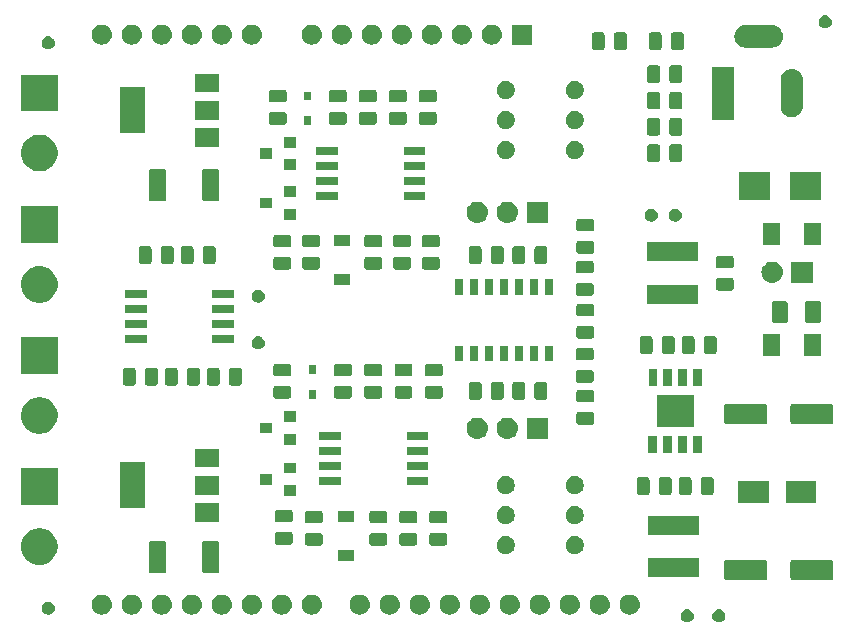
<source format=gbr>
G04 #@! TF.GenerationSoftware,KiCad,Pcbnew,5.1.3-ffb9f22~84~ubuntu19.04.1*
G04 #@! TF.CreationDate,2019-08-06T17:14:25+02:00*
G04 #@! TF.ProjectId,420-transmitter,3432302d-7472-4616-9e73-6d6974746572,rev?*
G04 #@! TF.SameCoordinates,Original*
G04 #@! TF.FileFunction,Soldermask,Top*
G04 #@! TF.FilePolarity,Negative*
%FSLAX46Y46*%
G04 Gerber Fmt 4.6, Leading zero omitted, Abs format (unit mm)*
G04 Created by KiCad (PCBNEW 5.1.3-ffb9f22~84~ubuntu19.04.1) date 2019-08-06 17:14:25*
%MOMM*%
%LPD*%
G04 APERTURE LIST*
%ADD10C,0.100000*%
G04 APERTURE END LIST*
D10*
G36*
X199169721Y-105438974D02*
G01*
X199269995Y-105480509D01*
X199269996Y-105480510D01*
X199360242Y-105540810D01*
X199436990Y-105617558D01*
X199436991Y-105617560D01*
X199497291Y-105707805D01*
X199538826Y-105808079D01*
X199560000Y-105914530D01*
X199560000Y-106023070D01*
X199538826Y-106129521D01*
X199497291Y-106229795D01*
X199497290Y-106229796D01*
X199436990Y-106320042D01*
X199360242Y-106396790D01*
X199314812Y-106427145D01*
X199269995Y-106457091D01*
X199169721Y-106498626D01*
X199063270Y-106519800D01*
X198954730Y-106519800D01*
X198848279Y-106498626D01*
X198748005Y-106457091D01*
X198703188Y-106427145D01*
X198657758Y-106396790D01*
X198581010Y-106320042D01*
X198520710Y-106229796D01*
X198520709Y-106229795D01*
X198479174Y-106129521D01*
X198458000Y-106023070D01*
X198458000Y-105914530D01*
X198479174Y-105808079D01*
X198520709Y-105707805D01*
X198581009Y-105617560D01*
X198581010Y-105617558D01*
X198657758Y-105540810D01*
X198748004Y-105480510D01*
X198748005Y-105480509D01*
X198848279Y-105438974D01*
X198954730Y-105417800D01*
X199063270Y-105417800D01*
X199169721Y-105438974D01*
X199169721Y-105438974D01*
G37*
G36*
X196502721Y-105438974D02*
G01*
X196602995Y-105480509D01*
X196602996Y-105480510D01*
X196693242Y-105540810D01*
X196769990Y-105617558D01*
X196769991Y-105617560D01*
X196830291Y-105707805D01*
X196871826Y-105808079D01*
X196893000Y-105914530D01*
X196893000Y-106023070D01*
X196871826Y-106129521D01*
X196830291Y-106229795D01*
X196830290Y-106229796D01*
X196769990Y-106320042D01*
X196693242Y-106396790D01*
X196647812Y-106427145D01*
X196602995Y-106457091D01*
X196502721Y-106498626D01*
X196396270Y-106519800D01*
X196287730Y-106519800D01*
X196181279Y-106498626D01*
X196081005Y-106457091D01*
X196036188Y-106427145D01*
X195990758Y-106396790D01*
X195914010Y-106320042D01*
X195853710Y-106229796D01*
X195853709Y-106229795D01*
X195812174Y-106129521D01*
X195791000Y-106023070D01*
X195791000Y-105914530D01*
X195812174Y-105808079D01*
X195853709Y-105707805D01*
X195914009Y-105617560D01*
X195914010Y-105617558D01*
X195990758Y-105540810D01*
X196081004Y-105480510D01*
X196081005Y-105480509D01*
X196181279Y-105438974D01*
X196287730Y-105417800D01*
X196396270Y-105417800D01*
X196502721Y-105438974D01*
X196502721Y-105438974D01*
G37*
G36*
X142400721Y-104803974D02*
G01*
X142500995Y-104845509D01*
X142500996Y-104845510D01*
X142591242Y-104905810D01*
X142667990Y-104982558D01*
X142667991Y-104982560D01*
X142728291Y-105072805D01*
X142769826Y-105173079D01*
X142791000Y-105279530D01*
X142791000Y-105388070D01*
X142769826Y-105494521D01*
X142728291Y-105594795D01*
X142728290Y-105594796D01*
X142667990Y-105685042D01*
X142591242Y-105761790D01*
X142545812Y-105792145D01*
X142500995Y-105822091D01*
X142400721Y-105863626D01*
X142294270Y-105884800D01*
X142185730Y-105884800D01*
X142079279Y-105863626D01*
X141979005Y-105822091D01*
X141934188Y-105792145D01*
X141888758Y-105761790D01*
X141812010Y-105685042D01*
X141751710Y-105594796D01*
X141751709Y-105594795D01*
X141710174Y-105494521D01*
X141689000Y-105388070D01*
X141689000Y-105279530D01*
X141710174Y-105173079D01*
X141751709Y-105072805D01*
X141812009Y-104982560D01*
X141812010Y-104982558D01*
X141888758Y-104905810D01*
X141979004Y-104845510D01*
X141979005Y-104845509D01*
X142079279Y-104803974D01*
X142185730Y-104782800D01*
X142294270Y-104782800D01*
X142400721Y-104803974D01*
X142400721Y-104803974D01*
G37*
G36*
X146928023Y-104190313D02*
G01*
X147088442Y-104238976D01*
X147221106Y-104309886D01*
X147236278Y-104317996D01*
X147365859Y-104424341D01*
X147472204Y-104553922D01*
X147472205Y-104553924D01*
X147551224Y-104701758D01*
X147599887Y-104862177D01*
X147616317Y-105029000D01*
X147599887Y-105195823D01*
X147551224Y-105356242D01*
X147507003Y-105438974D01*
X147472204Y-105504078D01*
X147365859Y-105633659D01*
X147236278Y-105740004D01*
X147236276Y-105740005D01*
X147088442Y-105819024D01*
X146928023Y-105867687D01*
X146803004Y-105880000D01*
X146719396Y-105880000D01*
X146594377Y-105867687D01*
X146433958Y-105819024D01*
X146286124Y-105740005D01*
X146286122Y-105740004D01*
X146156541Y-105633659D01*
X146050196Y-105504078D01*
X146015397Y-105438974D01*
X145971176Y-105356242D01*
X145922513Y-105195823D01*
X145906083Y-105029000D01*
X145922513Y-104862177D01*
X145971176Y-104701758D01*
X146050195Y-104553924D01*
X146050196Y-104553922D01*
X146156541Y-104424341D01*
X146286122Y-104317996D01*
X146301294Y-104309886D01*
X146433958Y-104238976D01*
X146594377Y-104190313D01*
X146719396Y-104178000D01*
X146803004Y-104178000D01*
X146928023Y-104190313D01*
X146928023Y-104190313D01*
G37*
G36*
X149468023Y-104190313D02*
G01*
X149628442Y-104238976D01*
X149761106Y-104309886D01*
X149776278Y-104317996D01*
X149905859Y-104424341D01*
X150012204Y-104553922D01*
X150012205Y-104553924D01*
X150091224Y-104701758D01*
X150139887Y-104862177D01*
X150156317Y-105029000D01*
X150139887Y-105195823D01*
X150091224Y-105356242D01*
X150047003Y-105438974D01*
X150012204Y-105504078D01*
X149905859Y-105633659D01*
X149776278Y-105740004D01*
X149776276Y-105740005D01*
X149628442Y-105819024D01*
X149468023Y-105867687D01*
X149343004Y-105880000D01*
X149259396Y-105880000D01*
X149134377Y-105867687D01*
X148973958Y-105819024D01*
X148826124Y-105740005D01*
X148826122Y-105740004D01*
X148696541Y-105633659D01*
X148590196Y-105504078D01*
X148555397Y-105438974D01*
X148511176Y-105356242D01*
X148462513Y-105195823D01*
X148446083Y-105029000D01*
X148462513Y-104862177D01*
X148511176Y-104701758D01*
X148590195Y-104553924D01*
X148590196Y-104553922D01*
X148696541Y-104424341D01*
X148826122Y-104317996D01*
X148841294Y-104309886D01*
X148973958Y-104238976D01*
X149134377Y-104190313D01*
X149259396Y-104178000D01*
X149343004Y-104178000D01*
X149468023Y-104190313D01*
X149468023Y-104190313D01*
G37*
G36*
X186548023Y-104190313D02*
G01*
X186708442Y-104238976D01*
X186841106Y-104309886D01*
X186856278Y-104317996D01*
X186985859Y-104424341D01*
X187092204Y-104553922D01*
X187092205Y-104553924D01*
X187171224Y-104701758D01*
X187219887Y-104862177D01*
X187236317Y-105029000D01*
X187219887Y-105195823D01*
X187171224Y-105356242D01*
X187127003Y-105438974D01*
X187092204Y-105504078D01*
X186985859Y-105633659D01*
X186856278Y-105740004D01*
X186856276Y-105740005D01*
X186708442Y-105819024D01*
X186548023Y-105867687D01*
X186423004Y-105880000D01*
X186339396Y-105880000D01*
X186214377Y-105867687D01*
X186053958Y-105819024D01*
X185906124Y-105740005D01*
X185906122Y-105740004D01*
X185776541Y-105633659D01*
X185670196Y-105504078D01*
X185635397Y-105438974D01*
X185591176Y-105356242D01*
X185542513Y-105195823D01*
X185526083Y-105029000D01*
X185542513Y-104862177D01*
X185591176Y-104701758D01*
X185670195Y-104553924D01*
X185670196Y-104553922D01*
X185776541Y-104424341D01*
X185906122Y-104317996D01*
X185921294Y-104309886D01*
X186053958Y-104238976D01*
X186214377Y-104190313D01*
X186339396Y-104178000D01*
X186423004Y-104178000D01*
X186548023Y-104190313D01*
X186548023Y-104190313D01*
G37*
G36*
X184008023Y-104190313D02*
G01*
X184168442Y-104238976D01*
X184301106Y-104309886D01*
X184316278Y-104317996D01*
X184445859Y-104424341D01*
X184552204Y-104553922D01*
X184552205Y-104553924D01*
X184631224Y-104701758D01*
X184679887Y-104862177D01*
X184696317Y-105029000D01*
X184679887Y-105195823D01*
X184631224Y-105356242D01*
X184587003Y-105438974D01*
X184552204Y-105504078D01*
X184445859Y-105633659D01*
X184316278Y-105740004D01*
X184316276Y-105740005D01*
X184168442Y-105819024D01*
X184008023Y-105867687D01*
X183883004Y-105880000D01*
X183799396Y-105880000D01*
X183674377Y-105867687D01*
X183513958Y-105819024D01*
X183366124Y-105740005D01*
X183366122Y-105740004D01*
X183236541Y-105633659D01*
X183130196Y-105504078D01*
X183095397Y-105438974D01*
X183051176Y-105356242D01*
X183002513Y-105195823D01*
X182986083Y-105029000D01*
X183002513Y-104862177D01*
X183051176Y-104701758D01*
X183130195Y-104553924D01*
X183130196Y-104553922D01*
X183236541Y-104424341D01*
X183366122Y-104317996D01*
X183381294Y-104309886D01*
X183513958Y-104238976D01*
X183674377Y-104190313D01*
X183799396Y-104178000D01*
X183883004Y-104178000D01*
X184008023Y-104190313D01*
X184008023Y-104190313D01*
G37*
G36*
X181468023Y-104190313D02*
G01*
X181628442Y-104238976D01*
X181761106Y-104309886D01*
X181776278Y-104317996D01*
X181905859Y-104424341D01*
X182012204Y-104553922D01*
X182012205Y-104553924D01*
X182091224Y-104701758D01*
X182139887Y-104862177D01*
X182156317Y-105029000D01*
X182139887Y-105195823D01*
X182091224Y-105356242D01*
X182047003Y-105438974D01*
X182012204Y-105504078D01*
X181905859Y-105633659D01*
X181776278Y-105740004D01*
X181776276Y-105740005D01*
X181628442Y-105819024D01*
X181468023Y-105867687D01*
X181343004Y-105880000D01*
X181259396Y-105880000D01*
X181134377Y-105867687D01*
X180973958Y-105819024D01*
X180826124Y-105740005D01*
X180826122Y-105740004D01*
X180696541Y-105633659D01*
X180590196Y-105504078D01*
X180555397Y-105438974D01*
X180511176Y-105356242D01*
X180462513Y-105195823D01*
X180446083Y-105029000D01*
X180462513Y-104862177D01*
X180511176Y-104701758D01*
X180590195Y-104553924D01*
X180590196Y-104553922D01*
X180696541Y-104424341D01*
X180826122Y-104317996D01*
X180841294Y-104309886D01*
X180973958Y-104238976D01*
X181134377Y-104190313D01*
X181259396Y-104178000D01*
X181343004Y-104178000D01*
X181468023Y-104190313D01*
X181468023Y-104190313D01*
G37*
G36*
X178928023Y-104190313D02*
G01*
X179088442Y-104238976D01*
X179221106Y-104309886D01*
X179236278Y-104317996D01*
X179365859Y-104424341D01*
X179472204Y-104553922D01*
X179472205Y-104553924D01*
X179551224Y-104701758D01*
X179599887Y-104862177D01*
X179616317Y-105029000D01*
X179599887Y-105195823D01*
X179551224Y-105356242D01*
X179507003Y-105438974D01*
X179472204Y-105504078D01*
X179365859Y-105633659D01*
X179236278Y-105740004D01*
X179236276Y-105740005D01*
X179088442Y-105819024D01*
X178928023Y-105867687D01*
X178803004Y-105880000D01*
X178719396Y-105880000D01*
X178594377Y-105867687D01*
X178433958Y-105819024D01*
X178286124Y-105740005D01*
X178286122Y-105740004D01*
X178156541Y-105633659D01*
X178050196Y-105504078D01*
X178015397Y-105438974D01*
X177971176Y-105356242D01*
X177922513Y-105195823D01*
X177906083Y-105029000D01*
X177922513Y-104862177D01*
X177971176Y-104701758D01*
X178050195Y-104553924D01*
X178050196Y-104553922D01*
X178156541Y-104424341D01*
X178286122Y-104317996D01*
X178301294Y-104309886D01*
X178433958Y-104238976D01*
X178594377Y-104190313D01*
X178719396Y-104178000D01*
X178803004Y-104178000D01*
X178928023Y-104190313D01*
X178928023Y-104190313D01*
G37*
G36*
X176388023Y-104190313D02*
G01*
X176548442Y-104238976D01*
X176681106Y-104309886D01*
X176696278Y-104317996D01*
X176825859Y-104424341D01*
X176932204Y-104553922D01*
X176932205Y-104553924D01*
X177011224Y-104701758D01*
X177059887Y-104862177D01*
X177076317Y-105029000D01*
X177059887Y-105195823D01*
X177011224Y-105356242D01*
X176967003Y-105438974D01*
X176932204Y-105504078D01*
X176825859Y-105633659D01*
X176696278Y-105740004D01*
X176696276Y-105740005D01*
X176548442Y-105819024D01*
X176388023Y-105867687D01*
X176263004Y-105880000D01*
X176179396Y-105880000D01*
X176054377Y-105867687D01*
X175893958Y-105819024D01*
X175746124Y-105740005D01*
X175746122Y-105740004D01*
X175616541Y-105633659D01*
X175510196Y-105504078D01*
X175475397Y-105438974D01*
X175431176Y-105356242D01*
X175382513Y-105195823D01*
X175366083Y-105029000D01*
X175382513Y-104862177D01*
X175431176Y-104701758D01*
X175510195Y-104553924D01*
X175510196Y-104553922D01*
X175616541Y-104424341D01*
X175746122Y-104317996D01*
X175761294Y-104309886D01*
X175893958Y-104238976D01*
X176054377Y-104190313D01*
X176179396Y-104178000D01*
X176263004Y-104178000D01*
X176388023Y-104190313D01*
X176388023Y-104190313D01*
G37*
G36*
X173848023Y-104190313D02*
G01*
X174008442Y-104238976D01*
X174141106Y-104309886D01*
X174156278Y-104317996D01*
X174285859Y-104424341D01*
X174392204Y-104553922D01*
X174392205Y-104553924D01*
X174471224Y-104701758D01*
X174519887Y-104862177D01*
X174536317Y-105029000D01*
X174519887Y-105195823D01*
X174471224Y-105356242D01*
X174427003Y-105438974D01*
X174392204Y-105504078D01*
X174285859Y-105633659D01*
X174156278Y-105740004D01*
X174156276Y-105740005D01*
X174008442Y-105819024D01*
X173848023Y-105867687D01*
X173723004Y-105880000D01*
X173639396Y-105880000D01*
X173514377Y-105867687D01*
X173353958Y-105819024D01*
X173206124Y-105740005D01*
X173206122Y-105740004D01*
X173076541Y-105633659D01*
X172970196Y-105504078D01*
X172935397Y-105438974D01*
X172891176Y-105356242D01*
X172842513Y-105195823D01*
X172826083Y-105029000D01*
X172842513Y-104862177D01*
X172891176Y-104701758D01*
X172970195Y-104553924D01*
X172970196Y-104553922D01*
X173076541Y-104424341D01*
X173206122Y-104317996D01*
X173221294Y-104309886D01*
X173353958Y-104238976D01*
X173514377Y-104190313D01*
X173639396Y-104178000D01*
X173723004Y-104178000D01*
X173848023Y-104190313D01*
X173848023Y-104190313D01*
G37*
G36*
X171308023Y-104190313D02*
G01*
X171468442Y-104238976D01*
X171601106Y-104309886D01*
X171616278Y-104317996D01*
X171745859Y-104424341D01*
X171852204Y-104553922D01*
X171852205Y-104553924D01*
X171931224Y-104701758D01*
X171979887Y-104862177D01*
X171996317Y-105029000D01*
X171979887Y-105195823D01*
X171931224Y-105356242D01*
X171887003Y-105438974D01*
X171852204Y-105504078D01*
X171745859Y-105633659D01*
X171616278Y-105740004D01*
X171616276Y-105740005D01*
X171468442Y-105819024D01*
X171308023Y-105867687D01*
X171183004Y-105880000D01*
X171099396Y-105880000D01*
X170974377Y-105867687D01*
X170813958Y-105819024D01*
X170666124Y-105740005D01*
X170666122Y-105740004D01*
X170536541Y-105633659D01*
X170430196Y-105504078D01*
X170395397Y-105438974D01*
X170351176Y-105356242D01*
X170302513Y-105195823D01*
X170286083Y-105029000D01*
X170302513Y-104862177D01*
X170351176Y-104701758D01*
X170430195Y-104553924D01*
X170430196Y-104553922D01*
X170536541Y-104424341D01*
X170666122Y-104317996D01*
X170681294Y-104309886D01*
X170813958Y-104238976D01*
X170974377Y-104190313D01*
X171099396Y-104178000D01*
X171183004Y-104178000D01*
X171308023Y-104190313D01*
X171308023Y-104190313D01*
G37*
G36*
X164708023Y-104190313D02*
G01*
X164868442Y-104238976D01*
X165001106Y-104309886D01*
X165016278Y-104317996D01*
X165145859Y-104424341D01*
X165252204Y-104553922D01*
X165252205Y-104553924D01*
X165331224Y-104701758D01*
X165379887Y-104862177D01*
X165396317Y-105029000D01*
X165379887Y-105195823D01*
X165331224Y-105356242D01*
X165287003Y-105438974D01*
X165252204Y-105504078D01*
X165145859Y-105633659D01*
X165016278Y-105740004D01*
X165016276Y-105740005D01*
X164868442Y-105819024D01*
X164708023Y-105867687D01*
X164583004Y-105880000D01*
X164499396Y-105880000D01*
X164374377Y-105867687D01*
X164213958Y-105819024D01*
X164066124Y-105740005D01*
X164066122Y-105740004D01*
X163936541Y-105633659D01*
X163830196Y-105504078D01*
X163795397Y-105438974D01*
X163751176Y-105356242D01*
X163702513Y-105195823D01*
X163686083Y-105029000D01*
X163702513Y-104862177D01*
X163751176Y-104701758D01*
X163830195Y-104553924D01*
X163830196Y-104553922D01*
X163936541Y-104424341D01*
X164066122Y-104317996D01*
X164081294Y-104309886D01*
X164213958Y-104238976D01*
X164374377Y-104190313D01*
X164499396Y-104178000D01*
X164583004Y-104178000D01*
X164708023Y-104190313D01*
X164708023Y-104190313D01*
G37*
G36*
X191628023Y-104190313D02*
G01*
X191788442Y-104238976D01*
X191921106Y-104309886D01*
X191936278Y-104317996D01*
X192065859Y-104424341D01*
X192172204Y-104553922D01*
X192172205Y-104553924D01*
X192251224Y-104701758D01*
X192299887Y-104862177D01*
X192316317Y-105029000D01*
X192299887Y-105195823D01*
X192251224Y-105356242D01*
X192207003Y-105438974D01*
X192172204Y-105504078D01*
X192065859Y-105633659D01*
X191936278Y-105740004D01*
X191936276Y-105740005D01*
X191788442Y-105819024D01*
X191628023Y-105867687D01*
X191503004Y-105880000D01*
X191419396Y-105880000D01*
X191294377Y-105867687D01*
X191133958Y-105819024D01*
X190986124Y-105740005D01*
X190986122Y-105740004D01*
X190856541Y-105633659D01*
X190750196Y-105504078D01*
X190715397Y-105438974D01*
X190671176Y-105356242D01*
X190622513Y-105195823D01*
X190606083Y-105029000D01*
X190622513Y-104862177D01*
X190671176Y-104701758D01*
X190750195Y-104553924D01*
X190750196Y-104553922D01*
X190856541Y-104424341D01*
X190986122Y-104317996D01*
X191001294Y-104309886D01*
X191133958Y-104238976D01*
X191294377Y-104190313D01*
X191419396Y-104178000D01*
X191503004Y-104178000D01*
X191628023Y-104190313D01*
X191628023Y-104190313D01*
G37*
G36*
X189088023Y-104190313D02*
G01*
X189248442Y-104238976D01*
X189381106Y-104309886D01*
X189396278Y-104317996D01*
X189525859Y-104424341D01*
X189632204Y-104553922D01*
X189632205Y-104553924D01*
X189711224Y-104701758D01*
X189759887Y-104862177D01*
X189776317Y-105029000D01*
X189759887Y-105195823D01*
X189711224Y-105356242D01*
X189667003Y-105438974D01*
X189632204Y-105504078D01*
X189525859Y-105633659D01*
X189396278Y-105740004D01*
X189396276Y-105740005D01*
X189248442Y-105819024D01*
X189088023Y-105867687D01*
X188963004Y-105880000D01*
X188879396Y-105880000D01*
X188754377Y-105867687D01*
X188593958Y-105819024D01*
X188446124Y-105740005D01*
X188446122Y-105740004D01*
X188316541Y-105633659D01*
X188210196Y-105504078D01*
X188175397Y-105438974D01*
X188131176Y-105356242D01*
X188082513Y-105195823D01*
X188066083Y-105029000D01*
X188082513Y-104862177D01*
X188131176Y-104701758D01*
X188210195Y-104553924D01*
X188210196Y-104553922D01*
X188316541Y-104424341D01*
X188446122Y-104317996D01*
X188461294Y-104309886D01*
X188593958Y-104238976D01*
X188754377Y-104190313D01*
X188879396Y-104178000D01*
X188963004Y-104178000D01*
X189088023Y-104190313D01*
X189088023Y-104190313D01*
G37*
G36*
X152008023Y-104190313D02*
G01*
X152168442Y-104238976D01*
X152301106Y-104309886D01*
X152316278Y-104317996D01*
X152445859Y-104424341D01*
X152552204Y-104553922D01*
X152552205Y-104553924D01*
X152631224Y-104701758D01*
X152679887Y-104862177D01*
X152696317Y-105029000D01*
X152679887Y-105195823D01*
X152631224Y-105356242D01*
X152587003Y-105438974D01*
X152552204Y-105504078D01*
X152445859Y-105633659D01*
X152316278Y-105740004D01*
X152316276Y-105740005D01*
X152168442Y-105819024D01*
X152008023Y-105867687D01*
X151883004Y-105880000D01*
X151799396Y-105880000D01*
X151674377Y-105867687D01*
X151513958Y-105819024D01*
X151366124Y-105740005D01*
X151366122Y-105740004D01*
X151236541Y-105633659D01*
X151130196Y-105504078D01*
X151095397Y-105438974D01*
X151051176Y-105356242D01*
X151002513Y-105195823D01*
X150986083Y-105029000D01*
X151002513Y-104862177D01*
X151051176Y-104701758D01*
X151130195Y-104553924D01*
X151130196Y-104553922D01*
X151236541Y-104424341D01*
X151366122Y-104317996D01*
X151381294Y-104309886D01*
X151513958Y-104238976D01*
X151674377Y-104190313D01*
X151799396Y-104178000D01*
X151883004Y-104178000D01*
X152008023Y-104190313D01*
X152008023Y-104190313D01*
G37*
G36*
X154548023Y-104190313D02*
G01*
X154708442Y-104238976D01*
X154841106Y-104309886D01*
X154856278Y-104317996D01*
X154985859Y-104424341D01*
X155092204Y-104553922D01*
X155092205Y-104553924D01*
X155171224Y-104701758D01*
X155219887Y-104862177D01*
X155236317Y-105029000D01*
X155219887Y-105195823D01*
X155171224Y-105356242D01*
X155127003Y-105438974D01*
X155092204Y-105504078D01*
X154985859Y-105633659D01*
X154856278Y-105740004D01*
X154856276Y-105740005D01*
X154708442Y-105819024D01*
X154548023Y-105867687D01*
X154423004Y-105880000D01*
X154339396Y-105880000D01*
X154214377Y-105867687D01*
X154053958Y-105819024D01*
X153906124Y-105740005D01*
X153906122Y-105740004D01*
X153776541Y-105633659D01*
X153670196Y-105504078D01*
X153635397Y-105438974D01*
X153591176Y-105356242D01*
X153542513Y-105195823D01*
X153526083Y-105029000D01*
X153542513Y-104862177D01*
X153591176Y-104701758D01*
X153670195Y-104553924D01*
X153670196Y-104553922D01*
X153776541Y-104424341D01*
X153906122Y-104317996D01*
X153921294Y-104309886D01*
X154053958Y-104238976D01*
X154214377Y-104190313D01*
X154339396Y-104178000D01*
X154423004Y-104178000D01*
X154548023Y-104190313D01*
X154548023Y-104190313D01*
G37*
G36*
X159628023Y-104190313D02*
G01*
X159788442Y-104238976D01*
X159921106Y-104309886D01*
X159936278Y-104317996D01*
X160065859Y-104424341D01*
X160172204Y-104553922D01*
X160172205Y-104553924D01*
X160251224Y-104701758D01*
X160299887Y-104862177D01*
X160316317Y-105029000D01*
X160299887Y-105195823D01*
X160251224Y-105356242D01*
X160207003Y-105438974D01*
X160172204Y-105504078D01*
X160065859Y-105633659D01*
X159936278Y-105740004D01*
X159936276Y-105740005D01*
X159788442Y-105819024D01*
X159628023Y-105867687D01*
X159503004Y-105880000D01*
X159419396Y-105880000D01*
X159294377Y-105867687D01*
X159133958Y-105819024D01*
X158986124Y-105740005D01*
X158986122Y-105740004D01*
X158856541Y-105633659D01*
X158750196Y-105504078D01*
X158715397Y-105438974D01*
X158671176Y-105356242D01*
X158622513Y-105195823D01*
X158606083Y-105029000D01*
X158622513Y-104862177D01*
X158671176Y-104701758D01*
X158750195Y-104553924D01*
X158750196Y-104553922D01*
X158856541Y-104424341D01*
X158986122Y-104317996D01*
X159001294Y-104309886D01*
X159133958Y-104238976D01*
X159294377Y-104190313D01*
X159419396Y-104178000D01*
X159503004Y-104178000D01*
X159628023Y-104190313D01*
X159628023Y-104190313D01*
G37*
G36*
X168768023Y-104190313D02*
G01*
X168928442Y-104238976D01*
X169061106Y-104309886D01*
X169076278Y-104317996D01*
X169205859Y-104424341D01*
X169312204Y-104553922D01*
X169312205Y-104553924D01*
X169391224Y-104701758D01*
X169439887Y-104862177D01*
X169456317Y-105029000D01*
X169439887Y-105195823D01*
X169391224Y-105356242D01*
X169347003Y-105438974D01*
X169312204Y-105504078D01*
X169205859Y-105633659D01*
X169076278Y-105740004D01*
X169076276Y-105740005D01*
X168928442Y-105819024D01*
X168768023Y-105867687D01*
X168643004Y-105880000D01*
X168559396Y-105880000D01*
X168434377Y-105867687D01*
X168273958Y-105819024D01*
X168126124Y-105740005D01*
X168126122Y-105740004D01*
X167996541Y-105633659D01*
X167890196Y-105504078D01*
X167855397Y-105438974D01*
X167811176Y-105356242D01*
X167762513Y-105195823D01*
X167746083Y-105029000D01*
X167762513Y-104862177D01*
X167811176Y-104701758D01*
X167890195Y-104553924D01*
X167890196Y-104553922D01*
X167996541Y-104424341D01*
X168126122Y-104317996D01*
X168141294Y-104309886D01*
X168273958Y-104238976D01*
X168434377Y-104190313D01*
X168559396Y-104178000D01*
X168643004Y-104178000D01*
X168768023Y-104190313D01*
X168768023Y-104190313D01*
G37*
G36*
X162168023Y-104190313D02*
G01*
X162328442Y-104238976D01*
X162461106Y-104309886D01*
X162476278Y-104317996D01*
X162605859Y-104424341D01*
X162712204Y-104553922D01*
X162712205Y-104553924D01*
X162791224Y-104701758D01*
X162839887Y-104862177D01*
X162856317Y-105029000D01*
X162839887Y-105195823D01*
X162791224Y-105356242D01*
X162747003Y-105438974D01*
X162712204Y-105504078D01*
X162605859Y-105633659D01*
X162476278Y-105740004D01*
X162476276Y-105740005D01*
X162328442Y-105819024D01*
X162168023Y-105867687D01*
X162043004Y-105880000D01*
X161959396Y-105880000D01*
X161834377Y-105867687D01*
X161673958Y-105819024D01*
X161526124Y-105740005D01*
X161526122Y-105740004D01*
X161396541Y-105633659D01*
X161290196Y-105504078D01*
X161255397Y-105438974D01*
X161211176Y-105356242D01*
X161162513Y-105195823D01*
X161146083Y-105029000D01*
X161162513Y-104862177D01*
X161211176Y-104701758D01*
X161290195Y-104553924D01*
X161290196Y-104553922D01*
X161396541Y-104424341D01*
X161526122Y-104317996D01*
X161541294Y-104309886D01*
X161673958Y-104238976D01*
X161834377Y-104190313D01*
X161959396Y-104178000D01*
X162043004Y-104178000D01*
X162168023Y-104190313D01*
X162168023Y-104190313D01*
G37*
G36*
X157088023Y-104190313D02*
G01*
X157248442Y-104238976D01*
X157381106Y-104309886D01*
X157396278Y-104317996D01*
X157525859Y-104424341D01*
X157632204Y-104553922D01*
X157632205Y-104553924D01*
X157711224Y-104701758D01*
X157759887Y-104862177D01*
X157776317Y-105029000D01*
X157759887Y-105195823D01*
X157711224Y-105356242D01*
X157667003Y-105438974D01*
X157632204Y-105504078D01*
X157525859Y-105633659D01*
X157396278Y-105740004D01*
X157396276Y-105740005D01*
X157248442Y-105819024D01*
X157088023Y-105867687D01*
X156963004Y-105880000D01*
X156879396Y-105880000D01*
X156754377Y-105867687D01*
X156593958Y-105819024D01*
X156446124Y-105740005D01*
X156446122Y-105740004D01*
X156316541Y-105633659D01*
X156210196Y-105504078D01*
X156175397Y-105438974D01*
X156131176Y-105356242D01*
X156082513Y-105195823D01*
X156066083Y-105029000D01*
X156082513Y-104862177D01*
X156131176Y-104701758D01*
X156210195Y-104553924D01*
X156210196Y-104553922D01*
X156316541Y-104424341D01*
X156446122Y-104317996D01*
X156461294Y-104309886D01*
X156593958Y-104238976D01*
X156754377Y-104190313D01*
X156879396Y-104178000D01*
X156963004Y-104178000D01*
X157088023Y-104190313D01*
X157088023Y-104190313D01*
G37*
G36*
X208537997Y-101261051D02*
G01*
X208571652Y-101271261D01*
X208602665Y-101287838D01*
X208629851Y-101310149D01*
X208652162Y-101337335D01*
X208668739Y-101368348D01*
X208678949Y-101402003D01*
X208683000Y-101443138D01*
X208683000Y-102772862D01*
X208678949Y-102813997D01*
X208668739Y-102847652D01*
X208652162Y-102878665D01*
X208629851Y-102905851D01*
X208602665Y-102928162D01*
X208571652Y-102944739D01*
X208537997Y-102954949D01*
X208496862Y-102959000D01*
X205267138Y-102959000D01*
X205226003Y-102954949D01*
X205192348Y-102944739D01*
X205161335Y-102928162D01*
X205134149Y-102905851D01*
X205111838Y-102878665D01*
X205095261Y-102847652D01*
X205085051Y-102813997D01*
X205081000Y-102772862D01*
X205081000Y-101443138D01*
X205085051Y-101402003D01*
X205095261Y-101368348D01*
X205111838Y-101337335D01*
X205134149Y-101310149D01*
X205161335Y-101287838D01*
X205192348Y-101271261D01*
X205226003Y-101261051D01*
X205267138Y-101257000D01*
X208496862Y-101257000D01*
X208537997Y-101261051D01*
X208537997Y-101261051D01*
G37*
G36*
X202937997Y-101261051D02*
G01*
X202971652Y-101271261D01*
X203002665Y-101287838D01*
X203029851Y-101310149D01*
X203052162Y-101337335D01*
X203068739Y-101368348D01*
X203078949Y-101402003D01*
X203083000Y-101443138D01*
X203083000Y-102772862D01*
X203078949Y-102813997D01*
X203068739Y-102847652D01*
X203052162Y-102878665D01*
X203029851Y-102905851D01*
X203002665Y-102928162D01*
X202971652Y-102944739D01*
X202937997Y-102954949D01*
X202896862Y-102959000D01*
X199667138Y-102959000D01*
X199626003Y-102954949D01*
X199592348Y-102944739D01*
X199561335Y-102928162D01*
X199534149Y-102905851D01*
X199511838Y-102878665D01*
X199495261Y-102847652D01*
X199485051Y-102813997D01*
X199481000Y-102772862D01*
X199481000Y-101443138D01*
X199485051Y-101402003D01*
X199495261Y-101368348D01*
X199511838Y-101337335D01*
X199534149Y-101310149D01*
X199561335Y-101287838D01*
X199592348Y-101271261D01*
X199626003Y-101261051D01*
X199667138Y-101257000D01*
X202896862Y-101257000D01*
X202937997Y-101261051D01*
X202937997Y-101261051D01*
G37*
G36*
X197350000Y-102727800D02*
G01*
X193048000Y-102727800D01*
X193048000Y-101125800D01*
X197350000Y-101125800D01*
X197350000Y-102727800D01*
X197350000Y-102727800D01*
G37*
G36*
X156569798Y-99644047D02*
G01*
X156605367Y-99654837D01*
X156638139Y-99672354D01*
X156666869Y-99695931D01*
X156690446Y-99724661D01*
X156707963Y-99757433D01*
X156718753Y-99793002D01*
X156723000Y-99836125D01*
X156723000Y-102195475D01*
X156718753Y-102238598D01*
X156707963Y-102274167D01*
X156690446Y-102306939D01*
X156666869Y-102335669D01*
X156638139Y-102359246D01*
X156605367Y-102376763D01*
X156569798Y-102387553D01*
X156526675Y-102391800D01*
X155467325Y-102391800D01*
X155424202Y-102387553D01*
X155388633Y-102376763D01*
X155355861Y-102359246D01*
X155327131Y-102335669D01*
X155303554Y-102306939D01*
X155286037Y-102274167D01*
X155275247Y-102238598D01*
X155271000Y-102195475D01*
X155271000Y-99836125D01*
X155275247Y-99793002D01*
X155286037Y-99757433D01*
X155303554Y-99724661D01*
X155327131Y-99695931D01*
X155355861Y-99672354D01*
X155388633Y-99654837D01*
X155424202Y-99644047D01*
X155467325Y-99639800D01*
X156526675Y-99639800D01*
X156569798Y-99644047D01*
X156569798Y-99644047D01*
G37*
G36*
X152069798Y-99644047D02*
G01*
X152105367Y-99654837D01*
X152138139Y-99672354D01*
X152166869Y-99695931D01*
X152190446Y-99724661D01*
X152207963Y-99757433D01*
X152218753Y-99793002D01*
X152223000Y-99836125D01*
X152223000Y-102195475D01*
X152218753Y-102238598D01*
X152207963Y-102274167D01*
X152190446Y-102306939D01*
X152166869Y-102335669D01*
X152138139Y-102359246D01*
X152105367Y-102376763D01*
X152069798Y-102387553D01*
X152026675Y-102391800D01*
X150967325Y-102391800D01*
X150924202Y-102387553D01*
X150888633Y-102376763D01*
X150855861Y-102359246D01*
X150827131Y-102335669D01*
X150803554Y-102306939D01*
X150786037Y-102274167D01*
X150775247Y-102238598D01*
X150771000Y-102195475D01*
X150771000Y-99836125D01*
X150775247Y-99793002D01*
X150786037Y-99757433D01*
X150803554Y-99724661D01*
X150827131Y-99695931D01*
X150855861Y-99672354D01*
X150888633Y-99654837D01*
X150924202Y-99644047D01*
X150967325Y-99639800D01*
X152026675Y-99639800D01*
X152069798Y-99644047D01*
X152069798Y-99644047D01*
G37*
G36*
X141780585Y-98605602D02*
G01*
X141930410Y-98635404D01*
X142212674Y-98752321D01*
X142466705Y-98922059D01*
X142682741Y-99138095D01*
X142852479Y-99392126D01*
X142969396Y-99674390D01*
X142982230Y-99738912D01*
X143029000Y-99974039D01*
X143029000Y-100279561D01*
X142999198Y-100429385D01*
X142969396Y-100579210D01*
X142852479Y-100861474D01*
X142682741Y-101115505D01*
X142466705Y-101331541D01*
X142212674Y-101501279D01*
X141930410Y-101618196D01*
X141780585Y-101647998D01*
X141630761Y-101677800D01*
X141325239Y-101677800D01*
X141175415Y-101647998D01*
X141025590Y-101618196D01*
X140743326Y-101501279D01*
X140489295Y-101331541D01*
X140273259Y-101115505D01*
X140103521Y-100861474D01*
X139986604Y-100579210D01*
X139956802Y-100429385D01*
X139927000Y-100279561D01*
X139927000Y-99974039D01*
X139973770Y-99738912D01*
X139986604Y-99674390D01*
X140103521Y-99392126D01*
X140273259Y-99138095D01*
X140489295Y-98922059D01*
X140743326Y-98752321D01*
X141025590Y-98635404D01*
X141175415Y-98605602D01*
X141325239Y-98575800D01*
X141630761Y-98575800D01*
X141780585Y-98605602D01*
X141780585Y-98605602D01*
G37*
G36*
X168102400Y-101373000D02*
G01*
X166800400Y-101373000D01*
X166800400Y-100371000D01*
X168102400Y-100371000D01*
X168102400Y-101373000D01*
X168102400Y-101373000D01*
G37*
G36*
X181095589Y-99238876D02*
G01*
X181194893Y-99258629D01*
X181335206Y-99316748D01*
X181461484Y-99401125D01*
X181568875Y-99508516D01*
X181653252Y-99634794D01*
X181711371Y-99775107D01*
X181717474Y-99805789D01*
X181739487Y-99916454D01*
X181741000Y-99924063D01*
X181741000Y-100075937D01*
X181711371Y-100224893D01*
X181653252Y-100365206D01*
X181568875Y-100491484D01*
X181461484Y-100598875D01*
X181335206Y-100683252D01*
X181194893Y-100741371D01*
X181095589Y-100761124D01*
X181045938Y-100771000D01*
X180894062Y-100771000D01*
X180844411Y-100761124D01*
X180745107Y-100741371D01*
X180604794Y-100683252D01*
X180478516Y-100598875D01*
X180371125Y-100491484D01*
X180286748Y-100365206D01*
X180228629Y-100224893D01*
X180199000Y-100075937D01*
X180199000Y-99924063D01*
X180200514Y-99916454D01*
X180222526Y-99805789D01*
X180228629Y-99775107D01*
X180286748Y-99634794D01*
X180371125Y-99508516D01*
X180478516Y-99401125D01*
X180604794Y-99316748D01*
X180745107Y-99258629D01*
X180844411Y-99238876D01*
X180894062Y-99229000D01*
X181045938Y-99229000D01*
X181095589Y-99238876D01*
X181095589Y-99238876D01*
G37*
G36*
X186937589Y-99238876D02*
G01*
X187036893Y-99258629D01*
X187177206Y-99316748D01*
X187303484Y-99401125D01*
X187410875Y-99508516D01*
X187495252Y-99634794D01*
X187553371Y-99775107D01*
X187559474Y-99805789D01*
X187581487Y-99916454D01*
X187583000Y-99924063D01*
X187583000Y-100075937D01*
X187553371Y-100224893D01*
X187495252Y-100365206D01*
X187410875Y-100491484D01*
X187303484Y-100598875D01*
X187177206Y-100683252D01*
X187036893Y-100741371D01*
X186937589Y-100761124D01*
X186887938Y-100771000D01*
X186736062Y-100771000D01*
X186686411Y-100761124D01*
X186587107Y-100741371D01*
X186446794Y-100683252D01*
X186320516Y-100598875D01*
X186213125Y-100491484D01*
X186128748Y-100365206D01*
X186070629Y-100224893D01*
X186041000Y-100075937D01*
X186041000Y-99924063D01*
X186042514Y-99916454D01*
X186064526Y-99805789D01*
X186070629Y-99775107D01*
X186128748Y-99634794D01*
X186213125Y-99508516D01*
X186320516Y-99401125D01*
X186446794Y-99316748D01*
X186587107Y-99258629D01*
X186686411Y-99238876D01*
X186736062Y-99229000D01*
X186887938Y-99229000D01*
X186937589Y-99238876D01*
X186937589Y-99238876D01*
G37*
G36*
X165299668Y-98955565D02*
G01*
X165338338Y-98967296D01*
X165373977Y-98986346D01*
X165405217Y-99011983D01*
X165430854Y-99043223D01*
X165449904Y-99078862D01*
X165461635Y-99117532D01*
X165466200Y-99163888D01*
X165466200Y-99815112D01*
X165461635Y-99861468D01*
X165449904Y-99900138D01*
X165430854Y-99935777D01*
X165405217Y-99967017D01*
X165373977Y-99992654D01*
X165338338Y-100011704D01*
X165299668Y-100023435D01*
X165253312Y-100028000D01*
X164177088Y-100028000D01*
X164130732Y-100023435D01*
X164092062Y-100011704D01*
X164056423Y-99992654D01*
X164025183Y-99967017D01*
X163999546Y-99935777D01*
X163980496Y-99900138D01*
X163968765Y-99861468D01*
X163964200Y-99815112D01*
X163964200Y-99163888D01*
X163968765Y-99117532D01*
X163980496Y-99078862D01*
X163999546Y-99043223D01*
X164025183Y-99011983D01*
X164056423Y-98986346D01*
X164092062Y-98967296D01*
X164130732Y-98955565D01*
X164177088Y-98951000D01*
X165253312Y-98951000D01*
X165299668Y-98955565D01*
X165299668Y-98955565D01*
G37*
G36*
X170772068Y-98955565D02*
G01*
X170810738Y-98967296D01*
X170846377Y-98986346D01*
X170877617Y-99011983D01*
X170903254Y-99043223D01*
X170922304Y-99078862D01*
X170934035Y-99117532D01*
X170938600Y-99163888D01*
X170938600Y-99815112D01*
X170934035Y-99861468D01*
X170922304Y-99900138D01*
X170903254Y-99935777D01*
X170877617Y-99967017D01*
X170846377Y-99992654D01*
X170810738Y-100011704D01*
X170772068Y-100023435D01*
X170725712Y-100028000D01*
X169649488Y-100028000D01*
X169603132Y-100023435D01*
X169564462Y-100011704D01*
X169528823Y-99992654D01*
X169497583Y-99967017D01*
X169471946Y-99935777D01*
X169452896Y-99900138D01*
X169441165Y-99861468D01*
X169436600Y-99815112D01*
X169436600Y-99163888D01*
X169441165Y-99117532D01*
X169452896Y-99078862D01*
X169471946Y-99043223D01*
X169497583Y-99011983D01*
X169528823Y-98986346D01*
X169564462Y-98967296D01*
X169603132Y-98955565D01*
X169649488Y-98951000D01*
X170725712Y-98951000D01*
X170772068Y-98955565D01*
X170772068Y-98955565D01*
G37*
G36*
X175844468Y-98955565D02*
G01*
X175883138Y-98967296D01*
X175918777Y-98986346D01*
X175950017Y-99011983D01*
X175975654Y-99043223D01*
X175994704Y-99078862D01*
X176006435Y-99117532D01*
X176011000Y-99163888D01*
X176011000Y-99815112D01*
X176006435Y-99861468D01*
X175994704Y-99900138D01*
X175975654Y-99935777D01*
X175950017Y-99967017D01*
X175918777Y-99992654D01*
X175883138Y-100011704D01*
X175844468Y-100023435D01*
X175798112Y-100028000D01*
X174721888Y-100028000D01*
X174675532Y-100023435D01*
X174636862Y-100011704D01*
X174601223Y-99992654D01*
X174569983Y-99967017D01*
X174544346Y-99935777D01*
X174525296Y-99900138D01*
X174513565Y-99861468D01*
X174509000Y-99815112D01*
X174509000Y-99163888D01*
X174513565Y-99117532D01*
X174525296Y-99078862D01*
X174544346Y-99043223D01*
X174569983Y-99011983D01*
X174601223Y-98986346D01*
X174636862Y-98967296D01*
X174675532Y-98955565D01*
X174721888Y-98951000D01*
X175798112Y-98951000D01*
X175844468Y-98955565D01*
X175844468Y-98955565D01*
G37*
G36*
X173308268Y-98955565D02*
G01*
X173346938Y-98967296D01*
X173382577Y-98986346D01*
X173413817Y-99011983D01*
X173439454Y-99043223D01*
X173458504Y-99078862D01*
X173470235Y-99117532D01*
X173474800Y-99163888D01*
X173474800Y-99815112D01*
X173470235Y-99861468D01*
X173458504Y-99900138D01*
X173439454Y-99935777D01*
X173413817Y-99967017D01*
X173382577Y-99992654D01*
X173346938Y-100011704D01*
X173308268Y-100023435D01*
X173261912Y-100028000D01*
X172185688Y-100028000D01*
X172139332Y-100023435D01*
X172100662Y-100011704D01*
X172065023Y-99992654D01*
X172033783Y-99967017D01*
X172008146Y-99935777D01*
X171989096Y-99900138D01*
X171977365Y-99861468D01*
X171972800Y-99815112D01*
X171972800Y-99163888D01*
X171977365Y-99117532D01*
X171989096Y-99078862D01*
X172008146Y-99043223D01*
X172033783Y-99011983D01*
X172065023Y-98986346D01*
X172100662Y-98967296D01*
X172139332Y-98955565D01*
X172185688Y-98951000D01*
X173261912Y-98951000D01*
X173308268Y-98955565D01*
X173308268Y-98955565D01*
G37*
G36*
X162763468Y-98879365D02*
G01*
X162802138Y-98891096D01*
X162837777Y-98910146D01*
X162869017Y-98935783D01*
X162894654Y-98967023D01*
X162913704Y-99002662D01*
X162925435Y-99041332D01*
X162930000Y-99087688D01*
X162930000Y-99738912D01*
X162925435Y-99785268D01*
X162913704Y-99823938D01*
X162894654Y-99859577D01*
X162869017Y-99890817D01*
X162837777Y-99916454D01*
X162802138Y-99935504D01*
X162763468Y-99947235D01*
X162717112Y-99951800D01*
X161640888Y-99951800D01*
X161594532Y-99947235D01*
X161555862Y-99935504D01*
X161520223Y-99916454D01*
X161488983Y-99890817D01*
X161463346Y-99859577D01*
X161444296Y-99823938D01*
X161432565Y-99785268D01*
X161428000Y-99738912D01*
X161428000Y-99087688D01*
X161432565Y-99041332D01*
X161444296Y-99002662D01*
X161463346Y-98967023D01*
X161488983Y-98935783D01*
X161520223Y-98910146D01*
X161555862Y-98891096D01*
X161594532Y-98879365D01*
X161640888Y-98874800D01*
X162717112Y-98874800D01*
X162763468Y-98879365D01*
X162763468Y-98879365D01*
G37*
G36*
X197350000Y-99127800D02*
G01*
X193048000Y-99127800D01*
X193048000Y-97525800D01*
X197350000Y-97525800D01*
X197350000Y-99127800D01*
X197350000Y-99127800D01*
G37*
G36*
X181095589Y-96698876D02*
G01*
X181194893Y-96718629D01*
X181335206Y-96776748D01*
X181461484Y-96861125D01*
X181568875Y-96968516D01*
X181653252Y-97094794D01*
X181711371Y-97235107D01*
X181741000Y-97384063D01*
X181741000Y-97535937D01*
X181711371Y-97684893D01*
X181653252Y-97825206D01*
X181568875Y-97951484D01*
X181461484Y-98058875D01*
X181335206Y-98143252D01*
X181194893Y-98201371D01*
X181095589Y-98221124D01*
X181045938Y-98231000D01*
X180894062Y-98231000D01*
X180844411Y-98221124D01*
X180745107Y-98201371D01*
X180604794Y-98143252D01*
X180478516Y-98058875D01*
X180371125Y-97951484D01*
X180286748Y-97825206D01*
X180228629Y-97684893D01*
X180199000Y-97535937D01*
X180199000Y-97384063D01*
X180228629Y-97235107D01*
X180286748Y-97094794D01*
X180371125Y-96968516D01*
X180478516Y-96861125D01*
X180604794Y-96776748D01*
X180745107Y-96718629D01*
X180844411Y-96698876D01*
X180894062Y-96689000D01*
X181045938Y-96689000D01*
X181095589Y-96698876D01*
X181095589Y-96698876D01*
G37*
G36*
X186937589Y-96698876D02*
G01*
X187036893Y-96718629D01*
X187177206Y-96776748D01*
X187303484Y-96861125D01*
X187410875Y-96968516D01*
X187495252Y-97094794D01*
X187553371Y-97235107D01*
X187583000Y-97384063D01*
X187583000Y-97535937D01*
X187553371Y-97684893D01*
X187495252Y-97825206D01*
X187410875Y-97951484D01*
X187303484Y-98058875D01*
X187177206Y-98143252D01*
X187036893Y-98201371D01*
X186937589Y-98221124D01*
X186887938Y-98231000D01*
X186736062Y-98231000D01*
X186686411Y-98221124D01*
X186587107Y-98201371D01*
X186446794Y-98143252D01*
X186320516Y-98058875D01*
X186213125Y-97951484D01*
X186128748Y-97825206D01*
X186070629Y-97684893D01*
X186041000Y-97535937D01*
X186041000Y-97384063D01*
X186070629Y-97235107D01*
X186128748Y-97094794D01*
X186213125Y-96968516D01*
X186320516Y-96861125D01*
X186446794Y-96776748D01*
X186587107Y-96718629D01*
X186686411Y-96698876D01*
X186736062Y-96689000D01*
X186887938Y-96689000D01*
X186937589Y-96698876D01*
X186937589Y-96698876D01*
G37*
G36*
X170772068Y-97080565D02*
G01*
X170810738Y-97092296D01*
X170846377Y-97111346D01*
X170877617Y-97136983D01*
X170903254Y-97168223D01*
X170922304Y-97203862D01*
X170934035Y-97242532D01*
X170938600Y-97288888D01*
X170938600Y-97940112D01*
X170934035Y-97986468D01*
X170922304Y-98025138D01*
X170903254Y-98060777D01*
X170877617Y-98092017D01*
X170846377Y-98117654D01*
X170810738Y-98136704D01*
X170772068Y-98148435D01*
X170725712Y-98153000D01*
X169649488Y-98153000D01*
X169603132Y-98148435D01*
X169564462Y-98136704D01*
X169528823Y-98117654D01*
X169497583Y-98092017D01*
X169471946Y-98060777D01*
X169452896Y-98025138D01*
X169441165Y-97986468D01*
X169436600Y-97940112D01*
X169436600Y-97288888D01*
X169441165Y-97242532D01*
X169452896Y-97203862D01*
X169471946Y-97168223D01*
X169497583Y-97136983D01*
X169528823Y-97111346D01*
X169564462Y-97092296D01*
X169603132Y-97080565D01*
X169649488Y-97076000D01*
X170725712Y-97076000D01*
X170772068Y-97080565D01*
X170772068Y-97080565D01*
G37*
G36*
X173308268Y-97080565D02*
G01*
X173346938Y-97092296D01*
X173382577Y-97111346D01*
X173413817Y-97136983D01*
X173439454Y-97168223D01*
X173458504Y-97203862D01*
X173470235Y-97242532D01*
X173474800Y-97288888D01*
X173474800Y-97940112D01*
X173470235Y-97986468D01*
X173458504Y-98025138D01*
X173439454Y-98060777D01*
X173413817Y-98092017D01*
X173382577Y-98117654D01*
X173346938Y-98136704D01*
X173308268Y-98148435D01*
X173261912Y-98153000D01*
X172185688Y-98153000D01*
X172139332Y-98148435D01*
X172100662Y-98136704D01*
X172065023Y-98117654D01*
X172033783Y-98092017D01*
X172008146Y-98060777D01*
X171989096Y-98025138D01*
X171977365Y-97986468D01*
X171972800Y-97940112D01*
X171972800Y-97288888D01*
X171977365Y-97242532D01*
X171989096Y-97203862D01*
X172008146Y-97168223D01*
X172033783Y-97136983D01*
X172065023Y-97111346D01*
X172100662Y-97092296D01*
X172139332Y-97080565D01*
X172185688Y-97076000D01*
X173261912Y-97076000D01*
X173308268Y-97080565D01*
X173308268Y-97080565D01*
G37*
G36*
X175844468Y-97080565D02*
G01*
X175883138Y-97092296D01*
X175918777Y-97111346D01*
X175950017Y-97136983D01*
X175975654Y-97168223D01*
X175994704Y-97203862D01*
X176006435Y-97242532D01*
X176011000Y-97288888D01*
X176011000Y-97940112D01*
X176006435Y-97986468D01*
X175994704Y-98025138D01*
X175975654Y-98060777D01*
X175950017Y-98092017D01*
X175918777Y-98117654D01*
X175883138Y-98136704D01*
X175844468Y-98148435D01*
X175798112Y-98153000D01*
X174721888Y-98153000D01*
X174675532Y-98148435D01*
X174636862Y-98136704D01*
X174601223Y-98117654D01*
X174569983Y-98092017D01*
X174544346Y-98060777D01*
X174525296Y-98025138D01*
X174513565Y-97986468D01*
X174509000Y-97940112D01*
X174509000Y-97288888D01*
X174513565Y-97242532D01*
X174525296Y-97203862D01*
X174544346Y-97168223D01*
X174569983Y-97136983D01*
X174601223Y-97111346D01*
X174636862Y-97092296D01*
X174675532Y-97080565D01*
X174721888Y-97076000D01*
X175798112Y-97076000D01*
X175844468Y-97080565D01*
X175844468Y-97080565D01*
G37*
G36*
X165299668Y-97080565D02*
G01*
X165338338Y-97092296D01*
X165373977Y-97111346D01*
X165405217Y-97136983D01*
X165430854Y-97168223D01*
X165449904Y-97203862D01*
X165461635Y-97242532D01*
X165466200Y-97288888D01*
X165466200Y-97940112D01*
X165461635Y-97986468D01*
X165449904Y-98025138D01*
X165430854Y-98060777D01*
X165405217Y-98092017D01*
X165373977Y-98117654D01*
X165338338Y-98136704D01*
X165299668Y-98148435D01*
X165253312Y-98153000D01*
X164177088Y-98153000D01*
X164130732Y-98148435D01*
X164092062Y-98136704D01*
X164056423Y-98117654D01*
X164025183Y-98092017D01*
X163999546Y-98060777D01*
X163980496Y-98025138D01*
X163968765Y-97986468D01*
X163964200Y-97940112D01*
X163964200Y-97288888D01*
X163968765Y-97242532D01*
X163980496Y-97203862D01*
X163999546Y-97168223D01*
X164025183Y-97136983D01*
X164056423Y-97111346D01*
X164092062Y-97092296D01*
X164130732Y-97080565D01*
X164177088Y-97076000D01*
X165253312Y-97076000D01*
X165299668Y-97080565D01*
X165299668Y-97080565D01*
G37*
G36*
X162763468Y-97004365D02*
G01*
X162802138Y-97016096D01*
X162837777Y-97035146D01*
X162869017Y-97060783D01*
X162894654Y-97092023D01*
X162913704Y-97127662D01*
X162925435Y-97166332D01*
X162930000Y-97212688D01*
X162930000Y-97863912D01*
X162925435Y-97910268D01*
X162913704Y-97948938D01*
X162894654Y-97984577D01*
X162869017Y-98015817D01*
X162837777Y-98041454D01*
X162802138Y-98060504D01*
X162763468Y-98072235D01*
X162717112Y-98076800D01*
X161640888Y-98076800D01*
X161594532Y-98072235D01*
X161555862Y-98060504D01*
X161520223Y-98041454D01*
X161488983Y-98015817D01*
X161463346Y-97984577D01*
X161444296Y-97948938D01*
X161432565Y-97910268D01*
X161428000Y-97863912D01*
X161428000Y-97212688D01*
X161432565Y-97166332D01*
X161444296Y-97127662D01*
X161463346Y-97092023D01*
X161488983Y-97060783D01*
X161520223Y-97035146D01*
X161555862Y-97016096D01*
X161594532Y-97004365D01*
X161640888Y-96999800D01*
X162717112Y-96999800D01*
X162763468Y-97004365D01*
X162763468Y-97004365D01*
G37*
G36*
X168102400Y-98073000D02*
G01*
X166800400Y-98073000D01*
X166800400Y-97071000D01*
X168102400Y-97071000D01*
X168102400Y-98073000D01*
X168102400Y-98073000D01*
G37*
G36*
X156728000Y-98020800D02*
G01*
X154626000Y-98020800D01*
X154626000Y-96418800D01*
X156728000Y-96418800D01*
X156728000Y-98020800D01*
X156728000Y-98020800D01*
G37*
G36*
X150428000Y-96870800D02*
G01*
X148326000Y-96870800D01*
X148326000Y-92968800D01*
X150428000Y-92968800D01*
X150428000Y-96870800D01*
X150428000Y-96870800D01*
G37*
G36*
X143029000Y-96597800D02*
G01*
X139927000Y-96597800D01*
X139927000Y-93495800D01*
X143029000Y-93495800D01*
X143029000Y-96597800D01*
X143029000Y-96597800D01*
G37*
G36*
X207263000Y-96455000D02*
G01*
X204661000Y-96455000D01*
X204661000Y-94553000D01*
X207263000Y-94553000D01*
X207263000Y-96455000D01*
X207263000Y-96455000D01*
G37*
G36*
X203263000Y-96455000D02*
G01*
X200661000Y-96455000D01*
X200661000Y-94553000D01*
X203263000Y-94553000D01*
X203263000Y-96455000D01*
X203263000Y-96455000D01*
G37*
G36*
X163187000Y-95812800D02*
G01*
X162185000Y-95812800D01*
X162185000Y-94910800D01*
X163187000Y-94910800D01*
X163187000Y-95812800D01*
X163187000Y-95812800D01*
G37*
G36*
X198413468Y-94249565D02*
G01*
X198452138Y-94261296D01*
X198487777Y-94280346D01*
X198519017Y-94305983D01*
X198544654Y-94337223D01*
X198563704Y-94372862D01*
X198575435Y-94411532D01*
X198580000Y-94457888D01*
X198580000Y-95534112D01*
X198575435Y-95580468D01*
X198563704Y-95619138D01*
X198544654Y-95654777D01*
X198519017Y-95686017D01*
X198487777Y-95711654D01*
X198452138Y-95730704D01*
X198413468Y-95742435D01*
X198367112Y-95747000D01*
X197715888Y-95747000D01*
X197669532Y-95742435D01*
X197630862Y-95730704D01*
X197595223Y-95711654D01*
X197563983Y-95686017D01*
X197538346Y-95654777D01*
X197519296Y-95619138D01*
X197507565Y-95580468D01*
X197503000Y-95534112D01*
X197503000Y-94457888D01*
X197507565Y-94411532D01*
X197519296Y-94372862D01*
X197538346Y-94337223D01*
X197563983Y-94305983D01*
X197595223Y-94280346D01*
X197630862Y-94261296D01*
X197669532Y-94249565D01*
X197715888Y-94245000D01*
X198367112Y-94245000D01*
X198413468Y-94249565D01*
X198413468Y-94249565D01*
G37*
G36*
X196538468Y-94249565D02*
G01*
X196577138Y-94261296D01*
X196612777Y-94280346D01*
X196644017Y-94305983D01*
X196669654Y-94337223D01*
X196688704Y-94372862D01*
X196700435Y-94411532D01*
X196705000Y-94457888D01*
X196705000Y-95534112D01*
X196700435Y-95580468D01*
X196688704Y-95619138D01*
X196669654Y-95654777D01*
X196644017Y-95686017D01*
X196612777Y-95711654D01*
X196577138Y-95730704D01*
X196538468Y-95742435D01*
X196492112Y-95747000D01*
X195840888Y-95747000D01*
X195794532Y-95742435D01*
X195755862Y-95730704D01*
X195720223Y-95711654D01*
X195688983Y-95686017D01*
X195663346Y-95654777D01*
X195644296Y-95619138D01*
X195632565Y-95580468D01*
X195628000Y-95534112D01*
X195628000Y-94457888D01*
X195632565Y-94411532D01*
X195644296Y-94372862D01*
X195663346Y-94337223D01*
X195688983Y-94305983D01*
X195720223Y-94280346D01*
X195755862Y-94261296D01*
X195794532Y-94249565D01*
X195840888Y-94245000D01*
X196492112Y-94245000D01*
X196538468Y-94249565D01*
X196538468Y-94249565D01*
G37*
G36*
X192982468Y-94249565D02*
G01*
X193021138Y-94261296D01*
X193056777Y-94280346D01*
X193088017Y-94305983D01*
X193113654Y-94337223D01*
X193132704Y-94372862D01*
X193144435Y-94411532D01*
X193149000Y-94457888D01*
X193149000Y-95534112D01*
X193144435Y-95580468D01*
X193132704Y-95619138D01*
X193113654Y-95654777D01*
X193088017Y-95686017D01*
X193056777Y-95711654D01*
X193021138Y-95730704D01*
X192982468Y-95742435D01*
X192936112Y-95747000D01*
X192284888Y-95747000D01*
X192238532Y-95742435D01*
X192199862Y-95730704D01*
X192164223Y-95711654D01*
X192132983Y-95686017D01*
X192107346Y-95654777D01*
X192088296Y-95619138D01*
X192076565Y-95580468D01*
X192072000Y-95534112D01*
X192072000Y-94457888D01*
X192076565Y-94411532D01*
X192088296Y-94372862D01*
X192107346Y-94337223D01*
X192132983Y-94305983D01*
X192164223Y-94280346D01*
X192199862Y-94261296D01*
X192238532Y-94249565D01*
X192284888Y-94245000D01*
X192936112Y-94245000D01*
X192982468Y-94249565D01*
X192982468Y-94249565D01*
G37*
G36*
X194857468Y-94249565D02*
G01*
X194896138Y-94261296D01*
X194931777Y-94280346D01*
X194963017Y-94305983D01*
X194988654Y-94337223D01*
X195007704Y-94372862D01*
X195019435Y-94411532D01*
X195024000Y-94457888D01*
X195024000Y-95534112D01*
X195019435Y-95580468D01*
X195007704Y-95619138D01*
X194988654Y-95654777D01*
X194963017Y-95686017D01*
X194931777Y-95711654D01*
X194896138Y-95730704D01*
X194857468Y-95742435D01*
X194811112Y-95747000D01*
X194159888Y-95747000D01*
X194113532Y-95742435D01*
X194074862Y-95730704D01*
X194039223Y-95711654D01*
X194007983Y-95686017D01*
X193982346Y-95654777D01*
X193963296Y-95619138D01*
X193951565Y-95580468D01*
X193947000Y-95534112D01*
X193947000Y-94457888D01*
X193951565Y-94411532D01*
X193963296Y-94372862D01*
X193982346Y-94337223D01*
X194007983Y-94305983D01*
X194039223Y-94280346D01*
X194074862Y-94261296D01*
X194113532Y-94249565D01*
X194159888Y-94245000D01*
X194811112Y-94245000D01*
X194857468Y-94249565D01*
X194857468Y-94249565D01*
G37*
G36*
X156728000Y-95720800D02*
G01*
X154626000Y-95720800D01*
X154626000Y-94118800D01*
X156728000Y-94118800D01*
X156728000Y-95720800D01*
X156728000Y-95720800D01*
G37*
G36*
X181095589Y-94158876D02*
G01*
X181194893Y-94178629D01*
X181335206Y-94236748D01*
X181461484Y-94321125D01*
X181568875Y-94428516D01*
X181653252Y-94554794D01*
X181711371Y-94695107D01*
X181741000Y-94844063D01*
X181741000Y-94995937D01*
X181711371Y-95144893D01*
X181653252Y-95285206D01*
X181568875Y-95411484D01*
X181461484Y-95518875D01*
X181335206Y-95603252D01*
X181194893Y-95661371D01*
X181095589Y-95681124D01*
X181045938Y-95691000D01*
X180894062Y-95691000D01*
X180844411Y-95681124D01*
X180745107Y-95661371D01*
X180604794Y-95603252D01*
X180478516Y-95518875D01*
X180371125Y-95411484D01*
X180286748Y-95285206D01*
X180228629Y-95144893D01*
X180199000Y-94995937D01*
X180199000Y-94844063D01*
X180228629Y-94695107D01*
X180286748Y-94554794D01*
X180371125Y-94428516D01*
X180478516Y-94321125D01*
X180604794Y-94236748D01*
X180745107Y-94178629D01*
X180844411Y-94158876D01*
X180894062Y-94149000D01*
X181045938Y-94149000D01*
X181095589Y-94158876D01*
X181095589Y-94158876D01*
G37*
G36*
X186937589Y-94158876D02*
G01*
X187036893Y-94178629D01*
X187177206Y-94236748D01*
X187303484Y-94321125D01*
X187410875Y-94428516D01*
X187495252Y-94554794D01*
X187553371Y-94695107D01*
X187583000Y-94844063D01*
X187583000Y-94995937D01*
X187553371Y-95144893D01*
X187495252Y-95285206D01*
X187410875Y-95411484D01*
X187303484Y-95518875D01*
X187177206Y-95603252D01*
X187036893Y-95661371D01*
X186937589Y-95681124D01*
X186887938Y-95691000D01*
X186736062Y-95691000D01*
X186686411Y-95681124D01*
X186587107Y-95661371D01*
X186446794Y-95603252D01*
X186320516Y-95518875D01*
X186213125Y-95411484D01*
X186128748Y-95285206D01*
X186070629Y-95144893D01*
X186041000Y-94995937D01*
X186041000Y-94844063D01*
X186070629Y-94695107D01*
X186128748Y-94554794D01*
X186213125Y-94428516D01*
X186320516Y-94321125D01*
X186446794Y-94236748D01*
X186587107Y-94178629D01*
X186686411Y-94158876D01*
X186736062Y-94149000D01*
X186887938Y-94149000D01*
X186937589Y-94158876D01*
X186937589Y-94158876D01*
G37*
G36*
X174425000Y-94864800D02*
G01*
X172573000Y-94864800D01*
X172573000Y-94212800D01*
X174425000Y-94212800D01*
X174425000Y-94864800D01*
X174425000Y-94864800D01*
G37*
G36*
X167025000Y-94864800D02*
G01*
X165173000Y-94864800D01*
X165173000Y-94212800D01*
X167025000Y-94212800D01*
X167025000Y-94864800D01*
X167025000Y-94864800D01*
G37*
G36*
X161187000Y-94862800D02*
G01*
X160185000Y-94862800D01*
X160185000Y-93960800D01*
X161187000Y-93960800D01*
X161187000Y-94862800D01*
X161187000Y-94862800D01*
G37*
G36*
X163187000Y-93912800D02*
G01*
X162185000Y-93912800D01*
X162185000Y-93010800D01*
X163187000Y-93010800D01*
X163187000Y-93912800D01*
X163187000Y-93912800D01*
G37*
G36*
X174425000Y-93594800D02*
G01*
X172573000Y-93594800D01*
X172573000Y-92942800D01*
X174425000Y-92942800D01*
X174425000Y-93594800D01*
X174425000Y-93594800D01*
G37*
G36*
X167025000Y-93594800D02*
G01*
X165173000Y-93594800D01*
X165173000Y-92942800D01*
X167025000Y-92942800D01*
X167025000Y-93594800D01*
X167025000Y-93594800D01*
G37*
G36*
X156728000Y-93420800D02*
G01*
X154626000Y-93420800D01*
X154626000Y-91818800D01*
X156728000Y-91818800D01*
X156728000Y-93420800D01*
X156728000Y-93420800D01*
G37*
G36*
X174425000Y-92324800D02*
G01*
X172573000Y-92324800D01*
X172573000Y-91672800D01*
X174425000Y-91672800D01*
X174425000Y-92324800D01*
X174425000Y-92324800D01*
G37*
G36*
X167025000Y-92324800D02*
G01*
X165173000Y-92324800D01*
X165173000Y-91672800D01*
X167025000Y-91672800D01*
X167025000Y-92324800D01*
X167025000Y-92324800D01*
G37*
G36*
X196337000Y-92197000D02*
G01*
X195585000Y-92197000D01*
X195585000Y-90785000D01*
X196337000Y-90785000D01*
X196337000Y-92197000D01*
X196337000Y-92197000D01*
G37*
G36*
X197607000Y-92197000D02*
G01*
X196855000Y-92197000D01*
X196855000Y-90785000D01*
X197607000Y-90785000D01*
X197607000Y-92197000D01*
X197607000Y-92197000D01*
G37*
G36*
X193797000Y-92197000D02*
G01*
X193045000Y-92197000D01*
X193045000Y-90785000D01*
X193797000Y-90785000D01*
X193797000Y-92197000D01*
X193797000Y-92197000D01*
G37*
G36*
X195067000Y-92197000D02*
G01*
X194315000Y-92197000D01*
X194315000Y-90785000D01*
X195067000Y-90785000D01*
X195067000Y-92197000D01*
X195067000Y-92197000D01*
G37*
G36*
X163187000Y-91475000D02*
G01*
X162185000Y-91475000D01*
X162185000Y-90573000D01*
X163187000Y-90573000D01*
X163187000Y-91475000D01*
X163187000Y-91475000D01*
G37*
G36*
X167025000Y-91054800D02*
G01*
X165173000Y-91054800D01*
X165173000Y-90402800D01*
X167025000Y-90402800D01*
X167025000Y-91054800D01*
X167025000Y-91054800D01*
G37*
G36*
X174425000Y-91054800D02*
G01*
X172573000Y-91054800D01*
X172573000Y-90402800D01*
X174425000Y-90402800D01*
X174425000Y-91054800D01*
X174425000Y-91054800D01*
G37*
G36*
X178672443Y-89199319D02*
G01*
X178738627Y-89205837D01*
X178908466Y-89257357D01*
X179064991Y-89341022D01*
X179100729Y-89370352D01*
X179202186Y-89453614D01*
X179258759Y-89522550D01*
X179314778Y-89590809D01*
X179398443Y-89747334D01*
X179449963Y-89917173D01*
X179467359Y-90093800D01*
X179449963Y-90270427D01*
X179398443Y-90440266D01*
X179314778Y-90596791D01*
X179285448Y-90632529D01*
X179202186Y-90733986D01*
X179100729Y-90817248D01*
X179064991Y-90846578D01*
X178908466Y-90930243D01*
X178738627Y-90981763D01*
X178672443Y-90988281D01*
X178606260Y-90994800D01*
X178517740Y-90994800D01*
X178451557Y-90988281D01*
X178385373Y-90981763D01*
X178215534Y-90930243D01*
X178059009Y-90846578D01*
X178023271Y-90817248D01*
X177921814Y-90733986D01*
X177838552Y-90632529D01*
X177809222Y-90596791D01*
X177725557Y-90440266D01*
X177674037Y-90270427D01*
X177656641Y-90093800D01*
X177674037Y-89917173D01*
X177725557Y-89747334D01*
X177809222Y-89590809D01*
X177865241Y-89522550D01*
X177921814Y-89453614D01*
X178023271Y-89370352D01*
X178059009Y-89341022D01*
X178215534Y-89257357D01*
X178385373Y-89205837D01*
X178451558Y-89199318D01*
X178517740Y-89192800D01*
X178606260Y-89192800D01*
X178672443Y-89199319D01*
X178672443Y-89199319D01*
G37*
G36*
X184543000Y-90994800D02*
G01*
X182741000Y-90994800D01*
X182741000Y-89192800D01*
X184543000Y-89192800D01*
X184543000Y-90994800D01*
X184543000Y-90994800D01*
G37*
G36*
X181212443Y-89199319D02*
G01*
X181278627Y-89205837D01*
X181448466Y-89257357D01*
X181604991Y-89341022D01*
X181640729Y-89370352D01*
X181742186Y-89453614D01*
X181798759Y-89522550D01*
X181854778Y-89590809D01*
X181938443Y-89747334D01*
X181989963Y-89917173D01*
X182007359Y-90093800D01*
X181989963Y-90270427D01*
X181938443Y-90440266D01*
X181854778Y-90596791D01*
X181825448Y-90632529D01*
X181742186Y-90733986D01*
X181640729Y-90817248D01*
X181604991Y-90846578D01*
X181448466Y-90930243D01*
X181278627Y-90981763D01*
X181212443Y-90988281D01*
X181146260Y-90994800D01*
X181057740Y-90994800D01*
X180991557Y-90988281D01*
X180925373Y-90981763D01*
X180755534Y-90930243D01*
X180599009Y-90846578D01*
X180563271Y-90817248D01*
X180461814Y-90733986D01*
X180378552Y-90632529D01*
X180349222Y-90596791D01*
X180265557Y-90440266D01*
X180214037Y-90270427D01*
X180196641Y-90093800D01*
X180214037Y-89917173D01*
X180265557Y-89747334D01*
X180349222Y-89590809D01*
X180405241Y-89522550D01*
X180461814Y-89453614D01*
X180563271Y-89370352D01*
X180599009Y-89341022D01*
X180755534Y-89257357D01*
X180925373Y-89205837D01*
X180991558Y-89199318D01*
X181057740Y-89192800D01*
X181146260Y-89192800D01*
X181212443Y-89199319D01*
X181212443Y-89199319D01*
G37*
G36*
X141780585Y-87497334D02*
G01*
X141930410Y-87527136D01*
X142212674Y-87644053D01*
X142466705Y-87813791D01*
X142682741Y-88029827D01*
X142852479Y-88283858D01*
X142969396Y-88566122D01*
X142969396Y-88566123D01*
X143029000Y-88865771D01*
X143029000Y-89171293D01*
X142999198Y-89321117D01*
X142969396Y-89470942D01*
X142852479Y-89753206D01*
X142682741Y-90007237D01*
X142466705Y-90223273D01*
X142212674Y-90393011D01*
X141930410Y-90509928D01*
X141780585Y-90539730D01*
X141630761Y-90569532D01*
X141325239Y-90569532D01*
X141175415Y-90539730D01*
X141025590Y-90509928D01*
X140743326Y-90393011D01*
X140489295Y-90223273D01*
X140273259Y-90007237D01*
X140103521Y-89753206D01*
X139986604Y-89470942D01*
X139956802Y-89321117D01*
X139927000Y-89171293D01*
X139927000Y-88865771D01*
X139986604Y-88566123D01*
X139986604Y-88566122D01*
X140103521Y-88283858D01*
X140273259Y-88029827D01*
X140489295Y-87813791D01*
X140743326Y-87644053D01*
X141025590Y-87527136D01*
X141175415Y-87497334D01*
X141325239Y-87467532D01*
X141630761Y-87467532D01*
X141780585Y-87497334D01*
X141780585Y-87497334D01*
G37*
G36*
X161187000Y-90525000D02*
G01*
X160185000Y-90525000D01*
X160185000Y-89623000D01*
X161187000Y-89623000D01*
X161187000Y-90525000D01*
X161187000Y-90525000D01*
G37*
G36*
X196877000Y-90022000D02*
G01*
X193775000Y-90022000D01*
X193775000Y-87270000D01*
X196877000Y-87270000D01*
X196877000Y-90022000D01*
X196877000Y-90022000D01*
G37*
G36*
X188290468Y-88719365D02*
G01*
X188329138Y-88731096D01*
X188364777Y-88750146D01*
X188396017Y-88775783D01*
X188421654Y-88807023D01*
X188440704Y-88842662D01*
X188452435Y-88881332D01*
X188457000Y-88927688D01*
X188457000Y-89578912D01*
X188452435Y-89625268D01*
X188440704Y-89663938D01*
X188421654Y-89699577D01*
X188396017Y-89730817D01*
X188364777Y-89756454D01*
X188329138Y-89775504D01*
X188290468Y-89787235D01*
X188244112Y-89791800D01*
X187167888Y-89791800D01*
X187121532Y-89787235D01*
X187082862Y-89775504D01*
X187047223Y-89756454D01*
X187015983Y-89730817D01*
X186990346Y-89699577D01*
X186971296Y-89663938D01*
X186959565Y-89625268D01*
X186955000Y-89578912D01*
X186955000Y-88927688D01*
X186959565Y-88881332D01*
X186971296Y-88842662D01*
X186990346Y-88807023D01*
X187015983Y-88775783D01*
X187047223Y-88750146D01*
X187082862Y-88731096D01*
X187121532Y-88719365D01*
X187167888Y-88714800D01*
X188244112Y-88714800D01*
X188290468Y-88719365D01*
X188290468Y-88719365D01*
G37*
G36*
X202937997Y-88053051D02*
G01*
X202971652Y-88063261D01*
X203002665Y-88079838D01*
X203029851Y-88102149D01*
X203052162Y-88129335D01*
X203068739Y-88160348D01*
X203078949Y-88194003D01*
X203083000Y-88235138D01*
X203083000Y-89564862D01*
X203078949Y-89605997D01*
X203068739Y-89639652D01*
X203052162Y-89670665D01*
X203029851Y-89697851D01*
X203002665Y-89720162D01*
X202971652Y-89736739D01*
X202937997Y-89746949D01*
X202896862Y-89751000D01*
X199667138Y-89751000D01*
X199626003Y-89746949D01*
X199592348Y-89736739D01*
X199561335Y-89720162D01*
X199534149Y-89697851D01*
X199511838Y-89670665D01*
X199495261Y-89639652D01*
X199485051Y-89605997D01*
X199481000Y-89564862D01*
X199481000Y-88235138D01*
X199485051Y-88194003D01*
X199495261Y-88160348D01*
X199511838Y-88129335D01*
X199534149Y-88102149D01*
X199561335Y-88079838D01*
X199592348Y-88063261D01*
X199626003Y-88053051D01*
X199667138Y-88049000D01*
X202896862Y-88049000D01*
X202937997Y-88053051D01*
X202937997Y-88053051D01*
G37*
G36*
X208537997Y-88053051D02*
G01*
X208571652Y-88063261D01*
X208602665Y-88079838D01*
X208629851Y-88102149D01*
X208652162Y-88129335D01*
X208668739Y-88160348D01*
X208678949Y-88194003D01*
X208683000Y-88235138D01*
X208683000Y-89564862D01*
X208678949Y-89605997D01*
X208668739Y-89639652D01*
X208652162Y-89670665D01*
X208629851Y-89697851D01*
X208602665Y-89720162D01*
X208571652Y-89736739D01*
X208537997Y-89746949D01*
X208496862Y-89751000D01*
X205267138Y-89751000D01*
X205226003Y-89746949D01*
X205192348Y-89736739D01*
X205161335Y-89720162D01*
X205134149Y-89697851D01*
X205111838Y-89670665D01*
X205095261Y-89639652D01*
X205085051Y-89605997D01*
X205081000Y-89564862D01*
X205081000Y-88235138D01*
X205085051Y-88194003D01*
X205095261Y-88160348D01*
X205111838Y-88129335D01*
X205134149Y-88102149D01*
X205161335Y-88079838D01*
X205192348Y-88063261D01*
X205226003Y-88053051D01*
X205267138Y-88049000D01*
X208496862Y-88049000D01*
X208537997Y-88053051D01*
X208537997Y-88053051D01*
G37*
G36*
X163187000Y-89575000D02*
G01*
X162185000Y-89575000D01*
X162185000Y-88673000D01*
X163187000Y-88673000D01*
X163187000Y-89575000D01*
X163187000Y-89575000D01*
G37*
G36*
X188290468Y-86844365D02*
G01*
X188329138Y-86856096D01*
X188364777Y-86875146D01*
X188396017Y-86900783D01*
X188421654Y-86932023D01*
X188440704Y-86967662D01*
X188452435Y-87006332D01*
X188457000Y-87052688D01*
X188457000Y-87703912D01*
X188452435Y-87750268D01*
X188440704Y-87788938D01*
X188421654Y-87824577D01*
X188396017Y-87855817D01*
X188364777Y-87881454D01*
X188329138Y-87900504D01*
X188290468Y-87912235D01*
X188244112Y-87916800D01*
X187167888Y-87916800D01*
X187121532Y-87912235D01*
X187082862Y-87900504D01*
X187047223Y-87881454D01*
X187015983Y-87855817D01*
X186990346Y-87824577D01*
X186971296Y-87788938D01*
X186959565Y-87750268D01*
X186955000Y-87703912D01*
X186955000Y-87052688D01*
X186959565Y-87006332D01*
X186971296Y-86967662D01*
X186990346Y-86932023D01*
X187015983Y-86900783D01*
X187047223Y-86875146D01*
X187082862Y-86856096D01*
X187121532Y-86844365D01*
X187167888Y-86839800D01*
X188244112Y-86839800D01*
X188290468Y-86844365D01*
X188290468Y-86844365D01*
G37*
G36*
X178758468Y-86172365D02*
G01*
X178797138Y-86184096D01*
X178832777Y-86203146D01*
X178864017Y-86228783D01*
X178889654Y-86260023D01*
X178908704Y-86295662D01*
X178920435Y-86334332D01*
X178925000Y-86380688D01*
X178925000Y-87456912D01*
X178920435Y-87503268D01*
X178908704Y-87541938D01*
X178889654Y-87577577D01*
X178864017Y-87608817D01*
X178832777Y-87634454D01*
X178797138Y-87653504D01*
X178758468Y-87665235D01*
X178712112Y-87669800D01*
X178060888Y-87669800D01*
X178014532Y-87665235D01*
X177975862Y-87653504D01*
X177940223Y-87634454D01*
X177908983Y-87608817D01*
X177883346Y-87577577D01*
X177864296Y-87541938D01*
X177852565Y-87503268D01*
X177848000Y-87456912D01*
X177848000Y-86380688D01*
X177852565Y-86334332D01*
X177864296Y-86295662D01*
X177883346Y-86260023D01*
X177908983Y-86228783D01*
X177940223Y-86203146D01*
X177975862Y-86184096D01*
X178014532Y-86172365D01*
X178060888Y-86167800D01*
X178712112Y-86167800D01*
X178758468Y-86172365D01*
X178758468Y-86172365D01*
G37*
G36*
X180633468Y-86172365D02*
G01*
X180672138Y-86184096D01*
X180707777Y-86203146D01*
X180739017Y-86228783D01*
X180764654Y-86260023D01*
X180783704Y-86295662D01*
X180795435Y-86334332D01*
X180800000Y-86380688D01*
X180800000Y-87456912D01*
X180795435Y-87503268D01*
X180783704Y-87541938D01*
X180764654Y-87577577D01*
X180739017Y-87608817D01*
X180707777Y-87634454D01*
X180672138Y-87653504D01*
X180633468Y-87665235D01*
X180587112Y-87669800D01*
X179935888Y-87669800D01*
X179889532Y-87665235D01*
X179850862Y-87653504D01*
X179815223Y-87634454D01*
X179783983Y-87608817D01*
X179758346Y-87577577D01*
X179739296Y-87541938D01*
X179727565Y-87503268D01*
X179723000Y-87456912D01*
X179723000Y-86380688D01*
X179727565Y-86334332D01*
X179739296Y-86295662D01*
X179758346Y-86260023D01*
X179783983Y-86228783D01*
X179815223Y-86203146D01*
X179850862Y-86184096D01*
X179889532Y-86172365D01*
X179935888Y-86167800D01*
X180587112Y-86167800D01*
X180633468Y-86172365D01*
X180633468Y-86172365D01*
G37*
G36*
X184316468Y-86172365D02*
G01*
X184355138Y-86184096D01*
X184390777Y-86203146D01*
X184422017Y-86228783D01*
X184447654Y-86260023D01*
X184466704Y-86295662D01*
X184478435Y-86334332D01*
X184483000Y-86380688D01*
X184483000Y-87456912D01*
X184478435Y-87503268D01*
X184466704Y-87541938D01*
X184447654Y-87577577D01*
X184422017Y-87608817D01*
X184390777Y-87634454D01*
X184355138Y-87653504D01*
X184316468Y-87665235D01*
X184270112Y-87669800D01*
X183618888Y-87669800D01*
X183572532Y-87665235D01*
X183533862Y-87653504D01*
X183498223Y-87634454D01*
X183466983Y-87608817D01*
X183441346Y-87577577D01*
X183422296Y-87541938D01*
X183410565Y-87503268D01*
X183406000Y-87456912D01*
X183406000Y-86380688D01*
X183410565Y-86334332D01*
X183422296Y-86295662D01*
X183441346Y-86260023D01*
X183466983Y-86228783D01*
X183498223Y-86203146D01*
X183533862Y-86184096D01*
X183572532Y-86172365D01*
X183618888Y-86167800D01*
X184270112Y-86167800D01*
X184316468Y-86172365D01*
X184316468Y-86172365D01*
G37*
G36*
X182441468Y-86172365D02*
G01*
X182480138Y-86184096D01*
X182515777Y-86203146D01*
X182547017Y-86228783D01*
X182572654Y-86260023D01*
X182591704Y-86295662D01*
X182603435Y-86334332D01*
X182608000Y-86380688D01*
X182608000Y-87456912D01*
X182603435Y-87503268D01*
X182591704Y-87541938D01*
X182572654Y-87577577D01*
X182547017Y-87608817D01*
X182515777Y-87634454D01*
X182480138Y-87653504D01*
X182441468Y-87665235D01*
X182395112Y-87669800D01*
X181743888Y-87669800D01*
X181697532Y-87665235D01*
X181658862Y-87653504D01*
X181623223Y-87634454D01*
X181591983Y-87608817D01*
X181566346Y-87577577D01*
X181547296Y-87541938D01*
X181535565Y-87503268D01*
X181531000Y-87456912D01*
X181531000Y-86380688D01*
X181535565Y-86334332D01*
X181547296Y-86295662D01*
X181566346Y-86260023D01*
X181591983Y-86228783D01*
X181623223Y-86203146D01*
X181658862Y-86184096D01*
X181697532Y-86172365D01*
X181743888Y-86167800D01*
X182395112Y-86167800D01*
X182441468Y-86172365D01*
X182441468Y-86172365D01*
G37*
G36*
X164893400Y-87587000D02*
G01*
X164341400Y-87587000D01*
X164341400Y-86885000D01*
X164893400Y-86885000D01*
X164893400Y-87587000D01*
X164893400Y-87587000D01*
G37*
G36*
X162636468Y-86509565D02*
G01*
X162675138Y-86521296D01*
X162710777Y-86540346D01*
X162742017Y-86565983D01*
X162767654Y-86597223D01*
X162786704Y-86632862D01*
X162798435Y-86671532D01*
X162803000Y-86717888D01*
X162803000Y-87369112D01*
X162798435Y-87415468D01*
X162786704Y-87454138D01*
X162767654Y-87489777D01*
X162742017Y-87521017D01*
X162710777Y-87546654D01*
X162675138Y-87565704D01*
X162636468Y-87577435D01*
X162590112Y-87582000D01*
X161513888Y-87582000D01*
X161467532Y-87577435D01*
X161428862Y-87565704D01*
X161393223Y-87546654D01*
X161361983Y-87521017D01*
X161336346Y-87489777D01*
X161317296Y-87454138D01*
X161305565Y-87415468D01*
X161301000Y-87369112D01*
X161301000Y-86717888D01*
X161305565Y-86671532D01*
X161317296Y-86632862D01*
X161336346Y-86597223D01*
X161361983Y-86565983D01*
X161393223Y-86540346D01*
X161428862Y-86521296D01*
X161467532Y-86509565D01*
X161513888Y-86505000D01*
X162590112Y-86505000D01*
X162636468Y-86509565D01*
X162636468Y-86509565D01*
G37*
G36*
X167767268Y-86509565D02*
G01*
X167805938Y-86521296D01*
X167841577Y-86540346D01*
X167872817Y-86565983D01*
X167898454Y-86597223D01*
X167917504Y-86632862D01*
X167929235Y-86671532D01*
X167933800Y-86717888D01*
X167933800Y-87369112D01*
X167929235Y-87415468D01*
X167917504Y-87454138D01*
X167898454Y-87489777D01*
X167872817Y-87521017D01*
X167841577Y-87546654D01*
X167805938Y-87565704D01*
X167767268Y-87577435D01*
X167720912Y-87582000D01*
X166644688Y-87582000D01*
X166598332Y-87577435D01*
X166559662Y-87565704D01*
X166524023Y-87546654D01*
X166492783Y-87521017D01*
X166467146Y-87489777D01*
X166448096Y-87454138D01*
X166436365Y-87415468D01*
X166431800Y-87369112D01*
X166431800Y-86717888D01*
X166436365Y-86671532D01*
X166448096Y-86632862D01*
X166467146Y-86597223D01*
X166492783Y-86565983D01*
X166524023Y-86540346D01*
X166559662Y-86521296D01*
X166598332Y-86509565D01*
X166644688Y-86505000D01*
X167720912Y-86505000D01*
X167767268Y-86509565D01*
X167767268Y-86509565D01*
G37*
G36*
X170332668Y-86509565D02*
G01*
X170371338Y-86521296D01*
X170406977Y-86540346D01*
X170438217Y-86565983D01*
X170463854Y-86597223D01*
X170482904Y-86632862D01*
X170494635Y-86671532D01*
X170499200Y-86717888D01*
X170499200Y-87369112D01*
X170494635Y-87415468D01*
X170482904Y-87454138D01*
X170463854Y-87489777D01*
X170438217Y-87521017D01*
X170406977Y-87546654D01*
X170371338Y-87565704D01*
X170332668Y-87577435D01*
X170286312Y-87582000D01*
X169210088Y-87582000D01*
X169163732Y-87577435D01*
X169125062Y-87565704D01*
X169089423Y-87546654D01*
X169058183Y-87521017D01*
X169032546Y-87489777D01*
X169013496Y-87454138D01*
X169001765Y-87415468D01*
X168997200Y-87369112D01*
X168997200Y-86717888D01*
X169001765Y-86671532D01*
X169013496Y-86632862D01*
X169032546Y-86597223D01*
X169058183Y-86565983D01*
X169089423Y-86540346D01*
X169125062Y-86521296D01*
X169163732Y-86509565D01*
X169210088Y-86505000D01*
X170286312Y-86505000D01*
X170332668Y-86509565D01*
X170332668Y-86509565D01*
G37*
G36*
X172898068Y-86509565D02*
G01*
X172936738Y-86521296D01*
X172972377Y-86540346D01*
X173003617Y-86565983D01*
X173029254Y-86597223D01*
X173048304Y-86632862D01*
X173060035Y-86671532D01*
X173064600Y-86717888D01*
X173064600Y-87369112D01*
X173060035Y-87415468D01*
X173048304Y-87454138D01*
X173029254Y-87489777D01*
X173003617Y-87521017D01*
X172972377Y-87546654D01*
X172936738Y-87565704D01*
X172898068Y-87577435D01*
X172851712Y-87582000D01*
X171775488Y-87582000D01*
X171729132Y-87577435D01*
X171690462Y-87565704D01*
X171654823Y-87546654D01*
X171623583Y-87521017D01*
X171597946Y-87489777D01*
X171578896Y-87454138D01*
X171567165Y-87415468D01*
X171562600Y-87369112D01*
X171562600Y-86717888D01*
X171567165Y-86671532D01*
X171578896Y-86632862D01*
X171597946Y-86597223D01*
X171623583Y-86565983D01*
X171654823Y-86540346D01*
X171690462Y-86521296D01*
X171729132Y-86509565D01*
X171775488Y-86505000D01*
X172851712Y-86505000D01*
X172898068Y-86509565D01*
X172898068Y-86509565D01*
G37*
G36*
X175463468Y-86509565D02*
G01*
X175502138Y-86521296D01*
X175537777Y-86540346D01*
X175569017Y-86565983D01*
X175594654Y-86597223D01*
X175613704Y-86632862D01*
X175625435Y-86671532D01*
X175630000Y-86717888D01*
X175630000Y-87369112D01*
X175625435Y-87415468D01*
X175613704Y-87454138D01*
X175594654Y-87489777D01*
X175569017Y-87521017D01*
X175537777Y-87546654D01*
X175502138Y-87565704D01*
X175463468Y-87577435D01*
X175417112Y-87582000D01*
X174340888Y-87582000D01*
X174294532Y-87577435D01*
X174255862Y-87565704D01*
X174220223Y-87546654D01*
X174188983Y-87521017D01*
X174163346Y-87489777D01*
X174144296Y-87454138D01*
X174132565Y-87415468D01*
X174128000Y-87369112D01*
X174128000Y-86717888D01*
X174132565Y-86671532D01*
X174144296Y-86632862D01*
X174163346Y-86597223D01*
X174188983Y-86565983D01*
X174220223Y-86540346D01*
X174255862Y-86521296D01*
X174294532Y-86509565D01*
X174340888Y-86505000D01*
X175417112Y-86505000D01*
X175463468Y-86509565D01*
X175463468Y-86509565D01*
G37*
G36*
X196337000Y-86507000D02*
G01*
X195585000Y-86507000D01*
X195585000Y-85095000D01*
X196337000Y-85095000D01*
X196337000Y-86507000D01*
X196337000Y-86507000D01*
G37*
G36*
X195067000Y-86507000D02*
G01*
X194315000Y-86507000D01*
X194315000Y-85095000D01*
X195067000Y-85095000D01*
X195067000Y-86507000D01*
X195067000Y-86507000D01*
G37*
G36*
X197607000Y-86507000D02*
G01*
X196855000Y-86507000D01*
X196855000Y-85095000D01*
X197607000Y-85095000D01*
X197607000Y-86507000D01*
X197607000Y-86507000D01*
G37*
G36*
X193772000Y-86507000D02*
G01*
X193070000Y-86507000D01*
X193070000Y-85095000D01*
X193772000Y-85095000D01*
X193772000Y-86507000D01*
X193772000Y-86507000D01*
G37*
G36*
X158459468Y-84983565D02*
G01*
X158498138Y-84995296D01*
X158533777Y-85014346D01*
X158565017Y-85039983D01*
X158590654Y-85071223D01*
X158609704Y-85106862D01*
X158621435Y-85145532D01*
X158626000Y-85191888D01*
X158626000Y-86268112D01*
X158621435Y-86314468D01*
X158609704Y-86353138D01*
X158590654Y-86388777D01*
X158565017Y-86420017D01*
X158533777Y-86445654D01*
X158498138Y-86464704D01*
X158459468Y-86476435D01*
X158413112Y-86481000D01*
X157761888Y-86481000D01*
X157715532Y-86476435D01*
X157676862Y-86464704D01*
X157641223Y-86445654D01*
X157609983Y-86420017D01*
X157584346Y-86388777D01*
X157565296Y-86353138D01*
X157553565Y-86314468D01*
X157549000Y-86268112D01*
X157549000Y-85191888D01*
X157553565Y-85145532D01*
X157565296Y-85106862D01*
X157584346Y-85071223D01*
X157609983Y-85039983D01*
X157641223Y-85014346D01*
X157676862Y-84995296D01*
X157715532Y-84983565D01*
X157761888Y-84979000D01*
X158413112Y-84979000D01*
X158459468Y-84983565D01*
X158459468Y-84983565D01*
G37*
G36*
X153028468Y-84983565D02*
G01*
X153067138Y-84995296D01*
X153102777Y-85014346D01*
X153134017Y-85039983D01*
X153159654Y-85071223D01*
X153178704Y-85106862D01*
X153190435Y-85145532D01*
X153195000Y-85191888D01*
X153195000Y-86268112D01*
X153190435Y-86314468D01*
X153178704Y-86353138D01*
X153159654Y-86388777D01*
X153134017Y-86420017D01*
X153102777Y-86445654D01*
X153067138Y-86464704D01*
X153028468Y-86476435D01*
X152982112Y-86481000D01*
X152330888Y-86481000D01*
X152284532Y-86476435D01*
X152245862Y-86464704D01*
X152210223Y-86445654D01*
X152178983Y-86420017D01*
X152153346Y-86388777D01*
X152134296Y-86353138D01*
X152122565Y-86314468D01*
X152118000Y-86268112D01*
X152118000Y-85191888D01*
X152122565Y-85145532D01*
X152134296Y-85106862D01*
X152153346Y-85071223D01*
X152178983Y-85039983D01*
X152210223Y-85014346D01*
X152245862Y-84995296D01*
X152284532Y-84983565D01*
X152330888Y-84979000D01*
X152982112Y-84979000D01*
X153028468Y-84983565D01*
X153028468Y-84983565D01*
G37*
G36*
X156584468Y-84983565D02*
G01*
X156623138Y-84995296D01*
X156658777Y-85014346D01*
X156690017Y-85039983D01*
X156715654Y-85071223D01*
X156734704Y-85106862D01*
X156746435Y-85145532D01*
X156751000Y-85191888D01*
X156751000Y-86268112D01*
X156746435Y-86314468D01*
X156734704Y-86353138D01*
X156715654Y-86388777D01*
X156690017Y-86420017D01*
X156658777Y-86445654D01*
X156623138Y-86464704D01*
X156584468Y-86476435D01*
X156538112Y-86481000D01*
X155886888Y-86481000D01*
X155840532Y-86476435D01*
X155801862Y-86464704D01*
X155766223Y-86445654D01*
X155734983Y-86420017D01*
X155709346Y-86388777D01*
X155690296Y-86353138D01*
X155678565Y-86314468D01*
X155674000Y-86268112D01*
X155674000Y-85191888D01*
X155678565Y-85145532D01*
X155690296Y-85106862D01*
X155709346Y-85071223D01*
X155734983Y-85039983D01*
X155766223Y-85014346D01*
X155801862Y-84995296D01*
X155840532Y-84983565D01*
X155886888Y-84979000D01*
X156538112Y-84979000D01*
X156584468Y-84983565D01*
X156584468Y-84983565D01*
G37*
G36*
X149472468Y-84983565D02*
G01*
X149511138Y-84995296D01*
X149546777Y-85014346D01*
X149578017Y-85039983D01*
X149603654Y-85071223D01*
X149622704Y-85106862D01*
X149634435Y-85145532D01*
X149639000Y-85191888D01*
X149639000Y-86268112D01*
X149634435Y-86314468D01*
X149622704Y-86353138D01*
X149603654Y-86388777D01*
X149578017Y-86420017D01*
X149546777Y-86445654D01*
X149511138Y-86464704D01*
X149472468Y-86476435D01*
X149426112Y-86481000D01*
X148774888Y-86481000D01*
X148728532Y-86476435D01*
X148689862Y-86464704D01*
X148654223Y-86445654D01*
X148622983Y-86420017D01*
X148597346Y-86388777D01*
X148578296Y-86353138D01*
X148566565Y-86314468D01*
X148562000Y-86268112D01*
X148562000Y-85191888D01*
X148566565Y-85145532D01*
X148578296Y-85106862D01*
X148597346Y-85071223D01*
X148622983Y-85039983D01*
X148654223Y-85014346D01*
X148689862Y-84995296D01*
X148728532Y-84983565D01*
X148774888Y-84979000D01*
X149426112Y-84979000D01*
X149472468Y-84983565D01*
X149472468Y-84983565D01*
G37*
G36*
X151347468Y-84983565D02*
G01*
X151386138Y-84995296D01*
X151421777Y-85014346D01*
X151453017Y-85039983D01*
X151478654Y-85071223D01*
X151497704Y-85106862D01*
X151509435Y-85145532D01*
X151514000Y-85191888D01*
X151514000Y-86268112D01*
X151509435Y-86314468D01*
X151497704Y-86353138D01*
X151478654Y-86388777D01*
X151453017Y-86420017D01*
X151421777Y-86445654D01*
X151386138Y-86464704D01*
X151347468Y-86476435D01*
X151301112Y-86481000D01*
X150649888Y-86481000D01*
X150603532Y-86476435D01*
X150564862Y-86464704D01*
X150529223Y-86445654D01*
X150497983Y-86420017D01*
X150472346Y-86388777D01*
X150453296Y-86353138D01*
X150441565Y-86314468D01*
X150437000Y-86268112D01*
X150437000Y-85191888D01*
X150441565Y-85145532D01*
X150453296Y-85106862D01*
X150472346Y-85071223D01*
X150497983Y-85039983D01*
X150529223Y-85014346D01*
X150564862Y-84995296D01*
X150603532Y-84983565D01*
X150649888Y-84979000D01*
X151301112Y-84979000D01*
X151347468Y-84983565D01*
X151347468Y-84983565D01*
G37*
G36*
X154903468Y-84983565D02*
G01*
X154942138Y-84995296D01*
X154977777Y-85014346D01*
X155009017Y-85039983D01*
X155034654Y-85071223D01*
X155053704Y-85106862D01*
X155065435Y-85145532D01*
X155070000Y-85191888D01*
X155070000Y-86268112D01*
X155065435Y-86314468D01*
X155053704Y-86353138D01*
X155034654Y-86388777D01*
X155009017Y-86420017D01*
X154977777Y-86445654D01*
X154942138Y-86464704D01*
X154903468Y-86476435D01*
X154857112Y-86481000D01*
X154205888Y-86481000D01*
X154159532Y-86476435D01*
X154120862Y-86464704D01*
X154085223Y-86445654D01*
X154053983Y-86420017D01*
X154028346Y-86388777D01*
X154009296Y-86353138D01*
X153997565Y-86314468D01*
X153993000Y-86268112D01*
X153993000Y-85191888D01*
X153997565Y-85145532D01*
X154009296Y-85106862D01*
X154028346Y-85071223D01*
X154053983Y-85039983D01*
X154085223Y-85014346D01*
X154120862Y-84995296D01*
X154159532Y-84983565D01*
X154205888Y-84979000D01*
X154857112Y-84979000D01*
X154903468Y-84983565D01*
X154903468Y-84983565D01*
G37*
G36*
X188245468Y-85163365D02*
G01*
X188284138Y-85175096D01*
X188319777Y-85194146D01*
X188351017Y-85219783D01*
X188376654Y-85251023D01*
X188395704Y-85286662D01*
X188407435Y-85325332D01*
X188412000Y-85371688D01*
X188412000Y-86022912D01*
X188407435Y-86069268D01*
X188395704Y-86107938D01*
X188376654Y-86143577D01*
X188351017Y-86174817D01*
X188319777Y-86200454D01*
X188284138Y-86219504D01*
X188245468Y-86231235D01*
X188199112Y-86235800D01*
X187122888Y-86235800D01*
X187076532Y-86231235D01*
X187037862Y-86219504D01*
X187002223Y-86200454D01*
X186970983Y-86174817D01*
X186945346Y-86143577D01*
X186926296Y-86107938D01*
X186914565Y-86069268D01*
X186910000Y-86022912D01*
X186910000Y-85371688D01*
X186914565Y-85325332D01*
X186926296Y-85286662D01*
X186945346Y-85251023D01*
X186970983Y-85219783D01*
X187002223Y-85194146D01*
X187037862Y-85175096D01*
X187076532Y-85163365D01*
X187122888Y-85158800D01*
X188199112Y-85158800D01*
X188245468Y-85163365D01*
X188245468Y-85163365D01*
G37*
G36*
X175463468Y-84634565D02*
G01*
X175502138Y-84646296D01*
X175537777Y-84665346D01*
X175569017Y-84690983D01*
X175594654Y-84722223D01*
X175613704Y-84757862D01*
X175625435Y-84796532D01*
X175630000Y-84842888D01*
X175630000Y-85494112D01*
X175625435Y-85540468D01*
X175613704Y-85579138D01*
X175594654Y-85614777D01*
X175569017Y-85646017D01*
X175537777Y-85671654D01*
X175502138Y-85690704D01*
X175463468Y-85702435D01*
X175417112Y-85707000D01*
X174340888Y-85707000D01*
X174294532Y-85702435D01*
X174255862Y-85690704D01*
X174220223Y-85671654D01*
X174188983Y-85646017D01*
X174163346Y-85614777D01*
X174144296Y-85579138D01*
X174132565Y-85540468D01*
X174128000Y-85494112D01*
X174128000Y-84842888D01*
X174132565Y-84796532D01*
X174144296Y-84757862D01*
X174163346Y-84722223D01*
X174188983Y-84690983D01*
X174220223Y-84665346D01*
X174255862Y-84646296D01*
X174294532Y-84634565D01*
X174340888Y-84630000D01*
X175417112Y-84630000D01*
X175463468Y-84634565D01*
X175463468Y-84634565D01*
G37*
G36*
X172898068Y-84634565D02*
G01*
X172936738Y-84646296D01*
X172972377Y-84665346D01*
X173003617Y-84690983D01*
X173029254Y-84722223D01*
X173048304Y-84757862D01*
X173060035Y-84796532D01*
X173064600Y-84842888D01*
X173064600Y-85494112D01*
X173060035Y-85540468D01*
X173048304Y-85579138D01*
X173029254Y-85614777D01*
X173003617Y-85646017D01*
X172972377Y-85671654D01*
X172936738Y-85690704D01*
X172898068Y-85702435D01*
X172851712Y-85707000D01*
X171775488Y-85707000D01*
X171729132Y-85702435D01*
X171690462Y-85690704D01*
X171654823Y-85671654D01*
X171623583Y-85646017D01*
X171597946Y-85614777D01*
X171578896Y-85579138D01*
X171567165Y-85540468D01*
X171562600Y-85494112D01*
X171562600Y-84842888D01*
X171567165Y-84796532D01*
X171578896Y-84757862D01*
X171597946Y-84722223D01*
X171623583Y-84690983D01*
X171654823Y-84665346D01*
X171690462Y-84646296D01*
X171729132Y-84634565D01*
X171775488Y-84630000D01*
X172851712Y-84630000D01*
X172898068Y-84634565D01*
X172898068Y-84634565D01*
G37*
G36*
X162636468Y-84634565D02*
G01*
X162675138Y-84646296D01*
X162710777Y-84665346D01*
X162742017Y-84690983D01*
X162767654Y-84722223D01*
X162786704Y-84757862D01*
X162798435Y-84796532D01*
X162803000Y-84842888D01*
X162803000Y-85494112D01*
X162798435Y-85540468D01*
X162786704Y-85579138D01*
X162767654Y-85614777D01*
X162742017Y-85646017D01*
X162710777Y-85671654D01*
X162675138Y-85690704D01*
X162636468Y-85702435D01*
X162590112Y-85707000D01*
X161513888Y-85707000D01*
X161467532Y-85702435D01*
X161428862Y-85690704D01*
X161393223Y-85671654D01*
X161361983Y-85646017D01*
X161336346Y-85614777D01*
X161317296Y-85579138D01*
X161305565Y-85540468D01*
X161301000Y-85494112D01*
X161301000Y-84842888D01*
X161305565Y-84796532D01*
X161317296Y-84757862D01*
X161336346Y-84722223D01*
X161361983Y-84690983D01*
X161393223Y-84665346D01*
X161428862Y-84646296D01*
X161467532Y-84634565D01*
X161513888Y-84630000D01*
X162590112Y-84630000D01*
X162636468Y-84634565D01*
X162636468Y-84634565D01*
G37*
G36*
X167767268Y-84634565D02*
G01*
X167805938Y-84646296D01*
X167841577Y-84665346D01*
X167872817Y-84690983D01*
X167898454Y-84722223D01*
X167917504Y-84757862D01*
X167929235Y-84796532D01*
X167933800Y-84842888D01*
X167933800Y-85494112D01*
X167929235Y-85540468D01*
X167917504Y-85579138D01*
X167898454Y-85614777D01*
X167872817Y-85646017D01*
X167841577Y-85671654D01*
X167805938Y-85690704D01*
X167767268Y-85702435D01*
X167720912Y-85707000D01*
X166644688Y-85707000D01*
X166598332Y-85702435D01*
X166559662Y-85690704D01*
X166524023Y-85671654D01*
X166492783Y-85646017D01*
X166467146Y-85614777D01*
X166448096Y-85579138D01*
X166436365Y-85540468D01*
X166431800Y-85494112D01*
X166431800Y-84842888D01*
X166436365Y-84796532D01*
X166448096Y-84757862D01*
X166467146Y-84722223D01*
X166492783Y-84690983D01*
X166524023Y-84665346D01*
X166559662Y-84646296D01*
X166598332Y-84634565D01*
X166644688Y-84630000D01*
X167720912Y-84630000D01*
X167767268Y-84634565D01*
X167767268Y-84634565D01*
G37*
G36*
X170332668Y-84634565D02*
G01*
X170371338Y-84646296D01*
X170406977Y-84665346D01*
X170438217Y-84690983D01*
X170463854Y-84722223D01*
X170482904Y-84757862D01*
X170494635Y-84796532D01*
X170499200Y-84842888D01*
X170499200Y-85494112D01*
X170494635Y-85540468D01*
X170482904Y-85579138D01*
X170463854Y-85614777D01*
X170438217Y-85646017D01*
X170406977Y-85671654D01*
X170371338Y-85690704D01*
X170332668Y-85702435D01*
X170286312Y-85707000D01*
X169210088Y-85707000D01*
X169163732Y-85702435D01*
X169125062Y-85690704D01*
X169089423Y-85671654D01*
X169058183Y-85646017D01*
X169032546Y-85614777D01*
X169013496Y-85579138D01*
X169001765Y-85540468D01*
X168997200Y-85494112D01*
X168997200Y-84842888D01*
X169001765Y-84796532D01*
X169013496Y-84757862D01*
X169032546Y-84722223D01*
X169058183Y-84690983D01*
X169089423Y-84665346D01*
X169125062Y-84646296D01*
X169163732Y-84634565D01*
X169210088Y-84630000D01*
X170286312Y-84630000D01*
X170332668Y-84634565D01*
X170332668Y-84634565D01*
G37*
G36*
X143029000Y-85489532D02*
G01*
X139927000Y-85489532D01*
X139927000Y-82387532D01*
X143029000Y-82387532D01*
X143029000Y-85489532D01*
X143029000Y-85489532D01*
G37*
G36*
X164893400Y-85487000D02*
G01*
X164341400Y-85487000D01*
X164341400Y-84785000D01*
X164893400Y-84785000D01*
X164893400Y-85487000D01*
X164893400Y-85487000D01*
G37*
G36*
X178658720Y-84399320D02*
G01*
X177957280Y-84399320D01*
X177957280Y-83098440D01*
X178658720Y-83098440D01*
X178658720Y-84399320D01*
X178658720Y-84399320D01*
G37*
G36*
X182468720Y-84399320D02*
G01*
X181767280Y-84399320D01*
X181767280Y-83098440D01*
X182468720Y-83098440D01*
X182468720Y-84399320D01*
X182468720Y-84399320D01*
G37*
G36*
X181198720Y-84399320D02*
G01*
X180497280Y-84399320D01*
X180497280Y-83098440D01*
X181198720Y-83098440D01*
X181198720Y-84399320D01*
X181198720Y-84399320D01*
G37*
G36*
X179928720Y-84399320D02*
G01*
X179227280Y-84399320D01*
X179227280Y-83098440D01*
X179928720Y-83098440D01*
X179928720Y-84399320D01*
X179928720Y-84399320D01*
G37*
G36*
X177388720Y-84399320D02*
G01*
X176687280Y-84399320D01*
X176687280Y-83098440D01*
X177388720Y-83098440D01*
X177388720Y-84399320D01*
X177388720Y-84399320D01*
G37*
G36*
X183738720Y-84399320D02*
G01*
X183037280Y-84399320D01*
X183037280Y-83098440D01*
X183738720Y-83098440D01*
X183738720Y-84399320D01*
X183738720Y-84399320D01*
G37*
G36*
X185008720Y-84399320D02*
G01*
X184307280Y-84399320D01*
X184307280Y-83098440D01*
X185008720Y-83098440D01*
X185008720Y-84399320D01*
X185008720Y-84399320D01*
G37*
G36*
X188245468Y-83288365D02*
G01*
X188284138Y-83300096D01*
X188319777Y-83319146D01*
X188351017Y-83344783D01*
X188376654Y-83376023D01*
X188395704Y-83411662D01*
X188407435Y-83450332D01*
X188412000Y-83496688D01*
X188412000Y-84147912D01*
X188407435Y-84194268D01*
X188395704Y-84232938D01*
X188376654Y-84268577D01*
X188351017Y-84299817D01*
X188319777Y-84325454D01*
X188284138Y-84344504D01*
X188245468Y-84356235D01*
X188199112Y-84360800D01*
X187122888Y-84360800D01*
X187076532Y-84356235D01*
X187037862Y-84344504D01*
X187002223Y-84325454D01*
X186970983Y-84299817D01*
X186945346Y-84268577D01*
X186926296Y-84232938D01*
X186914565Y-84194268D01*
X186910000Y-84147912D01*
X186910000Y-83496688D01*
X186914565Y-83450332D01*
X186926296Y-83411662D01*
X186945346Y-83376023D01*
X186970983Y-83344783D01*
X187002223Y-83319146D01*
X187037862Y-83300096D01*
X187076532Y-83288365D01*
X187122888Y-83283800D01*
X188199112Y-83283800D01*
X188245468Y-83288365D01*
X188245468Y-83288365D01*
G37*
G36*
X204167000Y-83959000D02*
G01*
X202765000Y-83959000D01*
X202765000Y-82157000D01*
X204167000Y-82157000D01*
X204167000Y-83959000D01*
X204167000Y-83959000D01*
G37*
G36*
X207667000Y-83959000D02*
G01*
X206265000Y-83959000D01*
X206265000Y-82157000D01*
X207667000Y-82157000D01*
X207667000Y-83959000D01*
X207667000Y-83959000D01*
G37*
G36*
X195111468Y-82311565D02*
G01*
X195150138Y-82323296D01*
X195185777Y-82342346D01*
X195217017Y-82367983D01*
X195242654Y-82399223D01*
X195261704Y-82434862D01*
X195273435Y-82473532D01*
X195278000Y-82519888D01*
X195278000Y-83596112D01*
X195273435Y-83642468D01*
X195261704Y-83681138D01*
X195242654Y-83716777D01*
X195217017Y-83748017D01*
X195185777Y-83773654D01*
X195150138Y-83792704D01*
X195111468Y-83804435D01*
X195065112Y-83809000D01*
X194413888Y-83809000D01*
X194367532Y-83804435D01*
X194328862Y-83792704D01*
X194293223Y-83773654D01*
X194261983Y-83748017D01*
X194236346Y-83716777D01*
X194217296Y-83681138D01*
X194205565Y-83642468D01*
X194201000Y-83596112D01*
X194201000Y-82519888D01*
X194205565Y-82473532D01*
X194217296Y-82434862D01*
X194236346Y-82399223D01*
X194261983Y-82367983D01*
X194293223Y-82342346D01*
X194328862Y-82323296D01*
X194367532Y-82311565D01*
X194413888Y-82307000D01*
X195065112Y-82307000D01*
X195111468Y-82311565D01*
X195111468Y-82311565D01*
G37*
G36*
X198667468Y-82311565D02*
G01*
X198706138Y-82323296D01*
X198741777Y-82342346D01*
X198773017Y-82367983D01*
X198798654Y-82399223D01*
X198817704Y-82434862D01*
X198829435Y-82473532D01*
X198834000Y-82519888D01*
X198834000Y-83596112D01*
X198829435Y-83642468D01*
X198817704Y-83681138D01*
X198798654Y-83716777D01*
X198773017Y-83748017D01*
X198741777Y-83773654D01*
X198706138Y-83792704D01*
X198667468Y-83804435D01*
X198621112Y-83809000D01*
X197969888Y-83809000D01*
X197923532Y-83804435D01*
X197884862Y-83792704D01*
X197849223Y-83773654D01*
X197817983Y-83748017D01*
X197792346Y-83716777D01*
X197773296Y-83681138D01*
X197761565Y-83642468D01*
X197757000Y-83596112D01*
X197757000Y-82519888D01*
X197761565Y-82473532D01*
X197773296Y-82434862D01*
X197792346Y-82399223D01*
X197817983Y-82367983D01*
X197849223Y-82342346D01*
X197884862Y-82323296D01*
X197923532Y-82311565D01*
X197969888Y-82307000D01*
X198621112Y-82307000D01*
X198667468Y-82311565D01*
X198667468Y-82311565D01*
G37*
G36*
X196792468Y-82311565D02*
G01*
X196831138Y-82323296D01*
X196866777Y-82342346D01*
X196898017Y-82367983D01*
X196923654Y-82399223D01*
X196942704Y-82434862D01*
X196954435Y-82473532D01*
X196959000Y-82519888D01*
X196959000Y-83596112D01*
X196954435Y-83642468D01*
X196942704Y-83681138D01*
X196923654Y-83716777D01*
X196898017Y-83748017D01*
X196866777Y-83773654D01*
X196831138Y-83792704D01*
X196792468Y-83804435D01*
X196746112Y-83809000D01*
X196094888Y-83809000D01*
X196048532Y-83804435D01*
X196009862Y-83792704D01*
X195974223Y-83773654D01*
X195942983Y-83748017D01*
X195917346Y-83716777D01*
X195898296Y-83681138D01*
X195886565Y-83642468D01*
X195882000Y-83596112D01*
X195882000Y-82519888D01*
X195886565Y-82473532D01*
X195898296Y-82434862D01*
X195917346Y-82399223D01*
X195942983Y-82367983D01*
X195974223Y-82342346D01*
X196009862Y-82323296D01*
X196048532Y-82311565D01*
X196094888Y-82307000D01*
X196746112Y-82307000D01*
X196792468Y-82311565D01*
X196792468Y-82311565D01*
G37*
G36*
X193236468Y-82311565D02*
G01*
X193275138Y-82323296D01*
X193310777Y-82342346D01*
X193342017Y-82367983D01*
X193367654Y-82399223D01*
X193386704Y-82434862D01*
X193398435Y-82473532D01*
X193403000Y-82519888D01*
X193403000Y-83596112D01*
X193398435Y-83642468D01*
X193386704Y-83681138D01*
X193367654Y-83716777D01*
X193342017Y-83748017D01*
X193310777Y-83773654D01*
X193275138Y-83792704D01*
X193236468Y-83804435D01*
X193190112Y-83809000D01*
X192538888Y-83809000D01*
X192492532Y-83804435D01*
X192453862Y-83792704D01*
X192418223Y-83773654D01*
X192386983Y-83748017D01*
X192361346Y-83716777D01*
X192342296Y-83681138D01*
X192330565Y-83642468D01*
X192326000Y-83596112D01*
X192326000Y-82519888D01*
X192330565Y-82473532D01*
X192342296Y-82434862D01*
X192361346Y-82399223D01*
X192386983Y-82367983D01*
X192418223Y-82342346D01*
X192453862Y-82323296D01*
X192492532Y-82311565D01*
X192538888Y-82307000D01*
X193190112Y-82307000D01*
X193236468Y-82311565D01*
X193236468Y-82311565D01*
G37*
G36*
X160180721Y-82324974D02*
G01*
X160280995Y-82366509D01*
X160304683Y-82382337D01*
X160371242Y-82426810D01*
X160447990Y-82503558D01*
X160447991Y-82503560D01*
X160508291Y-82593805D01*
X160549826Y-82694079D01*
X160571000Y-82800530D01*
X160571000Y-82909070D01*
X160549826Y-83015521D01*
X160508291Y-83115795D01*
X160508290Y-83115796D01*
X160447990Y-83206042D01*
X160371242Y-83282790D01*
X160339057Y-83304295D01*
X160280995Y-83343091D01*
X160180721Y-83384626D01*
X160074270Y-83405800D01*
X159965730Y-83405800D01*
X159859279Y-83384626D01*
X159759005Y-83343091D01*
X159700943Y-83304295D01*
X159668758Y-83282790D01*
X159592010Y-83206042D01*
X159531710Y-83115796D01*
X159531709Y-83115795D01*
X159490174Y-83015521D01*
X159469000Y-82909070D01*
X159469000Y-82800530D01*
X159490174Y-82694079D01*
X159531709Y-82593805D01*
X159592009Y-82503560D01*
X159592010Y-82503558D01*
X159668758Y-82426810D01*
X159735317Y-82382337D01*
X159759005Y-82366509D01*
X159859279Y-82324974D01*
X159965730Y-82303800D01*
X160074270Y-82303800D01*
X160180721Y-82324974D01*
X160180721Y-82324974D01*
G37*
G36*
X157966000Y-82881000D02*
G01*
X156114000Y-82881000D01*
X156114000Y-82229000D01*
X157966000Y-82229000D01*
X157966000Y-82881000D01*
X157966000Y-82881000D01*
G37*
G36*
X150566000Y-82881000D02*
G01*
X148714000Y-82881000D01*
X148714000Y-82229000D01*
X150566000Y-82229000D01*
X150566000Y-82881000D01*
X150566000Y-82881000D01*
G37*
G36*
X188290468Y-81429565D02*
G01*
X188329138Y-81441296D01*
X188364777Y-81460346D01*
X188396017Y-81485983D01*
X188421654Y-81517223D01*
X188440704Y-81552862D01*
X188452435Y-81591532D01*
X188457000Y-81637888D01*
X188457000Y-82289112D01*
X188452435Y-82335468D01*
X188440704Y-82374138D01*
X188421654Y-82409777D01*
X188396017Y-82441017D01*
X188364777Y-82466654D01*
X188329138Y-82485704D01*
X188290468Y-82497435D01*
X188244112Y-82502000D01*
X187167888Y-82502000D01*
X187121532Y-82497435D01*
X187082862Y-82485704D01*
X187047223Y-82466654D01*
X187015983Y-82441017D01*
X186990346Y-82409777D01*
X186971296Y-82374138D01*
X186959565Y-82335468D01*
X186955000Y-82289112D01*
X186955000Y-81637888D01*
X186959565Y-81591532D01*
X186971296Y-81552862D01*
X186990346Y-81517223D01*
X187015983Y-81485983D01*
X187047223Y-81460346D01*
X187082862Y-81441296D01*
X187121532Y-81429565D01*
X187167888Y-81425000D01*
X188244112Y-81425000D01*
X188290468Y-81429565D01*
X188290468Y-81429565D01*
G37*
G36*
X150566000Y-81611000D02*
G01*
X148714000Y-81611000D01*
X148714000Y-80959000D01*
X150566000Y-80959000D01*
X150566000Y-81611000D01*
X150566000Y-81611000D01*
G37*
G36*
X157966000Y-81611000D02*
G01*
X156114000Y-81611000D01*
X156114000Y-80959000D01*
X157966000Y-80959000D01*
X157966000Y-81611000D01*
X157966000Y-81611000D01*
G37*
G36*
X204704604Y-79342347D02*
G01*
X204741144Y-79353432D01*
X204774821Y-79371433D01*
X204804341Y-79395659D01*
X204828567Y-79425179D01*
X204846568Y-79458856D01*
X204857653Y-79495396D01*
X204862000Y-79539538D01*
X204862000Y-80988462D01*
X204857653Y-81032604D01*
X204846568Y-81069144D01*
X204828567Y-81102821D01*
X204804341Y-81132341D01*
X204774821Y-81156567D01*
X204741144Y-81174568D01*
X204704604Y-81185653D01*
X204660462Y-81190000D01*
X203711538Y-81190000D01*
X203667396Y-81185653D01*
X203630856Y-81174568D01*
X203597179Y-81156567D01*
X203567659Y-81132341D01*
X203543433Y-81102821D01*
X203525432Y-81069144D01*
X203514347Y-81032604D01*
X203510000Y-80988462D01*
X203510000Y-79539538D01*
X203514347Y-79495396D01*
X203525432Y-79458856D01*
X203543433Y-79425179D01*
X203567659Y-79395659D01*
X203597179Y-79371433D01*
X203630856Y-79353432D01*
X203667396Y-79342347D01*
X203711538Y-79338000D01*
X204660462Y-79338000D01*
X204704604Y-79342347D01*
X204704604Y-79342347D01*
G37*
G36*
X207504604Y-79342347D02*
G01*
X207541144Y-79353432D01*
X207574821Y-79371433D01*
X207604341Y-79395659D01*
X207628567Y-79425179D01*
X207646568Y-79458856D01*
X207657653Y-79495396D01*
X207662000Y-79539538D01*
X207662000Y-80988462D01*
X207657653Y-81032604D01*
X207646568Y-81069144D01*
X207628567Y-81102821D01*
X207604341Y-81132341D01*
X207574821Y-81156567D01*
X207541144Y-81174568D01*
X207504604Y-81185653D01*
X207460462Y-81190000D01*
X206511538Y-81190000D01*
X206467396Y-81185653D01*
X206430856Y-81174568D01*
X206397179Y-81156567D01*
X206367659Y-81132341D01*
X206343433Y-81102821D01*
X206325432Y-81069144D01*
X206314347Y-81032604D01*
X206310000Y-80988462D01*
X206310000Y-79539538D01*
X206314347Y-79495396D01*
X206325432Y-79458856D01*
X206343433Y-79425179D01*
X206367659Y-79395659D01*
X206397179Y-79371433D01*
X206430856Y-79353432D01*
X206467396Y-79342347D01*
X206511538Y-79338000D01*
X207460462Y-79338000D01*
X207504604Y-79342347D01*
X207504604Y-79342347D01*
G37*
G36*
X188290468Y-79554565D02*
G01*
X188329138Y-79566296D01*
X188364777Y-79585346D01*
X188396017Y-79610983D01*
X188421654Y-79642223D01*
X188440704Y-79677862D01*
X188452435Y-79716532D01*
X188457000Y-79762888D01*
X188457000Y-80414112D01*
X188452435Y-80460468D01*
X188440704Y-80499138D01*
X188421654Y-80534777D01*
X188396017Y-80566017D01*
X188364777Y-80591654D01*
X188329138Y-80610704D01*
X188290468Y-80622435D01*
X188244112Y-80627000D01*
X187167888Y-80627000D01*
X187121532Y-80622435D01*
X187082862Y-80610704D01*
X187047223Y-80591654D01*
X187015983Y-80566017D01*
X186990346Y-80534777D01*
X186971296Y-80499138D01*
X186959565Y-80460468D01*
X186955000Y-80414112D01*
X186955000Y-79762888D01*
X186959565Y-79716532D01*
X186971296Y-79677862D01*
X186990346Y-79642223D01*
X187015983Y-79610983D01*
X187047223Y-79585346D01*
X187082862Y-79566296D01*
X187121532Y-79554565D01*
X187167888Y-79550000D01*
X188244112Y-79550000D01*
X188290468Y-79554565D01*
X188290468Y-79554565D01*
G37*
G36*
X150566000Y-80341000D02*
G01*
X148714000Y-80341000D01*
X148714000Y-79689000D01*
X150566000Y-79689000D01*
X150566000Y-80341000D01*
X150566000Y-80341000D01*
G37*
G36*
X157966000Y-80341000D02*
G01*
X156114000Y-80341000D01*
X156114000Y-79689000D01*
X157966000Y-79689000D01*
X157966000Y-80341000D01*
X157966000Y-80341000D01*
G37*
G36*
X197223000Y-79563000D02*
G01*
X192921000Y-79563000D01*
X192921000Y-77961000D01*
X197223000Y-77961000D01*
X197223000Y-79563000D01*
X197223000Y-79563000D01*
G37*
G36*
X160180721Y-78387974D02*
G01*
X160280995Y-78429509D01*
X160325812Y-78459455D01*
X160371242Y-78489810D01*
X160447990Y-78566558D01*
X160478345Y-78611988D01*
X160508291Y-78656805D01*
X160549826Y-78757079D01*
X160571000Y-78863530D01*
X160571000Y-78972070D01*
X160549826Y-79078521D01*
X160508291Y-79178795D01*
X160508290Y-79178796D01*
X160447990Y-79269042D01*
X160371242Y-79345790D01*
X160332864Y-79371433D01*
X160280995Y-79406091D01*
X160180721Y-79447626D01*
X160074270Y-79468800D01*
X159965730Y-79468800D01*
X159859279Y-79447626D01*
X159759005Y-79406091D01*
X159707136Y-79371433D01*
X159668758Y-79345790D01*
X159592010Y-79269042D01*
X159531710Y-79178796D01*
X159531709Y-79178795D01*
X159490174Y-79078521D01*
X159469000Y-78972070D01*
X159469000Y-78863530D01*
X159490174Y-78757079D01*
X159531709Y-78656805D01*
X159561655Y-78611988D01*
X159592010Y-78566558D01*
X159668758Y-78489810D01*
X159714188Y-78459455D01*
X159759005Y-78429509D01*
X159859279Y-78387974D01*
X159965730Y-78366800D01*
X160074270Y-78366800D01*
X160180721Y-78387974D01*
X160180721Y-78387974D01*
G37*
G36*
X141730015Y-76379009D02*
G01*
X141930410Y-76418870D01*
X142212674Y-76535787D01*
X142466705Y-76705525D01*
X142682741Y-76921561D01*
X142852479Y-77175592D01*
X142969396Y-77457856D01*
X143029000Y-77757506D01*
X143029000Y-78063026D01*
X142969396Y-78362676D01*
X142852479Y-78644940D01*
X142682741Y-78898971D01*
X142466705Y-79115007D01*
X142212674Y-79284745D01*
X141930410Y-79401662D01*
X141852305Y-79417198D01*
X141630761Y-79461266D01*
X141325239Y-79461266D01*
X141103695Y-79417198D01*
X141025590Y-79401662D01*
X140743326Y-79284745D01*
X140489295Y-79115007D01*
X140273259Y-78898971D01*
X140103521Y-78644940D01*
X139986604Y-78362676D01*
X139927000Y-78063026D01*
X139927000Y-77757506D01*
X139986604Y-77457856D01*
X140103521Y-77175592D01*
X140273259Y-76921561D01*
X140489295Y-76705525D01*
X140743326Y-76535787D01*
X141025590Y-76418870D01*
X141225985Y-76379009D01*
X141325239Y-76359266D01*
X141630761Y-76359266D01*
X141730015Y-76379009D01*
X141730015Y-76379009D01*
G37*
G36*
X150566000Y-79071000D02*
G01*
X148714000Y-79071000D01*
X148714000Y-78419000D01*
X150566000Y-78419000D01*
X150566000Y-79071000D01*
X150566000Y-79071000D01*
G37*
G36*
X157966000Y-79071000D02*
G01*
X156114000Y-79071000D01*
X156114000Y-78419000D01*
X157966000Y-78419000D01*
X157966000Y-79071000D01*
X157966000Y-79071000D01*
G37*
G36*
X188245468Y-77797365D02*
G01*
X188284138Y-77809096D01*
X188319777Y-77828146D01*
X188351017Y-77853783D01*
X188376654Y-77885023D01*
X188395704Y-77920662D01*
X188407435Y-77959332D01*
X188412000Y-78005688D01*
X188412000Y-78656912D01*
X188407435Y-78703268D01*
X188395704Y-78741938D01*
X188376654Y-78777577D01*
X188351017Y-78808817D01*
X188319777Y-78834454D01*
X188284138Y-78853504D01*
X188245468Y-78865235D01*
X188199112Y-78869800D01*
X187122888Y-78869800D01*
X187076532Y-78865235D01*
X187037862Y-78853504D01*
X187002223Y-78834454D01*
X186970983Y-78808817D01*
X186945346Y-78777577D01*
X186926296Y-78741938D01*
X186914565Y-78703268D01*
X186910000Y-78656912D01*
X186910000Y-78005688D01*
X186914565Y-77959332D01*
X186926296Y-77920662D01*
X186945346Y-77885023D01*
X186970983Y-77853783D01*
X187002223Y-77828146D01*
X187037862Y-77809096D01*
X187076532Y-77797365D01*
X187122888Y-77792800D01*
X188199112Y-77792800D01*
X188245468Y-77797365D01*
X188245468Y-77797365D01*
G37*
G36*
X183738720Y-78801160D02*
G01*
X183037280Y-78801160D01*
X183037280Y-77500280D01*
X183738720Y-77500280D01*
X183738720Y-78801160D01*
X183738720Y-78801160D01*
G37*
G36*
X185008720Y-78801160D02*
G01*
X184307280Y-78801160D01*
X184307280Y-77500280D01*
X185008720Y-77500280D01*
X185008720Y-78801160D01*
X185008720Y-78801160D01*
G37*
G36*
X182468720Y-78801160D02*
G01*
X181767280Y-78801160D01*
X181767280Y-77500280D01*
X182468720Y-77500280D01*
X182468720Y-78801160D01*
X182468720Y-78801160D01*
G37*
G36*
X179928720Y-78801160D02*
G01*
X179227280Y-78801160D01*
X179227280Y-77500280D01*
X179928720Y-77500280D01*
X179928720Y-78801160D01*
X179928720Y-78801160D01*
G37*
G36*
X177388720Y-78801160D02*
G01*
X176687280Y-78801160D01*
X176687280Y-77500280D01*
X177388720Y-77500280D01*
X177388720Y-78801160D01*
X177388720Y-78801160D01*
G37*
G36*
X178658720Y-78801160D02*
G01*
X177957280Y-78801160D01*
X177957280Y-77500280D01*
X178658720Y-77500280D01*
X178658720Y-78801160D01*
X178658720Y-78801160D01*
G37*
G36*
X181198720Y-78801160D02*
G01*
X180497280Y-78801160D01*
X180497280Y-77500280D01*
X181198720Y-77500280D01*
X181198720Y-78801160D01*
X181198720Y-78801160D01*
G37*
G36*
X200101468Y-77365565D02*
G01*
X200140138Y-77377296D01*
X200175777Y-77396346D01*
X200207017Y-77421983D01*
X200232654Y-77453223D01*
X200251704Y-77488862D01*
X200263435Y-77527532D01*
X200268000Y-77573888D01*
X200268000Y-78225112D01*
X200263435Y-78271468D01*
X200251704Y-78310138D01*
X200232654Y-78345777D01*
X200207017Y-78377017D01*
X200175777Y-78402654D01*
X200140138Y-78421704D01*
X200101468Y-78433435D01*
X200055112Y-78438000D01*
X198978888Y-78438000D01*
X198932532Y-78433435D01*
X198893862Y-78421704D01*
X198858223Y-78402654D01*
X198826983Y-78377017D01*
X198801346Y-78345777D01*
X198782296Y-78310138D01*
X198770565Y-78271468D01*
X198766000Y-78225112D01*
X198766000Y-77573888D01*
X198770565Y-77527532D01*
X198782296Y-77488862D01*
X198801346Y-77453223D01*
X198826983Y-77421983D01*
X198858223Y-77396346D01*
X198893862Y-77377296D01*
X198932532Y-77365565D01*
X198978888Y-77361000D01*
X200055112Y-77361000D01*
X200101468Y-77365565D01*
X200101468Y-77365565D01*
G37*
G36*
X167772200Y-78005000D02*
G01*
X166470200Y-78005000D01*
X166470200Y-77003000D01*
X167772200Y-77003000D01*
X167772200Y-78005000D01*
X167772200Y-78005000D01*
G37*
G36*
X203636443Y-75987519D02*
G01*
X203702627Y-75994037D01*
X203872466Y-76045557D01*
X203872468Y-76045558D01*
X203901616Y-76061138D01*
X204028991Y-76129222D01*
X204058761Y-76153654D01*
X204166186Y-76241814D01*
X204249448Y-76343271D01*
X204278778Y-76379009D01*
X204362443Y-76535534D01*
X204413963Y-76705373D01*
X204431359Y-76882000D01*
X204413963Y-77058627D01*
X204362443Y-77228466D01*
X204278778Y-77384991D01*
X204269459Y-77396346D01*
X204166186Y-77522186D01*
X204064729Y-77605448D01*
X204028991Y-77634778D01*
X203872466Y-77718443D01*
X203702627Y-77769963D01*
X203636443Y-77776481D01*
X203570260Y-77783000D01*
X203481740Y-77783000D01*
X203415557Y-77776481D01*
X203349373Y-77769963D01*
X203179534Y-77718443D01*
X203023009Y-77634778D01*
X202987271Y-77605448D01*
X202885814Y-77522186D01*
X202782541Y-77396346D01*
X202773222Y-77384991D01*
X202689557Y-77228466D01*
X202638037Y-77058627D01*
X202620641Y-76882000D01*
X202638037Y-76705373D01*
X202689557Y-76535534D01*
X202773222Y-76379009D01*
X202802552Y-76343271D01*
X202885814Y-76241814D01*
X202993239Y-76153654D01*
X203023009Y-76129222D01*
X203150384Y-76061138D01*
X203179532Y-76045558D01*
X203179534Y-76045557D01*
X203349373Y-75994037D01*
X203415557Y-75987519D01*
X203481740Y-75981000D01*
X203570260Y-75981000D01*
X203636443Y-75987519D01*
X203636443Y-75987519D01*
G37*
G36*
X206967000Y-77783000D02*
G01*
X205165000Y-77783000D01*
X205165000Y-75981000D01*
X206967000Y-75981000D01*
X206967000Y-77783000D01*
X206967000Y-77783000D01*
G37*
G36*
X188245468Y-75922365D02*
G01*
X188284138Y-75934096D01*
X188319777Y-75953146D01*
X188351017Y-75978783D01*
X188376654Y-76010023D01*
X188395704Y-76045662D01*
X188407435Y-76084332D01*
X188412000Y-76130688D01*
X188412000Y-76781912D01*
X188407435Y-76828268D01*
X188395704Y-76866938D01*
X188376654Y-76902577D01*
X188351017Y-76933817D01*
X188319777Y-76959454D01*
X188284138Y-76978504D01*
X188245468Y-76990235D01*
X188199112Y-76994800D01*
X187122888Y-76994800D01*
X187076532Y-76990235D01*
X187037862Y-76978504D01*
X187002223Y-76959454D01*
X186970983Y-76933817D01*
X186945346Y-76902577D01*
X186926296Y-76866938D01*
X186914565Y-76828268D01*
X186910000Y-76781912D01*
X186910000Y-76130688D01*
X186914565Y-76084332D01*
X186926296Y-76045662D01*
X186945346Y-76010023D01*
X186970983Y-75978783D01*
X187002223Y-75953146D01*
X187037862Y-75934096D01*
X187076532Y-75922365D01*
X187122888Y-75917800D01*
X188199112Y-75917800D01*
X188245468Y-75922365D01*
X188245468Y-75922365D01*
G37*
G36*
X165071068Y-75587565D02*
G01*
X165109738Y-75599296D01*
X165145377Y-75618346D01*
X165176617Y-75643983D01*
X165202254Y-75675223D01*
X165221304Y-75710862D01*
X165233035Y-75749532D01*
X165237600Y-75795888D01*
X165237600Y-76447112D01*
X165233035Y-76493468D01*
X165221304Y-76532138D01*
X165202254Y-76567777D01*
X165176617Y-76599017D01*
X165145377Y-76624654D01*
X165109738Y-76643704D01*
X165071068Y-76655435D01*
X165024712Y-76660000D01*
X163948488Y-76660000D01*
X163902132Y-76655435D01*
X163863462Y-76643704D01*
X163827823Y-76624654D01*
X163796583Y-76599017D01*
X163770946Y-76567777D01*
X163751896Y-76532138D01*
X163740165Y-76493468D01*
X163735600Y-76447112D01*
X163735600Y-75795888D01*
X163740165Y-75749532D01*
X163751896Y-75710862D01*
X163770946Y-75675223D01*
X163796583Y-75643983D01*
X163827823Y-75618346D01*
X163863462Y-75599296D01*
X163902132Y-75587565D01*
X163948488Y-75583000D01*
X165024712Y-75583000D01*
X165071068Y-75587565D01*
X165071068Y-75587565D01*
G37*
G36*
X175209468Y-75587565D02*
G01*
X175248138Y-75599296D01*
X175283777Y-75618346D01*
X175315017Y-75643983D01*
X175340654Y-75675223D01*
X175359704Y-75710862D01*
X175371435Y-75749532D01*
X175376000Y-75795888D01*
X175376000Y-76447112D01*
X175371435Y-76493468D01*
X175359704Y-76532138D01*
X175340654Y-76567777D01*
X175315017Y-76599017D01*
X175283777Y-76624654D01*
X175248138Y-76643704D01*
X175209468Y-76655435D01*
X175163112Y-76660000D01*
X174086888Y-76660000D01*
X174040532Y-76655435D01*
X174001862Y-76643704D01*
X173966223Y-76624654D01*
X173934983Y-76599017D01*
X173909346Y-76567777D01*
X173890296Y-76532138D01*
X173878565Y-76493468D01*
X173874000Y-76447112D01*
X173874000Y-75795888D01*
X173878565Y-75749532D01*
X173890296Y-75710862D01*
X173909346Y-75675223D01*
X173934983Y-75643983D01*
X173966223Y-75618346D01*
X174001862Y-75599296D01*
X174040532Y-75587565D01*
X174086888Y-75583000D01*
X175163112Y-75583000D01*
X175209468Y-75587565D01*
X175209468Y-75587565D01*
G37*
G36*
X172774868Y-75587565D02*
G01*
X172813538Y-75599296D01*
X172849177Y-75618346D01*
X172880417Y-75643983D01*
X172906054Y-75675223D01*
X172925104Y-75710862D01*
X172936835Y-75749532D01*
X172941400Y-75795888D01*
X172941400Y-76447112D01*
X172936835Y-76493468D01*
X172925104Y-76532138D01*
X172906054Y-76567777D01*
X172880417Y-76599017D01*
X172849177Y-76624654D01*
X172813538Y-76643704D01*
X172774868Y-76655435D01*
X172728512Y-76660000D01*
X171652288Y-76660000D01*
X171605932Y-76655435D01*
X171567262Y-76643704D01*
X171531623Y-76624654D01*
X171500383Y-76599017D01*
X171474746Y-76567777D01*
X171455696Y-76532138D01*
X171443965Y-76493468D01*
X171439400Y-76447112D01*
X171439400Y-75795888D01*
X171443965Y-75749532D01*
X171455696Y-75710862D01*
X171474746Y-75675223D01*
X171500383Y-75643983D01*
X171531623Y-75618346D01*
X171567262Y-75599296D01*
X171605932Y-75587565D01*
X171652288Y-75583000D01*
X172728512Y-75583000D01*
X172774868Y-75587565D01*
X172774868Y-75587565D01*
G37*
G36*
X170340268Y-75587565D02*
G01*
X170378938Y-75599296D01*
X170414577Y-75618346D01*
X170445817Y-75643983D01*
X170471454Y-75675223D01*
X170490504Y-75710862D01*
X170502235Y-75749532D01*
X170506800Y-75795888D01*
X170506800Y-76447112D01*
X170502235Y-76493468D01*
X170490504Y-76532138D01*
X170471454Y-76567777D01*
X170445817Y-76599017D01*
X170414577Y-76624654D01*
X170378938Y-76643704D01*
X170340268Y-76655435D01*
X170293912Y-76660000D01*
X169217688Y-76660000D01*
X169171332Y-76655435D01*
X169132662Y-76643704D01*
X169097023Y-76624654D01*
X169065783Y-76599017D01*
X169040146Y-76567777D01*
X169021096Y-76532138D01*
X169009365Y-76493468D01*
X169004800Y-76447112D01*
X169004800Y-75795888D01*
X169009365Y-75749532D01*
X169021096Y-75710862D01*
X169040146Y-75675223D01*
X169065783Y-75643983D01*
X169097023Y-75618346D01*
X169132662Y-75599296D01*
X169171332Y-75587565D01*
X169217688Y-75583000D01*
X170293912Y-75583000D01*
X170340268Y-75587565D01*
X170340268Y-75587565D01*
G37*
G36*
X162636468Y-75587565D02*
G01*
X162675138Y-75599296D01*
X162710777Y-75618346D01*
X162742017Y-75643983D01*
X162767654Y-75675223D01*
X162786704Y-75710862D01*
X162798435Y-75749532D01*
X162803000Y-75795888D01*
X162803000Y-76447112D01*
X162798435Y-76493468D01*
X162786704Y-76532138D01*
X162767654Y-76567777D01*
X162742017Y-76599017D01*
X162710777Y-76624654D01*
X162675138Y-76643704D01*
X162636468Y-76655435D01*
X162590112Y-76660000D01*
X161513888Y-76660000D01*
X161467532Y-76655435D01*
X161428862Y-76643704D01*
X161393223Y-76624654D01*
X161361983Y-76599017D01*
X161336346Y-76567777D01*
X161317296Y-76532138D01*
X161305565Y-76493468D01*
X161301000Y-76447112D01*
X161301000Y-75795888D01*
X161305565Y-75749532D01*
X161317296Y-75710862D01*
X161336346Y-75675223D01*
X161361983Y-75643983D01*
X161393223Y-75618346D01*
X161428862Y-75599296D01*
X161467532Y-75587565D01*
X161513888Y-75583000D01*
X162590112Y-75583000D01*
X162636468Y-75587565D01*
X162636468Y-75587565D01*
G37*
G36*
X200101468Y-75490565D02*
G01*
X200140138Y-75502296D01*
X200175777Y-75521346D01*
X200207017Y-75546983D01*
X200232654Y-75578223D01*
X200251704Y-75613862D01*
X200263435Y-75652532D01*
X200268000Y-75698888D01*
X200268000Y-76350112D01*
X200263435Y-76396468D01*
X200251704Y-76435138D01*
X200232654Y-76470777D01*
X200207017Y-76502017D01*
X200175777Y-76527654D01*
X200140138Y-76546704D01*
X200101468Y-76558435D01*
X200055112Y-76563000D01*
X198978888Y-76563000D01*
X198932532Y-76558435D01*
X198893862Y-76546704D01*
X198858223Y-76527654D01*
X198826983Y-76502017D01*
X198801346Y-76470777D01*
X198782296Y-76435138D01*
X198770565Y-76396468D01*
X198766000Y-76350112D01*
X198766000Y-75698888D01*
X198770565Y-75652532D01*
X198782296Y-75613862D01*
X198801346Y-75578223D01*
X198826983Y-75546983D01*
X198858223Y-75521346D01*
X198893862Y-75502296D01*
X198932532Y-75490565D01*
X198978888Y-75486000D01*
X200055112Y-75486000D01*
X200101468Y-75490565D01*
X200101468Y-75490565D01*
G37*
G36*
X182441468Y-74691565D02*
G01*
X182480138Y-74703296D01*
X182515777Y-74722346D01*
X182547017Y-74747983D01*
X182572654Y-74779223D01*
X182591704Y-74814862D01*
X182603435Y-74853532D01*
X182608000Y-74899888D01*
X182608000Y-75976112D01*
X182603435Y-76022468D01*
X182591704Y-76061138D01*
X182572654Y-76096777D01*
X182547017Y-76128017D01*
X182515777Y-76153654D01*
X182480138Y-76172704D01*
X182441468Y-76184435D01*
X182395112Y-76189000D01*
X181743888Y-76189000D01*
X181697532Y-76184435D01*
X181658862Y-76172704D01*
X181623223Y-76153654D01*
X181591983Y-76128017D01*
X181566346Y-76096777D01*
X181547296Y-76061138D01*
X181535565Y-76022468D01*
X181531000Y-75976112D01*
X181531000Y-74899888D01*
X181535565Y-74853532D01*
X181547296Y-74814862D01*
X181566346Y-74779223D01*
X181591983Y-74747983D01*
X181623223Y-74722346D01*
X181658862Y-74703296D01*
X181697532Y-74691565D01*
X181743888Y-74687000D01*
X182395112Y-74687000D01*
X182441468Y-74691565D01*
X182441468Y-74691565D01*
G37*
G36*
X184316468Y-74691565D02*
G01*
X184355138Y-74703296D01*
X184390777Y-74722346D01*
X184422017Y-74747983D01*
X184447654Y-74779223D01*
X184466704Y-74814862D01*
X184478435Y-74853532D01*
X184483000Y-74899888D01*
X184483000Y-75976112D01*
X184478435Y-76022468D01*
X184466704Y-76061138D01*
X184447654Y-76096777D01*
X184422017Y-76128017D01*
X184390777Y-76153654D01*
X184355138Y-76172704D01*
X184316468Y-76184435D01*
X184270112Y-76189000D01*
X183618888Y-76189000D01*
X183572532Y-76184435D01*
X183533862Y-76172704D01*
X183498223Y-76153654D01*
X183466983Y-76128017D01*
X183441346Y-76096777D01*
X183422296Y-76061138D01*
X183410565Y-76022468D01*
X183406000Y-75976112D01*
X183406000Y-74899888D01*
X183410565Y-74853532D01*
X183422296Y-74814862D01*
X183441346Y-74779223D01*
X183466983Y-74747983D01*
X183498223Y-74722346D01*
X183533862Y-74703296D01*
X183572532Y-74691565D01*
X183618888Y-74687000D01*
X184270112Y-74687000D01*
X184316468Y-74691565D01*
X184316468Y-74691565D01*
G37*
G36*
X152693468Y-74691565D02*
G01*
X152732138Y-74703296D01*
X152767777Y-74722346D01*
X152799017Y-74747983D01*
X152824654Y-74779223D01*
X152843704Y-74814862D01*
X152855435Y-74853532D01*
X152860000Y-74899888D01*
X152860000Y-75976112D01*
X152855435Y-76022468D01*
X152843704Y-76061138D01*
X152824654Y-76096777D01*
X152799017Y-76128017D01*
X152767777Y-76153654D01*
X152732138Y-76172704D01*
X152693468Y-76184435D01*
X152647112Y-76189000D01*
X151995888Y-76189000D01*
X151949532Y-76184435D01*
X151910862Y-76172704D01*
X151875223Y-76153654D01*
X151843983Y-76128017D01*
X151818346Y-76096777D01*
X151799296Y-76061138D01*
X151787565Y-76022468D01*
X151783000Y-75976112D01*
X151783000Y-74899888D01*
X151787565Y-74853532D01*
X151799296Y-74814862D01*
X151818346Y-74779223D01*
X151843983Y-74747983D01*
X151875223Y-74722346D01*
X151910862Y-74703296D01*
X151949532Y-74691565D01*
X151995888Y-74687000D01*
X152647112Y-74687000D01*
X152693468Y-74691565D01*
X152693468Y-74691565D01*
G37*
G36*
X180633468Y-74691565D02*
G01*
X180672138Y-74703296D01*
X180707777Y-74722346D01*
X180739017Y-74747983D01*
X180764654Y-74779223D01*
X180783704Y-74814862D01*
X180795435Y-74853532D01*
X180800000Y-74899888D01*
X180800000Y-75976112D01*
X180795435Y-76022468D01*
X180783704Y-76061138D01*
X180764654Y-76096777D01*
X180739017Y-76128017D01*
X180707777Y-76153654D01*
X180672138Y-76172704D01*
X180633468Y-76184435D01*
X180587112Y-76189000D01*
X179935888Y-76189000D01*
X179889532Y-76184435D01*
X179850862Y-76172704D01*
X179815223Y-76153654D01*
X179783983Y-76128017D01*
X179758346Y-76096777D01*
X179739296Y-76061138D01*
X179727565Y-76022468D01*
X179723000Y-75976112D01*
X179723000Y-74899888D01*
X179727565Y-74853532D01*
X179739296Y-74814862D01*
X179758346Y-74779223D01*
X179783983Y-74747983D01*
X179815223Y-74722346D01*
X179850862Y-74703296D01*
X179889532Y-74691565D01*
X179935888Y-74687000D01*
X180587112Y-74687000D01*
X180633468Y-74691565D01*
X180633468Y-74691565D01*
G37*
G36*
X150818468Y-74691565D02*
G01*
X150857138Y-74703296D01*
X150892777Y-74722346D01*
X150924017Y-74747983D01*
X150949654Y-74779223D01*
X150968704Y-74814862D01*
X150980435Y-74853532D01*
X150985000Y-74899888D01*
X150985000Y-75976112D01*
X150980435Y-76022468D01*
X150968704Y-76061138D01*
X150949654Y-76096777D01*
X150924017Y-76128017D01*
X150892777Y-76153654D01*
X150857138Y-76172704D01*
X150818468Y-76184435D01*
X150772112Y-76189000D01*
X150120888Y-76189000D01*
X150074532Y-76184435D01*
X150035862Y-76172704D01*
X150000223Y-76153654D01*
X149968983Y-76128017D01*
X149943346Y-76096777D01*
X149924296Y-76061138D01*
X149912565Y-76022468D01*
X149908000Y-75976112D01*
X149908000Y-74899888D01*
X149912565Y-74853532D01*
X149924296Y-74814862D01*
X149943346Y-74779223D01*
X149968983Y-74747983D01*
X150000223Y-74722346D01*
X150035862Y-74703296D01*
X150074532Y-74691565D01*
X150120888Y-74687000D01*
X150772112Y-74687000D01*
X150818468Y-74691565D01*
X150818468Y-74691565D01*
G37*
G36*
X154374468Y-74691565D02*
G01*
X154413138Y-74703296D01*
X154448777Y-74722346D01*
X154480017Y-74747983D01*
X154505654Y-74779223D01*
X154524704Y-74814862D01*
X154536435Y-74853532D01*
X154541000Y-74899888D01*
X154541000Y-75976112D01*
X154536435Y-76022468D01*
X154524704Y-76061138D01*
X154505654Y-76096777D01*
X154480017Y-76128017D01*
X154448777Y-76153654D01*
X154413138Y-76172704D01*
X154374468Y-76184435D01*
X154328112Y-76189000D01*
X153676888Y-76189000D01*
X153630532Y-76184435D01*
X153591862Y-76172704D01*
X153556223Y-76153654D01*
X153524983Y-76128017D01*
X153499346Y-76096777D01*
X153480296Y-76061138D01*
X153468565Y-76022468D01*
X153464000Y-75976112D01*
X153464000Y-74899888D01*
X153468565Y-74853532D01*
X153480296Y-74814862D01*
X153499346Y-74779223D01*
X153524983Y-74747983D01*
X153556223Y-74722346D01*
X153591862Y-74703296D01*
X153630532Y-74691565D01*
X153676888Y-74687000D01*
X154328112Y-74687000D01*
X154374468Y-74691565D01*
X154374468Y-74691565D01*
G37*
G36*
X156249468Y-74691565D02*
G01*
X156288138Y-74703296D01*
X156323777Y-74722346D01*
X156355017Y-74747983D01*
X156380654Y-74779223D01*
X156399704Y-74814862D01*
X156411435Y-74853532D01*
X156416000Y-74899888D01*
X156416000Y-75976112D01*
X156411435Y-76022468D01*
X156399704Y-76061138D01*
X156380654Y-76096777D01*
X156355017Y-76128017D01*
X156323777Y-76153654D01*
X156288138Y-76172704D01*
X156249468Y-76184435D01*
X156203112Y-76189000D01*
X155551888Y-76189000D01*
X155505532Y-76184435D01*
X155466862Y-76172704D01*
X155431223Y-76153654D01*
X155399983Y-76128017D01*
X155374346Y-76096777D01*
X155355296Y-76061138D01*
X155343565Y-76022468D01*
X155339000Y-75976112D01*
X155339000Y-74899888D01*
X155343565Y-74853532D01*
X155355296Y-74814862D01*
X155374346Y-74779223D01*
X155399983Y-74747983D01*
X155431223Y-74722346D01*
X155466862Y-74703296D01*
X155505532Y-74691565D01*
X155551888Y-74687000D01*
X156203112Y-74687000D01*
X156249468Y-74691565D01*
X156249468Y-74691565D01*
G37*
G36*
X178758468Y-74691565D02*
G01*
X178797138Y-74703296D01*
X178832777Y-74722346D01*
X178864017Y-74747983D01*
X178889654Y-74779223D01*
X178908704Y-74814862D01*
X178920435Y-74853532D01*
X178925000Y-74899888D01*
X178925000Y-75976112D01*
X178920435Y-76022468D01*
X178908704Y-76061138D01*
X178889654Y-76096777D01*
X178864017Y-76128017D01*
X178832777Y-76153654D01*
X178797138Y-76172704D01*
X178758468Y-76184435D01*
X178712112Y-76189000D01*
X178060888Y-76189000D01*
X178014532Y-76184435D01*
X177975862Y-76172704D01*
X177940223Y-76153654D01*
X177908983Y-76128017D01*
X177883346Y-76096777D01*
X177864296Y-76061138D01*
X177852565Y-76022468D01*
X177848000Y-75976112D01*
X177848000Y-74899888D01*
X177852565Y-74853532D01*
X177864296Y-74814862D01*
X177883346Y-74779223D01*
X177908983Y-74747983D01*
X177940223Y-74722346D01*
X177975862Y-74703296D01*
X178014532Y-74691565D01*
X178060888Y-74687000D01*
X178712112Y-74687000D01*
X178758468Y-74691565D01*
X178758468Y-74691565D01*
G37*
G36*
X197223000Y-75963000D02*
G01*
X192921000Y-75963000D01*
X192921000Y-74361000D01*
X197223000Y-74361000D01*
X197223000Y-75963000D01*
X197223000Y-75963000D01*
G37*
G36*
X188290468Y-74241365D02*
G01*
X188329138Y-74253096D01*
X188364777Y-74272146D01*
X188396017Y-74297783D01*
X188421654Y-74329023D01*
X188440704Y-74364662D01*
X188452435Y-74403332D01*
X188457000Y-74449688D01*
X188457000Y-75100912D01*
X188452435Y-75147268D01*
X188440704Y-75185938D01*
X188421654Y-75221577D01*
X188396017Y-75252817D01*
X188364777Y-75278454D01*
X188329138Y-75297504D01*
X188290468Y-75309235D01*
X188244112Y-75313800D01*
X187167888Y-75313800D01*
X187121532Y-75309235D01*
X187082862Y-75297504D01*
X187047223Y-75278454D01*
X187015983Y-75252817D01*
X186990346Y-75221577D01*
X186971296Y-75185938D01*
X186959565Y-75147268D01*
X186955000Y-75100912D01*
X186955000Y-74449688D01*
X186959565Y-74403332D01*
X186971296Y-74364662D01*
X186990346Y-74329023D01*
X187015983Y-74297783D01*
X187047223Y-74272146D01*
X187082862Y-74253096D01*
X187121532Y-74241365D01*
X187167888Y-74236800D01*
X188244112Y-74236800D01*
X188290468Y-74241365D01*
X188290468Y-74241365D01*
G37*
G36*
X165071068Y-73712565D02*
G01*
X165109738Y-73724296D01*
X165145377Y-73743346D01*
X165176617Y-73768983D01*
X165202254Y-73800223D01*
X165221304Y-73835862D01*
X165233035Y-73874532D01*
X165237600Y-73920888D01*
X165237600Y-74572112D01*
X165233035Y-74618468D01*
X165221304Y-74657138D01*
X165202254Y-74692777D01*
X165176617Y-74724017D01*
X165145377Y-74749654D01*
X165109738Y-74768704D01*
X165071068Y-74780435D01*
X165024712Y-74785000D01*
X163948488Y-74785000D01*
X163902132Y-74780435D01*
X163863462Y-74768704D01*
X163827823Y-74749654D01*
X163796583Y-74724017D01*
X163770946Y-74692777D01*
X163751896Y-74657138D01*
X163740165Y-74618468D01*
X163735600Y-74572112D01*
X163735600Y-73920888D01*
X163740165Y-73874532D01*
X163751896Y-73835862D01*
X163770946Y-73800223D01*
X163796583Y-73768983D01*
X163827823Y-73743346D01*
X163863462Y-73724296D01*
X163902132Y-73712565D01*
X163948488Y-73708000D01*
X165024712Y-73708000D01*
X165071068Y-73712565D01*
X165071068Y-73712565D01*
G37*
G36*
X170340268Y-73712565D02*
G01*
X170378938Y-73724296D01*
X170414577Y-73743346D01*
X170445817Y-73768983D01*
X170471454Y-73800223D01*
X170490504Y-73835862D01*
X170502235Y-73874532D01*
X170506800Y-73920888D01*
X170506800Y-74572112D01*
X170502235Y-74618468D01*
X170490504Y-74657138D01*
X170471454Y-74692777D01*
X170445817Y-74724017D01*
X170414577Y-74749654D01*
X170378938Y-74768704D01*
X170340268Y-74780435D01*
X170293912Y-74785000D01*
X169217688Y-74785000D01*
X169171332Y-74780435D01*
X169132662Y-74768704D01*
X169097023Y-74749654D01*
X169065783Y-74724017D01*
X169040146Y-74692777D01*
X169021096Y-74657138D01*
X169009365Y-74618468D01*
X169004800Y-74572112D01*
X169004800Y-73920888D01*
X169009365Y-73874532D01*
X169021096Y-73835862D01*
X169040146Y-73800223D01*
X169065783Y-73768983D01*
X169097023Y-73743346D01*
X169132662Y-73724296D01*
X169171332Y-73712565D01*
X169217688Y-73708000D01*
X170293912Y-73708000D01*
X170340268Y-73712565D01*
X170340268Y-73712565D01*
G37*
G36*
X172774868Y-73712565D02*
G01*
X172813538Y-73724296D01*
X172849177Y-73743346D01*
X172880417Y-73768983D01*
X172906054Y-73800223D01*
X172925104Y-73835862D01*
X172936835Y-73874532D01*
X172941400Y-73920888D01*
X172941400Y-74572112D01*
X172936835Y-74618468D01*
X172925104Y-74657138D01*
X172906054Y-74692777D01*
X172880417Y-74724017D01*
X172849177Y-74749654D01*
X172813538Y-74768704D01*
X172774868Y-74780435D01*
X172728512Y-74785000D01*
X171652288Y-74785000D01*
X171605932Y-74780435D01*
X171567262Y-74768704D01*
X171531623Y-74749654D01*
X171500383Y-74724017D01*
X171474746Y-74692777D01*
X171455696Y-74657138D01*
X171443965Y-74618468D01*
X171439400Y-74572112D01*
X171439400Y-73920888D01*
X171443965Y-73874532D01*
X171455696Y-73835862D01*
X171474746Y-73800223D01*
X171500383Y-73768983D01*
X171531623Y-73743346D01*
X171567262Y-73724296D01*
X171605932Y-73712565D01*
X171652288Y-73708000D01*
X172728512Y-73708000D01*
X172774868Y-73712565D01*
X172774868Y-73712565D01*
G37*
G36*
X175209468Y-73712565D02*
G01*
X175248138Y-73724296D01*
X175283777Y-73743346D01*
X175315017Y-73768983D01*
X175340654Y-73800223D01*
X175359704Y-73835862D01*
X175371435Y-73874532D01*
X175376000Y-73920888D01*
X175376000Y-74572112D01*
X175371435Y-74618468D01*
X175359704Y-74657138D01*
X175340654Y-74692777D01*
X175315017Y-74724017D01*
X175283777Y-74749654D01*
X175248138Y-74768704D01*
X175209468Y-74780435D01*
X175163112Y-74785000D01*
X174086888Y-74785000D01*
X174040532Y-74780435D01*
X174001862Y-74768704D01*
X173966223Y-74749654D01*
X173934983Y-74724017D01*
X173909346Y-74692777D01*
X173890296Y-74657138D01*
X173878565Y-74618468D01*
X173874000Y-74572112D01*
X173874000Y-73920888D01*
X173878565Y-73874532D01*
X173890296Y-73835862D01*
X173909346Y-73800223D01*
X173934983Y-73768983D01*
X173966223Y-73743346D01*
X174001862Y-73724296D01*
X174040532Y-73712565D01*
X174086888Y-73708000D01*
X175163112Y-73708000D01*
X175209468Y-73712565D01*
X175209468Y-73712565D01*
G37*
G36*
X162636468Y-73712565D02*
G01*
X162675138Y-73724296D01*
X162710777Y-73743346D01*
X162742017Y-73768983D01*
X162767654Y-73800223D01*
X162786704Y-73835862D01*
X162798435Y-73874532D01*
X162803000Y-73920888D01*
X162803000Y-74572112D01*
X162798435Y-74618468D01*
X162786704Y-74657138D01*
X162767654Y-74692777D01*
X162742017Y-74724017D01*
X162710777Y-74749654D01*
X162675138Y-74768704D01*
X162636468Y-74780435D01*
X162590112Y-74785000D01*
X161513888Y-74785000D01*
X161467532Y-74780435D01*
X161428862Y-74768704D01*
X161393223Y-74749654D01*
X161361983Y-74724017D01*
X161336346Y-74692777D01*
X161317296Y-74657138D01*
X161305565Y-74618468D01*
X161301000Y-74572112D01*
X161301000Y-73920888D01*
X161305565Y-73874532D01*
X161317296Y-73835862D01*
X161336346Y-73800223D01*
X161361983Y-73768983D01*
X161393223Y-73743346D01*
X161428862Y-73724296D01*
X161467532Y-73712565D01*
X161513888Y-73708000D01*
X162590112Y-73708000D01*
X162636468Y-73712565D01*
X162636468Y-73712565D01*
G37*
G36*
X167772200Y-74705000D02*
G01*
X166470200Y-74705000D01*
X166470200Y-73703000D01*
X167772200Y-73703000D01*
X167772200Y-74705000D01*
X167772200Y-74705000D01*
G37*
G36*
X207667000Y-74561000D02*
G01*
X206265000Y-74561000D01*
X206265000Y-72759000D01*
X207667000Y-72759000D01*
X207667000Y-74561000D01*
X207667000Y-74561000D01*
G37*
G36*
X204167000Y-74561000D02*
G01*
X202765000Y-74561000D01*
X202765000Y-72759000D01*
X204167000Y-72759000D01*
X204167000Y-74561000D01*
X204167000Y-74561000D01*
G37*
G36*
X143029000Y-74381266D02*
G01*
X139927000Y-74381266D01*
X139927000Y-71279266D01*
X143029000Y-71279266D01*
X143029000Y-74381266D01*
X143029000Y-74381266D01*
G37*
G36*
X188290468Y-72366365D02*
G01*
X188329138Y-72378096D01*
X188364777Y-72397146D01*
X188396017Y-72422783D01*
X188421654Y-72454023D01*
X188440704Y-72489662D01*
X188452435Y-72528332D01*
X188457000Y-72574688D01*
X188457000Y-73225912D01*
X188452435Y-73272268D01*
X188440704Y-73310938D01*
X188421654Y-73346577D01*
X188396017Y-73377817D01*
X188364777Y-73403454D01*
X188329138Y-73422504D01*
X188290468Y-73434235D01*
X188244112Y-73438800D01*
X187167888Y-73438800D01*
X187121532Y-73434235D01*
X187082862Y-73422504D01*
X187047223Y-73403454D01*
X187015983Y-73377817D01*
X186990346Y-73346577D01*
X186971296Y-73310938D01*
X186959565Y-73272268D01*
X186955000Y-73225912D01*
X186955000Y-72574688D01*
X186959565Y-72528332D01*
X186971296Y-72489662D01*
X186990346Y-72454023D01*
X187015983Y-72422783D01*
X187047223Y-72397146D01*
X187082862Y-72378096D01*
X187121532Y-72366365D01*
X187167888Y-72361800D01*
X188244112Y-72361800D01*
X188290468Y-72366365D01*
X188290468Y-72366365D01*
G37*
G36*
X178672442Y-70911318D02*
G01*
X178738627Y-70917837D01*
X178908466Y-70969357D01*
X179064991Y-71053022D01*
X179100729Y-71082352D01*
X179202186Y-71165614D01*
X179285448Y-71267071D01*
X179314778Y-71302809D01*
X179398443Y-71459334D01*
X179449963Y-71629173D01*
X179467359Y-71805800D01*
X179449963Y-71982427D01*
X179398443Y-72152266D01*
X179314778Y-72308791D01*
X179285448Y-72344529D01*
X179202186Y-72445986D01*
X179102236Y-72528012D01*
X179064991Y-72558578D01*
X179027679Y-72578522D01*
X178929407Y-72631050D01*
X178908466Y-72642243D01*
X178738627Y-72693763D01*
X178672443Y-72700281D01*
X178606260Y-72706800D01*
X178517740Y-72706800D01*
X178451557Y-72700281D01*
X178385373Y-72693763D01*
X178215534Y-72642243D01*
X178194594Y-72631050D01*
X178096321Y-72578522D01*
X178059009Y-72558578D01*
X178021764Y-72528012D01*
X177921814Y-72445986D01*
X177838552Y-72344529D01*
X177809222Y-72308791D01*
X177725557Y-72152266D01*
X177674037Y-71982427D01*
X177656641Y-71805800D01*
X177674037Y-71629173D01*
X177725557Y-71459334D01*
X177809222Y-71302809D01*
X177838552Y-71267071D01*
X177921814Y-71165614D01*
X178023271Y-71082352D01*
X178059009Y-71053022D01*
X178215534Y-70969357D01*
X178385373Y-70917837D01*
X178451558Y-70911318D01*
X178517740Y-70904800D01*
X178606260Y-70904800D01*
X178672442Y-70911318D01*
X178672442Y-70911318D01*
G37*
G36*
X181212442Y-70911318D02*
G01*
X181278627Y-70917837D01*
X181448466Y-70969357D01*
X181604991Y-71053022D01*
X181640729Y-71082352D01*
X181742186Y-71165614D01*
X181825448Y-71267071D01*
X181854778Y-71302809D01*
X181938443Y-71459334D01*
X181989963Y-71629173D01*
X182007359Y-71805800D01*
X181989963Y-71982427D01*
X181938443Y-72152266D01*
X181854778Y-72308791D01*
X181825448Y-72344529D01*
X181742186Y-72445986D01*
X181642236Y-72528012D01*
X181604991Y-72558578D01*
X181567679Y-72578522D01*
X181469407Y-72631050D01*
X181448466Y-72642243D01*
X181278627Y-72693763D01*
X181212443Y-72700281D01*
X181146260Y-72706800D01*
X181057740Y-72706800D01*
X180991557Y-72700281D01*
X180925373Y-72693763D01*
X180755534Y-72642243D01*
X180734594Y-72631050D01*
X180636321Y-72578522D01*
X180599009Y-72558578D01*
X180561764Y-72528012D01*
X180461814Y-72445986D01*
X180378552Y-72344529D01*
X180349222Y-72308791D01*
X180265557Y-72152266D01*
X180214037Y-71982427D01*
X180196641Y-71805800D01*
X180214037Y-71629173D01*
X180265557Y-71459334D01*
X180349222Y-71302809D01*
X180378552Y-71267071D01*
X180461814Y-71165614D01*
X180563271Y-71082352D01*
X180599009Y-71053022D01*
X180755534Y-70969357D01*
X180925373Y-70917837D01*
X180991558Y-70911318D01*
X181057740Y-70904800D01*
X181146260Y-70904800D01*
X181212442Y-70911318D01*
X181212442Y-70911318D01*
G37*
G36*
X184543000Y-72706800D02*
G01*
X182741000Y-72706800D01*
X182741000Y-70904800D01*
X184543000Y-70904800D01*
X184543000Y-72706800D01*
X184543000Y-72706800D01*
G37*
G36*
X193454721Y-71529974D02*
G01*
X193554995Y-71571509D01*
X193554996Y-71571510D01*
X193645242Y-71631810D01*
X193721990Y-71708558D01*
X193721991Y-71708560D01*
X193782291Y-71798805D01*
X193823826Y-71899079D01*
X193845000Y-72005530D01*
X193845000Y-72114070D01*
X193823826Y-72220521D01*
X193782291Y-72320795D01*
X193782290Y-72320796D01*
X193721990Y-72411042D01*
X193645242Y-72487790D01*
X193642440Y-72489662D01*
X193554995Y-72548091D01*
X193454721Y-72589626D01*
X193348270Y-72610800D01*
X193239730Y-72610800D01*
X193133279Y-72589626D01*
X193033005Y-72548091D01*
X192945560Y-72489662D01*
X192942758Y-72487790D01*
X192866010Y-72411042D01*
X192805710Y-72320796D01*
X192805709Y-72320795D01*
X192764174Y-72220521D01*
X192743000Y-72114070D01*
X192743000Y-72005530D01*
X192764174Y-71899079D01*
X192805709Y-71798805D01*
X192866009Y-71708560D01*
X192866010Y-71708558D01*
X192942758Y-71631810D01*
X193033004Y-71571510D01*
X193033005Y-71571509D01*
X193133279Y-71529974D01*
X193239730Y-71508800D01*
X193348270Y-71508800D01*
X193454721Y-71529974D01*
X193454721Y-71529974D01*
G37*
G36*
X195486721Y-71529974D02*
G01*
X195586995Y-71571509D01*
X195586996Y-71571510D01*
X195677242Y-71631810D01*
X195753990Y-71708558D01*
X195753991Y-71708560D01*
X195814291Y-71798805D01*
X195855826Y-71899079D01*
X195877000Y-72005530D01*
X195877000Y-72114070D01*
X195855826Y-72220521D01*
X195814291Y-72320795D01*
X195814290Y-72320796D01*
X195753990Y-72411042D01*
X195677242Y-72487790D01*
X195674440Y-72489662D01*
X195586995Y-72548091D01*
X195486721Y-72589626D01*
X195380270Y-72610800D01*
X195271730Y-72610800D01*
X195165279Y-72589626D01*
X195065005Y-72548091D01*
X194977560Y-72489662D01*
X194974758Y-72487790D01*
X194898010Y-72411042D01*
X194837710Y-72320796D01*
X194837709Y-72320795D01*
X194796174Y-72220521D01*
X194775000Y-72114070D01*
X194775000Y-72005530D01*
X194796174Y-71899079D01*
X194837709Y-71798805D01*
X194898009Y-71708560D01*
X194898010Y-71708558D01*
X194974758Y-71631810D01*
X195065004Y-71571510D01*
X195065005Y-71571509D01*
X195165279Y-71529974D01*
X195271730Y-71508800D01*
X195380270Y-71508800D01*
X195486721Y-71529974D01*
X195486721Y-71529974D01*
G37*
G36*
X163187000Y-72425000D02*
G01*
X162185000Y-72425000D01*
X162185000Y-71523000D01*
X163187000Y-71523000D01*
X163187000Y-72425000D01*
X163187000Y-72425000D01*
G37*
G36*
X161187000Y-71475000D02*
G01*
X160185000Y-71475000D01*
X160185000Y-70573000D01*
X161187000Y-70573000D01*
X161187000Y-71475000D01*
X161187000Y-71475000D01*
G37*
G36*
X156569798Y-68148047D02*
G01*
X156605367Y-68158837D01*
X156638139Y-68176354D01*
X156666869Y-68199931D01*
X156690446Y-68228661D01*
X156707963Y-68261433D01*
X156718753Y-68297002D01*
X156723000Y-68340125D01*
X156723000Y-70699475D01*
X156718753Y-70742598D01*
X156707963Y-70778167D01*
X156690446Y-70810939D01*
X156666869Y-70839669D01*
X156638139Y-70863246D01*
X156605367Y-70880763D01*
X156569798Y-70891553D01*
X156526675Y-70895800D01*
X155467325Y-70895800D01*
X155424202Y-70891553D01*
X155388633Y-70880763D01*
X155355861Y-70863246D01*
X155327131Y-70839669D01*
X155303554Y-70810939D01*
X155286037Y-70778167D01*
X155275247Y-70742598D01*
X155271000Y-70699475D01*
X155271000Y-68340125D01*
X155275247Y-68297002D01*
X155286037Y-68261433D01*
X155303554Y-68228661D01*
X155327131Y-68199931D01*
X155355861Y-68176354D01*
X155388633Y-68158837D01*
X155424202Y-68148047D01*
X155467325Y-68143800D01*
X156526675Y-68143800D01*
X156569798Y-68148047D01*
X156569798Y-68148047D01*
G37*
G36*
X152069798Y-68148047D02*
G01*
X152105367Y-68158837D01*
X152138139Y-68176354D01*
X152166869Y-68199931D01*
X152190446Y-68228661D01*
X152207963Y-68261433D01*
X152218753Y-68297002D01*
X152223000Y-68340125D01*
X152223000Y-70699475D01*
X152218753Y-70742598D01*
X152207963Y-70778167D01*
X152190446Y-70810939D01*
X152166869Y-70839669D01*
X152138139Y-70863246D01*
X152105367Y-70880763D01*
X152069798Y-70891553D01*
X152026675Y-70895800D01*
X150967325Y-70895800D01*
X150924202Y-70891553D01*
X150888633Y-70880763D01*
X150855861Y-70863246D01*
X150827131Y-70839669D01*
X150803554Y-70810939D01*
X150786037Y-70778167D01*
X150775247Y-70742598D01*
X150771000Y-70699475D01*
X150771000Y-68340125D01*
X150775247Y-68297002D01*
X150786037Y-68261433D01*
X150803554Y-68228661D01*
X150827131Y-68199931D01*
X150855861Y-68176354D01*
X150888633Y-68158837D01*
X150924202Y-68148047D01*
X150967325Y-68143800D01*
X152026675Y-68143800D01*
X152069798Y-68148047D01*
X152069798Y-68148047D01*
G37*
G36*
X203367000Y-70797000D02*
G01*
X200765000Y-70797000D01*
X200765000Y-68395000D01*
X203367000Y-68395000D01*
X203367000Y-70797000D01*
X203367000Y-70797000D01*
G37*
G36*
X207667000Y-70797000D02*
G01*
X205065000Y-70797000D01*
X205065000Y-68395000D01*
X207667000Y-68395000D01*
X207667000Y-70797000D01*
X207667000Y-70797000D01*
G37*
G36*
X166771000Y-70734800D02*
G01*
X164919000Y-70734800D01*
X164919000Y-70082800D01*
X166771000Y-70082800D01*
X166771000Y-70734800D01*
X166771000Y-70734800D01*
G37*
G36*
X174171000Y-70734800D02*
G01*
X172319000Y-70734800D01*
X172319000Y-70082800D01*
X174171000Y-70082800D01*
X174171000Y-70734800D01*
X174171000Y-70734800D01*
G37*
G36*
X163187000Y-70525000D02*
G01*
X162185000Y-70525000D01*
X162185000Y-69623000D01*
X163187000Y-69623000D01*
X163187000Y-70525000D01*
X163187000Y-70525000D01*
G37*
G36*
X174171000Y-69464800D02*
G01*
X172319000Y-69464800D01*
X172319000Y-68812800D01*
X174171000Y-68812800D01*
X174171000Y-69464800D01*
X174171000Y-69464800D01*
G37*
G36*
X166771000Y-69464800D02*
G01*
X164919000Y-69464800D01*
X164919000Y-68812800D01*
X166771000Y-68812800D01*
X166771000Y-69464800D01*
X166771000Y-69464800D01*
G37*
G36*
X141763346Y-65277373D02*
G01*
X141930410Y-65310604D01*
X142212674Y-65427521D01*
X142466705Y-65597259D01*
X142682741Y-65813295D01*
X142852479Y-66067326D01*
X142969396Y-66349590D01*
X143029000Y-66649240D01*
X143029000Y-66954760D01*
X142969396Y-67254410D01*
X142852479Y-67536674D01*
X142682741Y-67790705D01*
X142466705Y-68006741D01*
X142212674Y-68176479D01*
X141930410Y-68293396D01*
X141780585Y-68323198D01*
X141630761Y-68353000D01*
X141325239Y-68353000D01*
X141175415Y-68323198D01*
X141025590Y-68293396D01*
X140743326Y-68176479D01*
X140489295Y-68006741D01*
X140273259Y-67790705D01*
X140103521Y-67536674D01*
X139986604Y-67254410D01*
X139927000Y-66954760D01*
X139927000Y-66649240D01*
X139986604Y-66349590D01*
X140103521Y-66067326D01*
X140273259Y-65813295D01*
X140489295Y-65597259D01*
X140743326Y-65427521D01*
X141025590Y-65310604D01*
X141192654Y-65277373D01*
X141325239Y-65251000D01*
X141630761Y-65251000D01*
X141763346Y-65277373D01*
X141763346Y-65277373D01*
G37*
G36*
X163187000Y-68234000D02*
G01*
X162185000Y-68234000D01*
X162185000Y-67332000D01*
X163187000Y-67332000D01*
X163187000Y-68234000D01*
X163187000Y-68234000D01*
G37*
G36*
X174171000Y-68194800D02*
G01*
X172319000Y-68194800D01*
X172319000Y-67542800D01*
X174171000Y-67542800D01*
X174171000Y-68194800D01*
X174171000Y-68194800D01*
G37*
G36*
X166771000Y-68194800D02*
G01*
X164919000Y-68194800D01*
X164919000Y-67542800D01*
X166771000Y-67542800D01*
X166771000Y-68194800D01*
X166771000Y-68194800D01*
G37*
G36*
X193866468Y-66055565D02*
G01*
X193905138Y-66067296D01*
X193940777Y-66086346D01*
X193972017Y-66111983D01*
X193997654Y-66143223D01*
X194016704Y-66178862D01*
X194028435Y-66217532D01*
X194033000Y-66263888D01*
X194033000Y-67340112D01*
X194028435Y-67386468D01*
X194016704Y-67425138D01*
X193997654Y-67460777D01*
X193972017Y-67492017D01*
X193940777Y-67517654D01*
X193905138Y-67536704D01*
X193866468Y-67548435D01*
X193820112Y-67553000D01*
X193168888Y-67553000D01*
X193122532Y-67548435D01*
X193083862Y-67536704D01*
X193048223Y-67517654D01*
X193016983Y-67492017D01*
X192991346Y-67460777D01*
X192972296Y-67425138D01*
X192960565Y-67386468D01*
X192956000Y-67340112D01*
X192956000Y-66263888D01*
X192960565Y-66217532D01*
X192972296Y-66178862D01*
X192991346Y-66143223D01*
X193016983Y-66111983D01*
X193048223Y-66086346D01*
X193083862Y-66067296D01*
X193122532Y-66055565D01*
X193168888Y-66051000D01*
X193820112Y-66051000D01*
X193866468Y-66055565D01*
X193866468Y-66055565D01*
G37*
G36*
X195741468Y-66055565D02*
G01*
X195780138Y-66067296D01*
X195815777Y-66086346D01*
X195847017Y-66111983D01*
X195872654Y-66143223D01*
X195891704Y-66178862D01*
X195903435Y-66217532D01*
X195908000Y-66263888D01*
X195908000Y-67340112D01*
X195903435Y-67386468D01*
X195891704Y-67425138D01*
X195872654Y-67460777D01*
X195847017Y-67492017D01*
X195815777Y-67517654D01*
X195780138Y-67536704D01*
X195741468Y-67548435D01*
X195695112Y-67553000D01*
X195043888Y-67553000D01*
X194997532Y-67548435D01*
X194958862Y-67536704D01*
X194923223Y-67517654D01*
X194891983Y-67492017D01*
X194866346Y-67460777D01*
X194847296Y-67425138D01*
X194835565Y-67386468D01*
X194831000Y-67340112D01*
X194831000Y-66263888D01*
X194835565Y-66217532D01*
X194847296Y-66178862D01*
X194866346Y-66143223D01*
X194891983Y-66111983D01*
X194923223Y-66086346D01*
X194958862Y-66067296D01*
X194997532Y-66055565D01*
X195043888Y-66051000D01*
X195695112Y-66051000D01*
X195741468Y-66055565D01*
X195741468Y-66055565D01*
G37*
G36*
X181095589Y-65786876D02*
G01*
X181194893Y-65806629D01*
X181335206Y-65864748D01*
X181461484Y-65949125D01*
X181568875Y-66056516D01*
X181653252Y-66182794D01*
X181711371Y-66323107D01*
X181741000Y-66472063D01*
X181741000Y-66623937D01*
X181711371Y-66772893D01*
X181653252Y-66913206D01*
X181568875Y-67039484D01*
X181461484Y-67146875D01*
X181335206Y-67231252D01*
X181194893Y-67289371D01*
X181095589Y-67309124D01*
X181045938Y-67319000D01*
X180894062Y-67319000D01*
X180844411Y-67309124D01*
X180745107Y-67289371D01*
X180604794Y-67231252D01*
X180478516Y-67146875D01*
X180371125Y-67039484D01*
X180286748Y-66913206D01*
X180228629Y-66772893D01*
X180199000Y-66623937D01*
X180199000Y-66472063D01*
X180228629Y-66323107D01*
X180286748Y-66182794D01*
X180371125Y-66056516D01*
X180478516Y-65949125D01*
X180604794Y-65864748D01*
X180745107Y-65806629D01*
X180844411Y-65786876D01*
X180894062Y-65777000D01*
X181045938Y-65777000D01*
X181095589Y-65786876D01*
X181095589Y-65786876D01*
G37*
G36*
X186937589Y-65786876D02*
G01*
X187036893Y-65806629D01*
X187177206Y-65864748D01*
X187303484Y-65949125D01*
X187410875Y-66056516D01*
X187495252Y-66182794D01*
X187553371Y-66323107D01*
X187583000Y-66472063D01*
X187583000Y-66623937D01*
X187553371Y-66772893D01*
X187495252Y-66913206D01*
X187410875Y-67039484D01*
X187303484Y-67146875D01*
X187177206Y-67231252D01*
X187036893Y-67289371D01*
X186937589Y-67309124D01*
X186887938Y-67319000D01*
X186736062Y-67319000D01*
X186686411Y-67309124D01*
X186587107Y-67289371D01*
X186446794Y-67231252D01*
X186320516Y-67146875D01*
X186213125Y-67039484D01*
X186128748Y-66913206D01*
X186070629Y-66772893D01*
X186041000Y-66623937D01*
X186041000Y-66472063D01*
X186070629Y-66323107D01*
X186128748Y-66182794D01*
X186213125Y-66056516D01*
X186320516Y-65949125D01*
X186446794Y-65864748D01*
X186587107Y-65806629D01*
X186686411Y-65786876D01*
X186736062Y-65777000D01*
X186887938Y-65777000D01*
X186937589Y-65786876D01*
X186937589Y-65786876D01*
G37*
G36*
X161187000Y-67284000D02*
G01*
X160185000Y-67284000D01*
X160185000Y-66382000D01*
X161187000Y-66382000D01*
X161187000Y-67284000D01*
X161187000Y-67284000D01*
G37*
G36*
X174171000Y-66924800D02*
G01*
X172319000Y-66924800D01*
X172319000Y-66272800D01*
X174171000Y-66272800D01*
X174171000Y-66924800D01*
X174171000Y-66924800D01*
G37*
G36*
X166771000Y-66924800D02*
G01*
X164919000Y-66924800D01*
X164919000Y-66272800D01*
X166771000Y-66272800D01*
X166771000Y-66924800D01*
X166771000Y-66924800D01*
G37*
G36*
X163187000Y-66334000D02*
G01*
X162185000Y-66334000D01*
X162185000Y-65432000D01*
X163187000Y-65432000D01*
X163187000Y-66334000D01*
X163187000Y-66334000D01*
G37*
G36*
X156728000Y-66270800D02*
G01*
X154626000Y-66270800D01*
X154626000Y-64668800D01*
X156728000Y-64668800D01*
X156728000Y-66270800D01*
X156728000Y-66270800D01*
G37*
G36*
X193866468Y-63825315D02*
G01*
X193905138Y-63837046D01*
X193940777Y-63856096D01*
X193972017Y-63881733D01*
X193997654Y-63912973D01*
X194016704Y-63948612D01*
X194028435Y-63987282D01*
X194033000Y-64033638D01*
X194033000Y-65109862D01*
X194028435Y-65156218D01*
X194016704Y-65194888D01*
X193997654Y-65230527D01*
X193972017Y-65261767D01*
X193940777Y-65287404D01*
X193905138Y-65306454D01*
X193866468Y-65318185D01*
X193820112Y-65322750D01*
X193168888Y-65322750D01*
X193122532Y-65318185D01*
X193083862Y-65306454D01*
X193048223Y-65287404D01*
X193016983Y-65261767D01*
X192991346Y-65230527D01*
X192972296Y-65194888D01*
X192960565Y-65156218D01*
X192956000Y-65109862D01*
X192956000Y-64033638D01*
X192960565Y-63987282D01*
X192972296Y-63948612D01*
X192991346Y-63912973D01*
X193016983Y-63881733D01*
X193048223Y-63856096D01*
X193083862Y-63837046D01*
X193122532Y-63825315D01*
X193168888Y-63820750D01*
X193820112Y-63820750D01*
X193866468Y-63825315D01*
X193866468Y-63825315D01*
G37*
G36*
X195741468Y-63825315D02*
G01*
X195780138Y-63837046D01*
X195815777Y-63856096D01*
X195847017Y-63881733D01*
X195872654Y-63912973D01*
X195891704Y-63948612D01*
X195903435Y-63987282D01*
X195908000Y-64033638D01*
X195908000Y-65109862D01*
X195903435Y-65156218D01*
X195891704Y-65194888D01*
X195872654Y-65230527D01*
X195847017Y-65261767D01*
X195815777Y-65287404D01*
X195780138Y-65306454D01*
X195741468Y-65318185D01*
X195695112Y-65322750D01*
X195043888Y-65322750D01*
X194997532Y-65318185D01*
X194958862Y-65306454D01*
X194923223Y-65287404D01*
X194891983Y-65261767D01*
X194866346Y-65230527D01*
X194847296Y-65194888D01*
X194835565Y-65156218D01*
X194831000Y-65109862D01*
X194831000Y-64033638D01*
X194835565Y-63987282D01*
X194847296Y-63948612D01*
X194866346Y-63912973D01*
X194891983Y-63881733D01*
X194923223Y-63856096D01*
X194958862Y-63837046D01*
X194997532Y-63825315D01*
X195043888Y-63820750D01*
X195695112Y-63820750D01*
X195741468Y-63825315D01*
X195741468Y-63825315D01*
G37*
G36*
X150428000Y-65120800D02*
G01*
X148326000Y-65120800D01*
X148326000Y-61218800D01*
X150428000Y-61218800D01*
X150428000Y-65120800D01*
X150428000Y-65120800D01*
G37*
G36*
X186937589Y-63246876D02*
G01*
X187036893Y-63266629D01*
X187177206Y-63324748D01*
X187303484Y-63409125D01*
X187410875Y-63516516D01*
X187495252Y-63642794D01*
X187553371Y-63783107D01*
X187583000Y-63932063D01*
X187583000Y-64083937D01*
X187553371Y-64232893D01*
X187495252Y-64373206D01*
X187410875Y-64499484D01*
X187303484Y-64606875D01*
X187177206Y-64691252D01*
X187036893Y-64749371D01*
X186937589Y-64769124D01*
X186887938Y-64779000D01*
X186736062Y-64779000D01*
X186686411Y-64769124D01*
X186587107Y-64749371D01*
X186446794Y-64691252D01*
X186320516Y-64606875D01*
X186213125Y-64499484D01*
X186128748Y-64373206D01*
X186070629Y-64232893D01*
X186041000Y-64083937D01*
X186041000Y-63932063D01*
X186070629Y-63783107D01*
X186128748Y-63642794D01*
X186213125Y-63516516D01*
X186320516Y-63409125D01*
X186446794Y-63324748D01*
X186587107Y-63266629D01*
X186686411Y-63246876D01*
X186736062Y-63237000D01*
X186887938Y-63237000D01*
X186937589Y-63246876D01*
X186937589Y-63246876D01*
G37*
G36*
X181095589Y-63246876D02*
G01*
X181194893Y-63266629D01*
X181335206Y-63324748D01*
X181461484Y-63409125D01*
X181568875Y-63516516D01*
X181653252Y-63642794D01*
X181711371Y-63783107D01*
X181741000Y-63932063D01*
X181741000Y-64083937D01*
X181711371Y-64232893D01*
X181653252Y-64373206D01*
X181568875Y-64499484D01*
X181461484Y-64606875D01*
X181335206Y-64691252D01*
X181194893Y-64749371D01*
X181095589Y-64769124D01*
X181045938Y-64779000D01*
X180894062Y-64779000D01*
X180844411Y-64769124D01*
X180745107Y-64749371D01*
X180604794Y-64691252D01*
X180478516Y-64606875D01*
X180371125Y-64499484D01*
X180286748Y-64373206D01*
X180228629Y-64232893D01*
X180199000Y-64083937D01*
X180199000Y-63932063D01*
X180228629Y-63783107D01*
X180286748Y-63642794D01*
X180371125Y-63516516D01*
X180478516Y-63409125D01*
X180604794Y-63324748D01*
X180745107Y-63266629D01*
X180844411Y-63246876D01*
X180894062Y-63237000D01*
X181045938Y-63237000D01*
X181095589Y-63246876D01*
X181095589Y-63246876D01*
G37*
G36*
X164483000Y-64397000D02*
G01*
X163931000Y-64397000D01*
X163931000Y-63695000D01*
X164483000Y-63695000D01*
X164483000Y-64397000D01*
X164483000Y-64397000D01*
G37*
G36*
X167332468Y-63319565D02*
G01*
X167371138Y-63331296D01*
X167406777Y-63350346D01*
X167438017Y-63375983D01*
X167463654Y-63407223D01*
X167482704Y-63442862D01*
X167494435Y-63481532D01*
X167499000Y-63527888D01*
X167499000Y-64179112D01*
X167494435Y-64225468D01*
X167482704Y-64264138D01*
X167463654Y-64299777D01*
X167438017Y-64331017D01*
X167406777Y-64356654D01*
X167371138Y-64375704D01*
X167332468Y-64387435D01*
X167286112Y-64392000D01*
X166209888Y-64392000D01*
X166163532Y-64387435D01*
X166124862Y-64375704D01*
X166089223Y-64356654D01*
X166057983Y-64331017D01*
X166032346Y-64299777D01*
X166013296Y-64264138D01*
X166001565Y-64225468D01*
X165997000Y-64179112D01*
X165997000Y-63527888D01*
X166001565Y-63481532D01*
X166013296Y-63442862D01*
X166032346Y-63407223D01*
X166057983Y-63375983D01*
X166089223Y-63350346D01*
X166124862Y-63331296D01*
X166163532Y-63319565D01*
X166209888Y-63315000D01*
X167286112Y-63315000D01*
X167332468Y-63319565D01*
X167332468Y-63319565D01*
G37*
G36*
X162250468Y-63319565D02*
G01*
X162289138Y-63331296D01*
X162324777Y-63350346D01*
X162356017Y-63375983D01*
X162381654Y-63407223D01*
X162400704Y-63442862D01*
X162412435Y-63481532D01*
X162417000Y-63527888D01*
X162417000Y-64179112D01*
X162412435Y-64225468D01*
X162400704Y-64264138D01*
X162381654Y-64299777D01*
X162356017Y-64331017D01*
X162324777Y-64356654D01*
X162289138Y-64375704D01*
X162250468Y-64387435D01*
X162204112Y-64392000D01*
X161127888Y-64392000D01*
X161081532Y-64387435D01*
X161042862Y-64375704D01*
X161007223Y-64356654D01*
X160975983Y-64331017D01*
X160950346Y-64299777D01*
X160931296Y-64264138D01*
X160919565Y-64225468D01*
X160915000Y-64179112D01*
X160915000Y-63527888D01*
X160919565Y-63481532D01*
X160931296Y-63442862D01*
X160950346Y-63407223D01*
X160975983Y-63375983D01*
X161007223Y-63350346D01*
X161042862Y-63331296D01*
X161081532Y-63319565D01*
X161127888Y-63315000D01*
X162204112Y-63315000D01*
X162250468Y-63319565D01*
X162250468Y-63319565D01*
G37*
G36*
X169873468Y-63319565D02*
G01*
X169912138Y-63331296D01*
X169947777Y-63350346D01*
X169979017Y-63375983D01*
X170004654Y-63407223D01*
X170023704Y-63442862D01*
X170035435Y-63481532D01*
X170040000Y-63527888D01*
X170040000Y-64179112D01*
X170035435Y-64225468D01*
X170023704Y-64264138D01*
X170004654Y-64299777D01*
X169979017Y-64331017D01*
X169947777Y-64356654D01*
X169912138Y-64375704D01*
X169873468Y-64387435D01*
X169827112Y-64392000D01*
X168750888Y-64392000D01*
X168704532Y-64387435D01*
X168665862Y-64375704D01*
X168630223Y-64356654D01*
X168598983Y-64331017D01*
X168573346Y-64299777D01*
X168554296Y-64264138D01*
X168542565Y-64225468D01*
X168538000Y-64179112D01*
X168538000Y-63527888D01*
X168542565Y-63481532D01*
X168554296Y-63442862D01*
X168573346Y-63407223D01*
X168598983Y-63375983D01*
X168630223Y-63350346D01*
X168665862Y-63331296D01*
X168704532Y-63319565D01*
X168750888Y-63315000D01*
X169827112Y-63315000D01*
X169873468Y-63319565D01*
X169873468Y-63319565D01*
G37*
G36*
X172414468Y-63319565D02*
G01*
X172453138Y-63331296D01*
X172488777Y-63350346D01*
X172520017Y-63375983D01*
X172545654Y-63407223D01*
X172564704Y-63442862D01*
X172576435Y-63481532D01*
X172581000Y-63527888D01*
X172581000Y-64179112D01*
X172576435Y-64225468D01*
X172564704Y-64264138D01*
X172545654Y-64299777D01*
X172520017Y-64331017D01*
X172488777Y-64356654D01*
X172453138Y-64375704D01*
X172414468Y-64387435D01*
X172368112Y-64392000D01*
X171291888Y-64392000D01*
X171245532Y-64387435D01*
X171206862Y-64375704D01*
X171171223Y-64356654D01*
X171139983Y-64331017D01*
X171114346Y-64299777D01*
X171095296Y-64264138D01*
X171083565Y-64225468D01*
X171079000Y-64179112D01*
X171079000Y-63527888D01*
X171083565Y-63481532D01*
X171095296Y-63442862D01*
X171114346Y-63407223D01*
X171139983Y-63375983D01*
X171171223Y-63350346D01*
X171206862Y-63331296D01*
X171245532Y-63319565D01*
X171291888Y-63315000D01*
X172368112Y-63315000D01*
X172414468Y-63319565D01*
X172414468Y-63319565D01*
G37*
G36*
X174955468Y-63319565D02*
G01*
X174994138Y-63331296D01*
X175029777Y-63350346D01*
X175061017Y-63375983D01*
X175086654Y-63407223D01*
X175105704Y-63442862D01*
X175117435Y-63481532D01*
X175122000Y-63527888D01*
X175122000Y-64179112D01*
X175117435Y-64225468D01*
X175105704Y-64264138D01*
X175086654Y-64299777D01*
X175061017Y-64331017D01*
X175029777Y-64356654D01*
X174994138Y-64375704D01*
X174955468Y-64387435D01*
X174909112Y-64392000D01*
X173832888Y-64392000D01*
X173786532Y-64387435D01*
X173747862Y-64375704D01*
X173712223Y-64356654D01*
X173680983Y-64331017D01*
X173655346Y-64299777D01*
X173636296Y-64264138D01*
X173624565Y-64225468D01*
X173620000Y-64179112D01*
X173620000Y-63527888D01*
X173624565Y-63481532D01*
X173636296Y-63442862D01*
X173655346Y-63407223D01*
X173680983Y-63375983D01*
X173712223Y-63350346D01*
X173747862Y-63331296D01*
X173786532Y-63319565D01*
X173832888Y-63315000D01*
X174909112Y-63315000D01*
X174955468Y-63319565D01*
X174955468Y-63319565D01*
G37*
G36*
X200341000Y-63973000D02*
G01*
X198439000Y-63973000D01*
X198439000Y-59471000D01*
X200341000Y-59471000D01*
X200341000Y-63973000D01*
X200341000Y-63973000D01*
G37*
G36*
X156728000Y-63970800D02*
G01*
X154626000Y-63970800D01*
X154626000Y-62368800D01*
X156728000Y-62368800D01*
X156728000Y-63970800D01*
X156728000Y-63970800D01*
G37*
G36*
X205376424Y-59684760D02*
G01*
X205376427Y-59684761D01*
X205376428Y-59684761D01*
X205555692Y-59739140D01*
X205555695Y-59739142D01*
X205555696Y-59739142D01*
X205720903Y-59827446D01*
X205865712Y-59946288D01*
X205984554Y-60091097D01*
X206072858Y-60256303D01*
X206072860Y-60256307D01*
X206072860Y-60256308D01*
X206127240Y-60435575D01*
X206141000Y-60575282D01*
X206141000Y-62868718D01*
X206127240Y-63008425D01*
X206127239Y-63008428D01*
X206127239Y-63008429D01*
X206072860Y-63187693D01*
X206072858Y-63187696D01*
X206072858Y-63187697D01*
X205984554Y-63352903D01*
X205865712Y-63497712D01*
X205720903Y-63616554D01*
X205574140Y-63695000D01*
X205555693Y-63704860D01*
X205376429Y-63759239D01*
X205376428Y-63759239D01*
X205376425Y-63759240D01*
X205190000Y-63777601D01*
X205003576Y-63759240D01*
X205003573Y-63759239D01*
X205003572Y-63759239D01*
X204824308Y-63704860D01*
X204805861Y-63695000D01*
X204659098Y-63616554D01*
X204514289Y-63497712D01*
X204395447Y-63352903D01*
X204307143Y-63187697D01*
X204307143Y-63187696D01*
X204307141Y-63187693D01*
X204252762Y-63008429D01*
X204252762Y-63008428D01*
X204252761Y-63008425D01*
X204239001Y-62868718D01*
X204239000Y-60575283D01*
X204252760Y-60435576D01*
X204252761Y-60435572D01*
X204307140Y-60256308D01*
X204307143Y-60256303D01*
X204395446Y-60091097D01*
X204514288Y-59946288D01*
X204659097Y-59827446D01*
X204824303Y-59739142D01*
X204824304Y-59739142D01*
X204824307Y-59739140D01*
X205003571Y-59684761D01*
X205003572Y-59684761D01*
X205003575Y-59684760D01*
X205190000Y-59666399D01*
X205376424Y-59684760D01*
X205376424Y-59684760D01*
G37*
G36*
X143029000Y-63273000D02*
G01*
X139927000Y-63273000D01*
X139927000Y-60171000D01*
X143029000Y-60171000D01*
X143029000Y-63273000D01*
X143029000Y-63273000D01*
G37*
G36*
X195741468Y-61595065D02*
G01*
X195780138Y-61606796D01*
X195815777Y-61625846D01*
X195847017Y-61651483D01*
X195872654Y-61682723D01*
X195891704Y-61718362D01*
X195903435Y-61757032D01*
X195908000Y-61803388D01*
X195908000Y-62879612D01*
X195903435Y-62925968D01*
X195891704Y-62964638D01*
X195872654Y-63000277D01*
X195847017Y-63031517D01*
X195815777Y-63057154D01*
X195780138Y-63076204D01*
X195741468Y-63087935D01*
X195695112Y-63092500D01*
X195043888Y-63092500D01*
X194997532Y-63087935D01*
X194958862Y-63076204D01*
X194923223Y-63057154D01*
X194891983Y-63031517D01*
X194866346Y-63000277D01*
X194847296Y-62964638D01*
X194835565Y-62925968D01*
X194831000Y-62879612D01*
X194831000Y-61803388D01*
X194835565Y-61757032D01*
X194847296Y-61718362D01*
X194866346Y-61682723D01*
X194891983Y-61651483D01*
X194923223Y-61625846D01*
X194958862Y-61606796D01*
X194997532Y-61595065D01*
X195043888Y-61590500D01*
X195695112Y-61590500D01*
X195741468Y-61595065D01*
X195741468Y-61595065D01*
G37*
G36*
X193866468Y-61595065D02*
G01*
X193905138Y-61606796D01*
X193940777Y-61625846D01*
X193972017Y-61651483D01*
X193997654Y-61682723D01*
X194016704Y-61718362D01*
X194028435Y-61757032D01*
X194033000Y-61803388D01*
X194033000Y-62879612D01*
X194028435Y-62925968D01*
X194016704Y-62964638D01*
X193997654Y-63000277D01*
X193972017Y-63031517D01*
X193940777Y-63057154D01*
X193905138Y-63076204D01*
X193866468Y-63087935D01*
X193820112Y-63092500D01*
X193168888Y-63092500D01*
X193122532Y-63087935D01*
X193083862Y-63076204D01*
X193048223Y-63057154D01*
X193016983Y-63031517D01*
X192991346Y-63000277D01*
X192972296Y-62964638D01*
X192960565Y-62925968D01*
X192956000Y-62879612D01*
X192956000Y-61803388D01*
X192960565Y-61757032D01*
X192972296Y-61718362D01*
X192991346Y-61682723D01*
X193016983Y-61651483D01*
X193048223Y-61625846D01*
X193083862Y-61606796D01*
X193122532Y-61595065D01*
X193168888Y-61590500D01*
X193820112Y-61590500D01*
X193866468Y-61595065D01*
X193866468Y-61595065D01*
G37*
G36*
X172414468Y-61444565D02*
G01*
X172453138Y-61456296D01*
X172488777Y-61475346D01*
X172520017Y-61500983D01*
X172545654Y-61532223D01*
X172564704Y-61567862D01*
X172576435Y-61606532D01*
X172581000Y-61652888D01*
X172581000Y-62304112D01*
X172576435Y-62350468D01*
X172564704Y-62389138D01*
X172545654Y-62424777D01*
X172520017Y-62456017D01*
X172488777Y-62481654D01*
X172453138Y-62500704D01*
X172414468Y-62512435D01*
X172368112Y-62517000D01*
X171291888Y-62517000D01*
X171245532Y-62512435D01*
X171206862Y-62500704D01*
X171171223Y-62481654D01*
X171139983Y-62456017D01*
X171114346Y-62424777D01*
X171095296Y-62389138D01*
X171083565Y-62350468D01*
X171079000Y-62304112D01*
X171079000Y-61652888D01*
X171083565Y-61606532D01*
X171095296Y-61567862D01*
X171114346Y-61532223D01*
X171139983Y-61500983D01*
X171171223Y-61475346D01*
X171206862Y-61456296D01*
X171245532Y-61444565D01*
X171291888Y-61440000D01*
X172368112Y-61440000D01*
X172414468Y-61444565D01*
X172414468Y-61444565D01*
G37*
G36*
X174955468Y-61444565D02*
G01*
X174994138Y-61456296D01*
X175029777Y-61475346D01*
X175061017Y-61500983D01*
X175086654Y-61532223D01*
X175105704Y-61567862D01*
X175117435Y-61606532D01*
X175122000Y-61652888D01*
X175122000Y-62304112D01*
X175117435Y-62350468D01*
X175105704Y-62389138D01*
X175086654Y-62424777D01*
X175061017Y-62456017D01*
X175029777Y-62481654D01*
X174994138Y-62500704D01*
X174955468Y-62512435D01*
X174909112Y-62517000D01*
X173832888Y-62517000D01*
X173786532Y-62512435D01*
X173747862Y-62500704D01*
X173712223Y-62481654D01*
X173680983Y-62456017D01*
X173655346Y-62424777D01*
X173636296Y-62389138D01*
X173624565Y-62350468D01*
X173620000Y-62304112D01*
X173620000Y-61652888D01*
X173624565Y-61606532D01*
X173636296Y-61567862D01*
X173655346Y-61532223D01*
X173680983Y-61500983D01*
X173712223Y-61475346D01*
X173747862Y-61456296D01*
X173786532Y-61444565D01*
X173832888Y-61440000D01*
X174909112Y-61440000D01*
X174955468Y-61444565D01*
X174955468Y-61444565D01*
G37*
G36*
X169873468Y-61444565D02*
G01*
X169912138Y-61456296D01*
X169947777Y-61475346D01*
X169979017Y-61500983D01*
X170004654Y-61532223D01*
X170023704Y-61567862D01*
X170035435Y-61606532D01*
X170040000Y-61652888D01*
X170040000Y-62304112D01*
X170035435Y-62350468D01*
X170023704Y-62389138D01*
X170004654Y-62424777D01*
X169979017Y-62456017D01*
X169947777Y-62481654D01*
X169912138Y-62500704D01*
X169873468Y-62512435D01*
X169827112Y-62517000D01*
X168750888Y-62517000D01*
X168704532Y-62512435D01*
X168665862Y-62500704D01*
X168630223Y-62481654D01*
X168598983Y-62456017D01*
X168573346Y-62424777D01*
X168554296Y-62389138D01*
X168542565Y-62350468D01*
X168538000Y-62304112D01*
X168538000Y-61652888D01*
X168542565Y-61606532D01*
X168554296Y-61567862D01*
X168573346Y-61532223D01*
X168598983Y-61500983D01*
X168630223Y-61475346D01*
X168665862Y-61456296D01*
X168704532Y-61444565D01*
X168750888Y-61440000D01*
X169827112Y-61440000D01*
X169873468Y-61444565D01*
X169873468Y-61444565D01*
G37*
G36*
X162250468Y-61444565D02*
G01*
X162289138Y-61456296D01*
X162324777Y-61475346D01*
X162356017Y-61500983D01*
X162381654Y-61532223D01*
X162400704Y-61567862D01*
X162412435Y-61606532D01*
X162417000Y-61652888D01*
X162417000Y-62304112D01*
X162412435Y-62350468D01*
X162400704Y-62389138D01*
X162381654Y-62424777D01*
X162356017Y-62456017D01*
X162324777Y-62481654D01*
X162289138Y-62500704D01*
X162250468Y-62512435D01*
X162204112Y-62517000D01*
X161127888Y-62517000D01*
X161081532Y-62512435D01*
X161042862Y-62500704D01*
X161007223Y-62481654D01*
X160975983Y-62456017D01*
X160950346Y-62424777D01*
X160931296Y-62389138D01*
X160919565Y-62350468D01*
X160915000Y-62304112D01*
X160915000Y-61652888D01*
X160919565Y-61606532D01*
X160931296Y-61567862D01*
X160950346Y-61532223D01*
X160975983Y-61500983D01*
X161007223Y-61475346D01*
X161042862Y-61456296D01*
X161081532Y-61444565D01*
X161127888Y-61440000D01*
X162204112Y-61440000D01*
X162250468Y-61444565D01*
X162250468Y-61444565D01*
G37*
G36*
X167332468Y-61444565D02*
G01*
X167371138Y-61456296D01*
X167406777Y-61475346D01*
X167438017Y-61500983D01*
X167463654Y-61532223D01*
X167482704Y-61567862D01*
X167494435Y-61606532D01*
X167499000Y-61652888D01*
X167499000Y-62304112D01*
X167494435Y-62350468D01*
X167482704Y-62389138D01*
X167463654Y-62424777D01*
X167438017Y-62456017D01*
X167406777Y-62481654D01*
X167371138Y-62500704D01*
X167332468Y-62512435D01*
X167286112Y-62517000D01*
X166209888Y-62517000D01*
X166163532Y-62512435D01*
X166124862Y-62500704D01*
X166089223Y-62481654D01*
X166057983Y-62456017D01*
X166032346Y-62424777D01*
X166013296Y-62389138D01*
X166001565Y-62350468D01*
X165997000Y-62304112D01*
X165997000Y-61652888D01*
X166001565Y-61606532D01*
X166013296Y-61567862D01*
X166032346Y-61532223D01*
X166057983Y-61500983D01*
X166089223Y-61475346D01*
X166124862Y-61456296D01*
X166163532Y-61444565D01*
X166209888Y-61440000D01*
X167286112Y-61440000D01*
X167332468Y-61444565D01*
X167332468Y-61444565D01*
G37*
G36*
X164483000Y-62297000D02*
G01*
X163931000Y-62297000D01*
X163931000Y-61595000D01*
X164483000Y-61595000D01*
X164483000Y-62297000D01*
X164483000Y-62297000D01*
G37*
G36*
X181095589Y-60706876D02*
G01*
X181194893Y-60726629D01*
X181335206Y-60784748D01*
X181461484Y-60869125D01*
X181568875Y-60976516D01*
X181653252Y-61102794D01*
X181711371Y-61243107D01*
X181741000Y-61392063D01*
X181741000Y-61543937D01*
X181711371Y-61692893D01*
X181653252Y-61833206D01*
X181568875Y-61959484D01*
X181461484Y-62066875D01*
X181335206Y-62151252D01*
X181194893Y-62209371D01*
X181095589Y-62229124D01*
X181045938Y-62239000D01*
X180894062Y-62239000D01*
X180844411Y-62229124D01*
X180745107Y-62209371D01*
X180604794Y-62151252D01*
X180478516Y-62066875D01*
X180371125Y-61959484D01*
X180286748Y-61833206D01*
X180228629Y-61692893D01*
X180199000Y-61543937D01*
X180199000Y-61392063D01*
X180228629Y-61243107D01*
X180286748Y-61102794D01*
X180371125Y-60976516D01*
X180478516Y-60869125D01*
X180604794Y-60784748D01*
X180745107Y-60726629D01*
X180844411Y-60706876D01*
X180894062Y-60697000D01*
X181045938Y-60697000D01*
X181095589Y-60706876D01*
X181095589Y-60706876D01*
G37*
G36*
X186937589Y-60706876D02*
G01*
X187036893Y-60726629D01*
X187177206Y-60784748D01*
X187303484Y-60869125D01*
X187410875Y-60976516D01*
X187495252Y-61102794D01*
X187553371Y-61243107D01*
X187583000Y-61392063D01*
X187583000Y-61543937D01*
X187553371Y-61692893D01*
X187495252Y-61833206D01*
X187410875Y-61959484D01*
X187303484Y-62066875D01*
X187177206Y-62151252D01*
X187036893Y-62209371D01*
X186937589Y-62229124D01*
X186887938Y-62239000D01*
X186736062Y-62239000D01*
X186686411Y-62229124D01*
X186587107Y-62209371D01*
X186446794Y-62151252D01*
X186320516Y-62066875D01*
X186213125Y-61959484D01*
X186128748Y-61833206D01*
X186070629Y-61692893D01*
X186041000Y-61543937D01*
X186041000Y-61392063D01*
X186070629Y-61243107D01*
X186128748Y-61102794D01*
X186213125Y-60976516D01*
X186320516Y-60869125D01*
X186446794Y-60784748D01*
X186587107Y-60726629D01*
X186686411Y-60706876D01*
X186736062Y-60697000D01*
X186887938Y-60697000D01*
X186937589Y-60706876D01*
X186937589Y-60706876D01*
G37*
G36*
X156728000Y-61670800D02*
G01*
X154626000Y-61670800D01*
X154626000Y-60068800D01*
X156728000Y-60068800D01*
X156728000Y-61670800D01*
X156728000Y-61670800D01*
G37*
G36*
X195741468Y-59364815D02*
G01*
X195780138Y-59376546D01*
X195815777Y-59395596D01*
X195847017Y-59421233D01*
X195872654Y-59452473D01*
X195891704Y-59488112D01*
X195903435Y-59526782D01*
X195908000Y-59573138D01*
X195908000Y-60649362D01*
X195903435Y-60695718D01*
X195891704Y-60734388D01*
X195872654Y-60770027D01*
X195847017Y-60801267D01*
X195815777Y-60826904D01*
X195780138Y-60845954D01*
X195741468Y-60857685D01*
X195695112Y-60862250D01*
X195043888Y-60862250D01*
X194997532Y-60857685D01*
X194958862Y-60845954D01*
X194923223Y-60826904D01*
X194891983Y-60801267D01*
X194866346Y-60770027D01*
X194847296Y-60734388D01*
X194835565Y-60695718D01*
X194831000Y-60649362D01*
X194831000Y-59573138D01*
X194835565Y-59526782D01*
X194847296Y-59488112D01*
X194866346Y-59452473D01*
X194891983Y-59421233D01*
X194923223Y-59395596D01*
X194958862Y-59376546D01*
X194997532Y-59364815D01*
X195043888Y-59360250D01*
X195695112Y-59360250D01*
X195741468Y-59364815D01*
X195741468Y-59364815D01*
G37*
G36*
X193866468Y-59364815D02*
G01*
X193905138Y-59376546D01*
X193940777Y-59395596D01*
X193972017Y-59421233D01*
X193997654Y-59452473D01*
X194016704Y-59488112D01*
X194028435Y-59526782D01*
X194033000Y-59573138D01*
X194033000Y-60649362D01*
X194028435Y-60695718D01*
X194016704Y-60734388D01*
X193997654Y-60770027D01*
X193972017Y-60801267D01*
X193940777Y-60826904D01*
X193905138Y-60845954D01*
X193866468Y-60857685D01*
X193820112Y-60862250D01*
X193168888Y-60862250D01*
X193122532Y-60857685D01*
X193083862Y-60845954D01*
X193048223Y-60826904D01*
X193016983Y-60801267D01*
X192991346Y-60770027D01*
X192972296Y-60734388D01*
X192960565Y-60695718D01*
X192956000Y-60649362D01*
X192956000Y-59573138D01*
X192960565Y-59526782D01*
X192972296Y-59488112D01*
X192991346Y-59452473D01*
X193016983Y-59421233D01*
X193048223Y-59395596D01*
X193083862Y-59376546D01*
X193122532Y-59364815D01*
X193168888Y-59360250D01*
X193820112Y-59360250D01*
X193866468Y-59364815D01*
X193866468Y-59364815D01*
G37*
G36*
X193998468Y-56581565D02*
G01*
X194037138Y-56593296D01*
X194072777Y-56612346D01*
X194104017Y-56637983D01*
X194129654Y-56669223D01*
X194148704Y-56704862D01*
X194160435Y-56743532D01*
X194165000Y-56789888D01*
X194165000Y-57866112D01*
X194160435Y-57912468D01*
X194148704Y-57951138D01*
X194129654Y-57986777D01*
X194104017Y-58018017D01*
X194072777Y-58043654D01*
X194037138Y-58062704D01*
X193998468Y-58074435D01*
X193952112Y-58079000D01*
X193300888Y-58079000D01*
X193254532Y-58074435D01*
X193215862Y-58062704D01*
X193180223Y-58043654D01*
X193148983Y-58018017D01*
X193123346Y-57986777D01*
X193104296Y-57951138D01*
X193092565Y-57912468D01*
X193088000Y-57866112D01*
X193088000Y-56789888D01*
X193092565Y-56743532D01*
X193104296Y-56704862D01*
X193123346Y-56669223D01*
X193148983Y-56637983D01*
X193180223Y-56612346D01*
X193215862Y-56593296D01*
X193254532Y-56581565D01*
X193300888Y-56577000D01*
X193952112Y-56577000D01*
X193998468Y-56581565D01*
X193998468Y-56581565D01*
G37*
G36*
X195873468Y-56581565D02*
G01*
X195912138Y-56593296D01*
X195947777Y-56612346D01*
X195979017Y-56637983D01*
X196004654Y-56669223D01*
X196023704Y-56704862D01*
X196035435Y-56743532D01*
X196040000Y-56789888D01*
X196040000Y-57866112D01*
X196035435Y-57912468D01*
X196023704Y-57951138D01*
X196004654Y-57986777D01*
X195979017Y-58018017D01*
X195947777Y-58043654D01*
X195912138Y-58062704D01*
X195873468Y-58074435D01*
X195827112Y-58079000D01*
X195175888Y-58079000D01*
X195129532Y-58074435D01*
X195090862Y-58062704D01*
X195055223Y-58043654D01*
X195023983Y-58018017D01*
X194998346Y-57986777D01*
X194979296Y-57951138D01*
X194967565Y-57912468D01*
X194963000Y-57866112D01*
X194963000Y-56789888D01*
X194967565Y-56743532D01*
X194979296Y-56704862D01*
X194998346Y-56669223D01*
X195023983Y-56637983D01*
X195055223Y-56612346D01*
X195090862Y-56593296D01*
X195129532Y-56581565D01*
X195175888Y-56577000D01*
X195827112Y-56577000D01*
X195873468Y-56581565D01*
X195873468Y-56581565D01*
G37*
G36*
X191047468Y-56581565D02*
G01*
X191086138Y-56593296D01*
X191121777Y-56612346D01*
X191153017Y-56637983D01*
X191178654Y-56669223D01*
X191197704Y-56704862D01*
X191209435Y-56743532D01*
X191214000Y-56789888D01*
X191214000Y-57866112D01*
X191209435Y-57912468D01*
X191197704Y-57951138D01*
X191178654Y-57986777D01*
X191153017Y-58018017D01*
X191121777Y-58043654D01*
X191086138Y-58062704D01*
X191047468Y-58074435D01*
X191001112Y-58079000D01*
X190349888Y-58079000D01*
X190303532Y-58074435D01*
X190264862Y-58062704D01*
X190229223Y-58043654D01*
X190197983Y-58018017D01*
X190172346Y-57986777D01*
X190153296Y-57951138D01*
X190141565Y-57912468D01*
X190137000Y-57866112D01*
X190137000Y-56789888D01*
X190141565Y-56743532D01*
X190153296Y-56704862D01*
X190172346Y-56669223D01*
X190197983Y-56637983D01*
X190229223Y-56612346D01*
X190264862Y-56593296D01*
X190303532Y-56581565D01*
X190349888Y-56577000D01*
X191001112Y-56577000D01*
X191047468Y-56581565D01*
X191047468Y-56581565D01*
G37*
G36*
X189172468Y-56581565D02*
G01*
X189211138Y-56593296D01*
X189246777Y-56612346D01*
X189278017Y-56637983D01*
X189303654Y-56669223D01*
X189322704Y-56704862D01*
X189334435Y-56743532D01*
X189339000Y-56789888D01*
X189339000Y-57866112D01*
X189334435Y-57912468D01*
X189322704Y-57951138D01*
X189303654Y-57986777D01*
X189278017Y-58018017D01*
X189246777Y-58043654D01*
X189211138Y-58062704D01*
X189172468Y-58074435D01*
X189126112Y-58079000D01*
X188474888Y-58079000D01*
X188428532Y-58074435D01*
X188389862Y-58062704D01*
X188354223Y-58043654D01*
X188322983Y-58018017D01*
X188297346Y-57986777D01*
X188278296Y-57951138D01*
X188266565Y-57912468D01*
X188262000Y-57866112D01*
X188262000Y-56789888D01*
X188266565Y-56743532D01*
X188278296Y-56704862D01*
X188297346Y-56669223D01*
X188322983Y-56637983D01*
X188354223Y-56612346D01*
X188389862Y-56593296D01*
X188428532Y-56581565D01*
X188474888Y-56577000D01*
X189126112Y-56577000D01*
X189172468Y-56581565D01*
X189172468Y-56581565D01*
G37*
G36*
X142400721Y-56924974D02*
G01*
X142500995Y-56966509D01*
X142500996Y-56966510D01*
X142591242Y-57026810D01*
X142667990Y-57103558D01*
X142698345Y-57148988D01*
X142728291Y-57193805D01*
X142769826Y-57294079D01*
X142791000Y-57400530D01*
X142791000Y-57509070D01*
X142769826Y-57615521D01*
X142728291Y-57715795D01*
X142727784Y-57716554D01*
X142667990Y-57806042D01*
X142591242Y-57882790D01*
X142546825Y-57912468D01*
X142500995Y-57943091D01*
X142400721Y-57984626D01*
X142294270Y-58005800D01*
X142185730Y-58005800D01*
X142079279Y-57984626D01*
X141979005Y-57943091D01*
X141933175Y-57912468D01*
X141888758Y-57882790D01*
X141812010Y-57806042D01*
X141752216Y-57716554D01*
X141751709Y-57715795D01*
X141710174Y-57615521D01*
X141689000Y-57509070D01*
X141689000Y-57400530D01*
X141710174Y-57294079D01*
X141751709Y-57193805D01*
X141781655Y-57148988D01*
X141812010Y-57103558D01*
X141888758Y-57026810D01*
X141979004Y-56966510D01*
X141979005Y-56966509D01*
X142079279Y-56924974D01*
X142185730Y-56903800D01*
X142294270Y-56903800D01*
X142400721Y-56924974D01*
X142400721Y-56924974D01*
G37*
G36*
X203676425Y-55984760D02*
G01*
X203676428Y-55984761D01*
X203676429Y-55984761D01*
X203855693Y-56039140D01*
X203855696Y-56039142D01*
X203855697Y-56039142D01*
X204020903Y-56127446D01*
X204165712Y-56246288D01*
X204284554Y-56391097D01*
X204311634Y-56441761D01*
X204372860Y-56556307D01*
X204427239Y-56735571D01*
X204427240Y-56735575D01*
X204445601Y-56922000D01*
X204427240Y-57108425D01*
X204427239Y-57108428D01*
X204427239Y-57108429D01*
X204372860Y-57287693D01*
X204372858Y-57287696D01*
X204372858Y-57287697D01*
X204284554Y-57452903D01*
X204165712Y-57597712D01*
X204020903Y-57716554D01*
X203855697Y-57804858D01*
X203855693Y-57804860D01*
X203676429Y-57859239D01*
X203676428Y-57859239D01*
X203676425Y-57859240D01*
X203536718Y-57873000D01*
X201243282Y-57873000D01*
X201103575Y-57859240D01*
X201103572Y-57859239D01*
X201103571Y-57859239D01*
X200924307Y-57804860D01*
X200924303Y-57804858D01*
X200759097Y-57716554D01*
X200614288Y-57597712D01*
X200495446Y-57452903D01*
X200407142Y-57287697D01*
X200407142Y-57287696D01*
X200407140Y-57287693D01*
X200352761Y-57108429D01*
X200352761Y-57108428D01*
X200352760Y-57108425D01*
X200334399Y-56922000D01*
X200352760Y-56735575D01*
X200352761Y-56735571D01*
X200407140Y-56556307D01*
X200468366Y-56441761D01*
X200495446Y-56391097D01*
X200614288Y-56246288D01*
X200759097Y-56127446D01*
X200924303Y-56039142D01*
X200924304Y-56039142D01*
X200924307Y-56039140D01*
X201103571Y-55984761D01*
X201103572Y-55984761D01*
X201103575Y-55984760D01*
X201243282Y-55971000D01*
X203536718Y-55971000D01*
X203676425Y-55984760D01*
X203676425Y-55984760D01*
G37*
G36*
X154548023Y-55930313D02*
G01*
X154708442Y-55978976D01*
X154841106Y-56049886D01*
X154856278Y-56057996D01*
X154985859Y-56164341D01*
X155092204Y-56293922D01*
X155092205Y-56293924D01*
X155171224Y-56441758D01*
X155219887Y-56602177D01*
X155236317Y-56769000D01*
X155219887Y-56935823D01*
X155171224Y-57096242D01*
X155119076Y-57193804D01*
X155092204Y-57244078D01*
X154985859Y-57373659D01*
X154856278Y-57480004D01*
X154856276Y-57480005D01*
X154708442Y-57559024D01*
X154548023Y-57607687D01*
X154423004Y-57620000D01*
X154339396Y-57620000D01*
X154214377Y-57607687D01*
X154053958Y-57559024D01*
X153906124Y-57480005D01*
X153906122Y-57480004D01*
X153776541Y-57373659D01*
X153670196Y-57244078D01*
X153643324Y-57193804D01*
X153591176Y-57096242D01*
X153542513Y-56935823D01*
X153526083Y-56769000D01*
X153542513Y-56602177D01*
X153591176Y-56441758D01*
X153670195Y-56293924D01*
X153670196Y-56293922D01*
X153776541Y-56164341D01*
X153906122Y-56057996D01*
X153921294Y-56049886D01*
X154053958Y-55978976D01*
X154214377Y-55930313D01*
X154339396Y-55918000D01*
X154423004Y-55918000D01*
X154548023Y-55930313D01*
X154548023Y-55930313D01*
G37*
G36*
X149468023Y-55930313D02*
G01*
X149628442Y-55978976D01*
X149761106Y-56049886D01*
X149776278Y-56057996D01*
X149905859Y-56164341D01*
X150012204Y-56293922D01*
X150012205Y-56293924D01*
X150091224Y-56441758D01*
X150139887Y-56602177D01*
X150156317Y-56769000D01*
X150139887Y-56935823D01*
X150091224Y-57096242D01*
X150039076Y-57193804D01*
X150012204Y-57244078D01*
X149905859Y-57373659D01*
X149776278Y-57480004D01*
X149776276Y-57480005D01*
X149628442Y-57559024D01*
X149468023Y-57607687D01*
X149343004Y-57620000D01*
X149259396Y-57620000D01*
X149134377Y-57607687D01*
X148973958Y-57559024D01*
X148826124Y-57480005D01*
X148826122Y-57480004D01*
X148696541Y-57373659D01*
X148590196Y-57244078D01*
X148563324Y-57193804D01*
X148511176Y-57096242D01*
X148462513Y-56935823D01*
X148446083Y-56769000D01*
X148462513Y-56602177D01*
X148511176Y-56441758D01*
X148590195Y-56293924D01*
X148590196Y-56293922D01*
X148696541Y-56164341D01*
X148826122Y-56057996D01*
X148841294Y-56049886D01*
X148973958Y-55978976D01*
X149134377Y-55930313D01*
X149259396Y-55918000D01*
X149343004Y-55918000D01*
X149468023Y-55930313D01*
X149468023Y-55930313D01*
G37*
G36*
X169788023Y-55930313D02*
G01*
X169948442Y-55978976D01*
X170081106Y-56049886D01*
X170096278Y-56057996D01*
X170225859Y-56164341D01*
X170332204Y-56293922D01*
X170332205Y-56293924D01*
X170411224Y-56441758D01*
X170459887Y-56602177D01*
X170476317Y-56769000D01*
X170459887Y-56935823D01*
X170411224Y-57096242D01*
X170359076Y-57193804D01*
X170332204Y-57244078D01*
X170225859Y-57373659D01*
X170096278Y-57480004D01*
X170096276Y-57480005D01*
X169948442Y-57559024D01*
X169788023Y-57607687D01*
X169663004Y-57620000D01*
X169579396Y-57620000D01*
X169454377Y-57607687D01*
X169293958Y-57559024D01*
X169146124Y-57480005D01*
X169146122Y-57480004D01*
X169016541Y-57373659D01*
X168910196Y-57244078D01*
X168883324Y-57193804D01*
X168831176Y-57096242D01*
X168782513Y-56935823D01*
X168766083Y-56769000D01*
X168782513Y-56602177D01*
X168831176Y-56441758D01*
X168910195Y-56293924D01*
X168910196Y-56293922D01*
X169016541Y-56164341D01*
X169146122Y-56057996D01*
X169161294Y-56049886D01*
X169293958Y-55978976D01*
X169454377Y-55930313D01*
X169579396Y-55918000D01*
X169663004Y-55918000D01*
X169788023Y-55930313D01*
X169788023Y-55930313D01*
G37*
G36*
X172328023Y-55930313D02*
G01*
X172488442Y-55978976D01*
X172621106Y-56049886D01*
X172636278Y-56057996D01*
X172765859Y-56164341D01*
X172872204Y-56293922D01*
X172872205Y-56293924D01*
X172951224Y-56441758D01*
X172999887Y-56602177D01*
X173016317Y-56769000D01*
X172999887Y-56935823D01*
X172951224Y-57096242D01*
X172899076Y-57193804D01*
X172872204Y-57244078D01*
X172765859Y-57373659D01*
X172636278Y-57480004D01*
X172636276Y-57480005D01*
X172488442Y-57559024D01*
X172328023Y-57607687D01*
X172203004Y-57620000D01*
X172119396Y-57620000D01*
X171994377Y-57607687D01*
X171833958Y-57559024D01*
X171686124Y-57480005D01*
X171686122Y-57480004D01*
X171556541Y-57373659D01*
X171450196Y-57244078D01*
X171423324Y-57193804D01*
X171371176Y-57096242D01*
X171322513Y-56935823D01*
X171306083Y-56769000D01*
X171322513Y-56602177D01*
X171371176Y-56441758D01*
X171450195Y-56293924D01*
X171450196Y-56293922D01*
X171556541Y-56164341D01*
X171686122Y-56057996D01*
X171701294Y-56049886D01*
X171833958Y-55978976D01*
X171994377Y-55930313D01*
X172119396Y-55918000D01*
X172203004Y-55918000D01*
X172328023Y-55930313D01*
X172328023Y-55930313D01*
G37*
G36*
X167248023Y-55930313D02*
G01*
X167408442Y-55978976D01*
X167541106Y-56049886D01*
X167556278Y-56057996D01*
X167685859Y-56164341D01*
X167792204Y-56293922D01*
X167792205Y-56293924D01*
X167871224Y-56441758D01*
X167919887Y-56602177D01*
X167936317Y-56769000D01*
X167919887Y-56935823D01*
X167871224Y-57096242D01*
X167819076Y-57193804D01*
X167792204Y-57244078D01*
X167685859Y-57373659D01*
X167556278Y-57480004D01*
X167556276Y-57480005D01*
X167408442Y-57559024D01*
X167248023Y-57607687D01*
X167123004Y-57620000D01*
X167039396Y-57620000D01*
X166914377Y-57607687D01*
X166753958Y-57559024D01*
X166606124Y-57480005D01*
X166606122Y-57480004D01*
X166476541Y-57373659D01*
X166370196Y-57244078D01*
X166343324Y-57193804D01*
X166291176Y-57096242D01*
X166242513Y-56935823D01*
X166226083Y-56769000D01*
X166242513Y-56602177D01*
X166291176Y-56441758D01*
X166370195Y-56293924D01*
X166370196Y-56293922D01*
X166476541Y-56164341D01*
X166606122Y-56057996D01*
X166621294Y-56049886D01*
X166753958Y-55978976D01*
X166914377Y-55930313D01*
X167039396Y-55918000D01*
X167123004Y-55918000D01*
X167248023Y-55930313D01*
X167248023Y-55930313D01*
G37*
G36*
X174868023Y-55930313D02*
G01*
X175028442Y-55978976D01*
X175161106Y-56049886D01*
X175176278Y-56057996D01*
X175305859Y-56164341D01*
X175412204Y-56293922D01*
X175412205Y-56293924D01*
X175491224Y-56441758D01*
X175539887Y-56602177D01*
X175556317Y-56769000D01*
X175539887Y-56935823D01*
X175491224Y-57096242D01*
X175439076Y-57193804D01*
X175412204Y-57244078D01*
X175305859Y-57373659D01*
X175176278Y-57480004D01*
X175176276Y-57480005D01*
X175028442Y-57559024D01*
X174868023Y-57607687D01*
X174743004Y-57620000D01*
X174659396Y-57620000D01*
X174534377Y-57607687D01*
X174373958Y-57559024D01*
X174226124Y-57480005D01*
X174226122Y-57480004D01*
X174096541Y-57373659D01*
X173990196Y-57244078D01*
X173963324Y-57193804D01*
X173911176Y-57096242D01*
X173862513Y-56935823D01*
X173846083Y-56769000D01*
X173862513Y-56602177D01*
X173911176Y-56441758D01*
X173990195Y-56293924D01*
X173990196Y-56293922D01*
X174096541Y-56164341D01*
X174226122Y-56057996D01*
X174241294Y-56049886D01*
X174373958Y-55978976D01*
X174534377Y-55930313D01*
X174659396Y-55918000D01*
X174743004Y-55918000D01*
X174868023Y-55930313D01*
X174868023Y-55930313D01*
G37*
G36*
X164708023Y-55930313D02*
G01*
X164868442Y-55978976D01*
X165001106Y-56049886D01*
X165016278Y-56057996D01*
X165145859Y-56164341D01*
X165252204Y-56293922D01*
X165252205Y-56293924D01*
X165331224Y-56441758D01*
X165379887Y-56602177D01*
X165396317Y-56769000D01*
X165379887Y-56935823D01*
X165331224Y-57096242D01*
X165279076Y-57193804D01*
X165252204Y-57244078D01*
X165145859Y-57373659D01*
X165016278Y-57480004D01*
X165016276Y-57480005D01*
X164868442Y-57559024D01*
X164708023Y-57607687D01*
X164583004Y-57620000D01*
X164499396Y-57620000D01*
X164374377Y-57607687D01*
X164213958Y-57559024D01*
X164066124Y-57480005D01*
X164066122Y-57480004D01*
X163936541Y-57373659D01*
X163830196Y-57244078D01*
X163803324Y-57193804D01*
X163751176Y-57096242D01*
X163702513Y-56935823D01*
X163686083Y-56769000D01*
X163702513Y-56602177D01*
X163751176Y-56441758D01*
X163830195Y-56293924D01*
X163830196Y-56293922D01*
X163936541Y-56164341D01*
X164066122Y-56057996D01*
X164081294Y-56049886D01*
X164213958Y-55978976D01*
X164374377Y-55930313D01*
X164499396Y-55918000D01*
X164583004Y-55918000D01*
X164708023Y-55930313D01*
X164708023Y-55930313D01*
G37*
G36*
X177408023Y-55930313D02*
G01*
X177568442Y-55978976D01*
X177701106Y-56049886D01*
X177716278Y-56057996D01*
X177845859Y-56164341D01*
X177952204Y-56293922D01*
X177952205Y-56293924D01*
X178031224Y-56441758D01*
X178079887Y-56602177D01*
X178096317Y-56769000D01*
X178079887Y-56935823D01*
X178031224Y-57096242D01*
X177979076Y-57193804D01*
X177952204Y-57244078D01*
X177845859Y-57373659D01*
X177716278Y-57480004D01*
X177716276Y-57480005D01*
X177568442Y-57559024D01*
X177408023Y-57607687D01*
X177283004Y-57620000D01*
X177199396Y-57620000D01*
X177074377Y-57607687D01*
X176913958Y-57559024D01*
X176766124Y-57480005D01*
X176766122Y-57480004D01*
X176636541Y-57373659D01*
X176530196Y-57244078D01*
X176503324Y-57193804D01*
X176451176Y-57096242D01*
X176402513Y-56935823D01*
X176386083Y-56769000D01*
X176402513Y-56602177D01*
X176451176Y-56441758D01*
X176530195Y-56293924D01*
X176530196Y-56293922D01*
X176636541Y-56164341D01*
X176766122Y-56057996D01*
X176781294Y-56049886D01*
X176913958Y-55978976D01*
X177074377Y-55930313D01*
X177199396Y-55918000D01*
X177283004Y-55918000D01*
X177408023Y-55930313D01*
X177408023Y-55930313D01*
G37*
G36*
X159628023Y-55930313D02*
G01*
X159788442Y-55978976D01*
X159921106Y-56049886D01*
X159936278Y-56057996D01*
X160065859Y-56164341D01*
X160172204Y-56293922D01*
X160172205Y-56293924D01*
X160251224Y-56441758D01*
X160299887Y-56602177D01*
X160316317Y-56769000D01*
X160299887Y-56935823D01*
X160251224Y-57096242D01*
X160199076Y-57193804D01*
X160172204Y-57244078D01*
X160065859Y-57373659D01*
X159936278Y-57480004D01*
X159936276Y-57480005D01*
X159788442Y-57559024D01*
X159628023Y-57607687D01*
X159503004Y-57620000D01*
X159419396Y-57620000D01*
X159294377Y-57607687D01*
X159133958Y-57559024D01*
X158986124Y-57480005D01*
X158986122Y-57480004D01*
X158856541Y-57373659D01*
X158750196Y-57244078D01*
X158723324Y-57193804D01*
X158671176Y-57096242D01*
X158622513Y-56935823D01*
X158606083Y-56769000D01*
X158622513Y-56602177D01*
X158671176Y-56441758D01*
X158750195Y-56293924D01*
X158750196Y-56293922D01*
X158856541Y-56164341D01*
X158986122Y-56057996D01*
X159001294Y-56049886D01*
X159133958Y-55978976D01*
X159294377Y-55930313D01*
X159419396Y-55918000D01*
X159503004Y-55918000D01*
X159628023Y-55930313D01*
X159628023Y-55930313D01*
G37*
G36*
X179948023Y-55930313D02*
G01*
X180108442Y-55978976D01*
X180241106Y-56049886D01*
X180256278Y-56057996D01*
X180385859Y-56164341D01*
X180492204Y-56293922D01*
X180492205Y-56293924D01*
X180571224Y-56441758D01*
X180619887Y-56602177D01*
X180636317Y-56769000D01*
X180619887Y-56935823D01*
X180571224Y-57096242D01*
X180519076Y-57193804D01*
X180492204Y-57244078D01*
X180385859Y-57373659D01*
X180256278Y-57480004D01*
X180256276Y-57480005D01*
X180108442Y-57559024D01*
X179948023Y-57607687D01*
X179823004Y-57620000D01*
X179739396Y-57620000D01*
X179614377Y-57607687D01*
X179453958Y-57559024D01*
X179306124Y-57480005D01*
X179306122Y-57480004D01*
X179176541Y-57373659D01*
X179070196Y-57244078D01*
X179043324Y-57193804D01*
X178991176Y-57096242D01*
X178942513Y-56935823D01*
X178926083Y-56769000D01*
X178942513Y-56602177D01*
X178991176Y-56441758D01*
X179070195Y-56293924D01*
X179070196Y-56293922D01*
X179176541Y-56164341D01*
X179306122Y-56057996D01*
X179321294Y-56049886D01*
X179453958Y-55978976D01*
X179614377Y-55930313D01*
X179739396Y-55918000D01*
X179823004Y-55918000D01*
X179948023Y-55930313D01*
X179948023Y-55930313D01*
G37*
G36*
X157088023Y-55930313D02*
G01*
X157248442Y-55978976D01*
X157381106Y-56049886D01*
X157396278Y-56057996D01*
X157525859Y-56164341D01*
X157632204Y-56293922D01*
X157632205Y-56293924D01*
X157711224Y-56441758D01*
X157759887Y-56602177D01*
X157776317Y-56769000D01*
X157759887Y-56935823D01*
X157711224Y-57096242D01*
X157659076Y-57193804D01*
X157632204Y-57244078D01*
X157525859Y-57373659D01*
X157396278Y-57480004D01*
X157396276Y-57480005D01*
X157248442Y-57559024D01*
X157088023Y-57607687D01*
X156963004Y-57620000D01*
X156879396Y-57620000D01*
X156754377Y-57607687D01*
X156593958Y-57559024D01*
X156446124Y-57480005D01*
X156446122Y-57480004D01*
X156316541Y-57373659D01*
X156210196Y-57244078D01*
X156183324Y-57193804D01*
X156131176Y-57096242D01*
X156082513Y-56935823D01*
X156066083Y-56769000D01*
X156082513Y-56602177D01*
X156131176Y-56441758D01*
X156210195Y-56293924D01*
X156210196Y-56293922D01*
X156316541Y-56164341D01*
X156446122Y-56057996D01*
X156461294Y-56049886D01*
X156593958Y-55978976D01*
X156754377Y-55930313D01*
X156879396Y-55918000D01*
X156963004Y-55918000D01*
X157088023Y-55930313D01*
X157088023Y-55930313D01*
G37*
G36*
X146928023Y-55930313D02*
G01*
X147088442Y-55978976D01*
X147221106Y-56049886D01*
X147236278Y-56057996D01*
X147365859Y-56164341D01*
X147472204Y-56293922D01*
X147472205Y-56293924D01*
X147551224Y-56441758D01*
X147599887Y-56602177D01*
X147616317Y-56769000D01*
X147599887Y-56935823D01*
X147551224Y-57096242D01*
X147499076Y-57193804D01*
X147472204Y-57244078D01*
X147365859Y-57373659D01*
X147236278Y-57480004D01*
X147236276Y-57480005D01*
X147088442Y-57559024D01*
X146928023Y-57607687D01*
X146803004Y-57620000D01*
X146719396Y-57620000D01*
X146594377Y-57607687D01*
X146433958Y-57559024D01*
X146286124Y-57480005D01*
X146286122Y-57480004D01*
X146156541Y-57373659D01*
X146050196Y-57244078D01*
X146023324Y-57193804D01*
X145971176Y-57096242D01*
X145922513Y-56935823D01*
X145906083Y-56769000D01*
X145922513Y-56602177D01*
X145971176Y-56441758D01*
X146050195Y-56293924D01*
X146050196Y-56293922D01*
X146156541Y-56164341D01*
X146286122Y-56057996D01*
X146301294Y-56049886D01*
X146433958Y-55978976D01*
X146594377Y-55930313D01*
X146719396Y-55918000D01*
X146803004Y-55918000D01*
X146928023Y-55930313D01*
X146928023Y-55930313D01*
G37*
G36*
X183172200Y-57620000D02*
G01*
X181470200Y-57620000D01*
X181470200Y-55918000D01*
X183172200Y-55918000D01*
X183172200Y-57620000D01*
X183172200Y-57620000D01*
G37*
G36*
X152008023Y-55930313D02*
G01*
X152168442Y-55978976D01*
X152301106Y-56049886D01*
X152316278Y-56057996D01*
X152445859Y-56164341D01*
X152552204Y-56293922D01*
X152552205Y-56293924D01*
X152631224Y-56441758D01*
X152679887Y-56602177D01*
X152696317Y-56769000D01*
X152679887Y-56935823D01*
X152631224Y-57096242D01*
X152579076Y-57193804D01*
X152552204Y-57244078D01*
X152445859Y-57373659D01*
X152316278Y-57480004D01*
X152316276Y-57480005D01*
X152168442Y-57559024D01*
X152008023Y-57607687D01*
X151883004Y-57620000D01*
X151799396Y-57620000D01*
X151674377Y-57607687D01*
X151513958Y-57559024D01*
X151366124Y-57480005D01*
X151366122Y-57480004D01*
X151236541Y-57373659D01*
X151130196Y-57244078D01*
X151103324Y-57193804D01*
X151051176Y-57096242D01*
X151002513Y-56935823D01*
X150986083Y-56769000D01*
X151002513Y-56602177D01*
X151051176Y-56441758D01*
X151130195Y-56293924D01*
X151130196Y-56293922D01*
X151236541Y-56164341D01*
X151366122Y-56057996D01*
X151381294Y-56049886D01*
X151513958Y-55978976D01*
X151674377Y-55930313D01*
X151799396Y-55918000D01*
X151883004Y-55918000D01*
X152008023Y-55930313D01*
X152008023Y-55930313D01*
G37*
G36*
X208186721Y-55146974D02*
G01*
X208286995Y-55188509D01*
X208286996Y-55188510D01*
X208377242Y-55248810D01*
X208453990Y-55325558D01*
X208453991Y-55325560D01*
X208514291Y-55415805D01*
X208555826Y-55516079D01*
X208577000Y-55622530D01*
X208577000Y-55731070D01*
X208555826Y-55837521D01*
X208514291Y-55937795D01*
X208514290Y-55937796D01*
X208453990Y-56028042D01*
X208377242Y-56104790D01*
X208343335Y-56127446D01*
X208286995Y-56165091D01*
X208186721Y-56206626D01*
X208080270Y-56227800D01*
X207971730Y-56227800D01*
X207865279Y-56206626D01*
X207765005Y-56165091D01*
X207708665Y-56127446D01*
X207674758Y-56104790D01*
X207598010Y-56028042D01*
X207537710Y-55937796D01*
X207537709Y-55937795D01*
X207496174Y-55837521D01*
X207475000Y-55731070D01*
X207475000Y-55622530D01*
X207496174Y-55516079D01*
X207537709Y-55415805D01*
X207598009Y-55325560D01*
X207598010Y-55325558D01*
X207674758Y-55248810D01*
X207765004Y-55188510D01*
X207765005Y-55188509D01*
X207865279Y-55146974D01*
X207971730Y-55125800D01*
X208080270Y-55125800D01*
X208186721Y-55146974D01*
X208186721Y-55146974D01*
G37*
M02*

</source>
